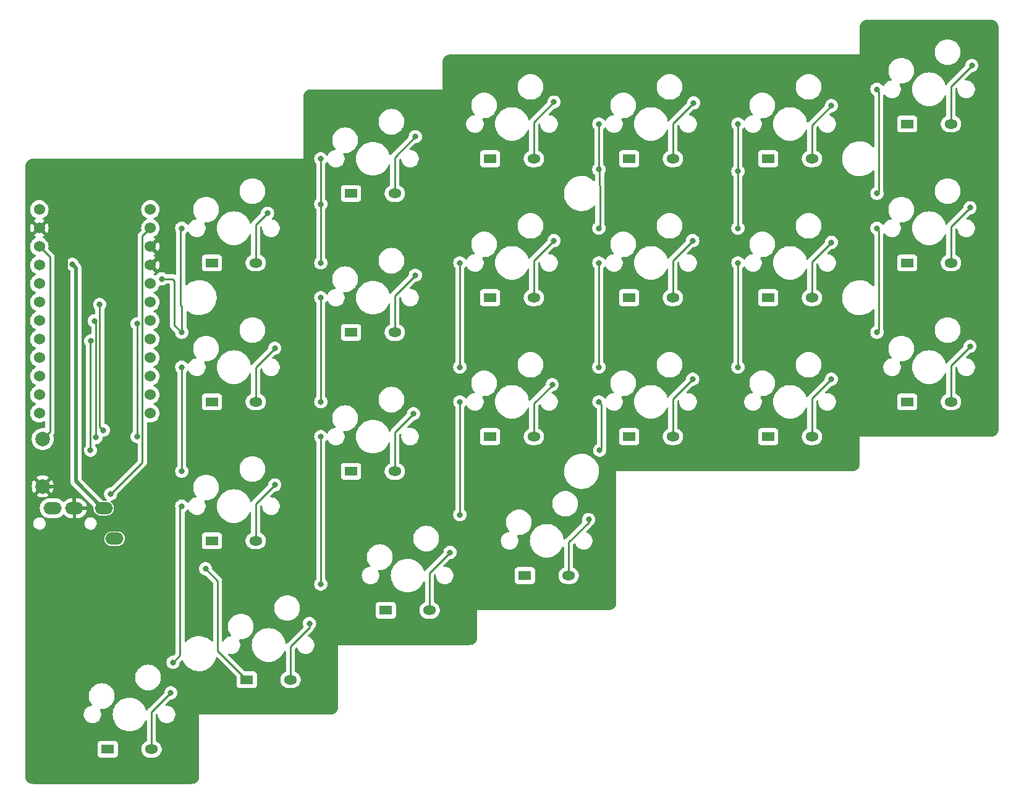
<source format=gtl>
%TF.GenerationSoftware,KiCad,Pcbnew,(7.0.0)*%
%TF.CreationDate,2023-04-23T19:00:17+09:00*%
%TF.ProjectId,pcb_r,7063625f-722e-46b6-9963-61645f706362,rev?*%
%TF.SameCoordinates,Original*%
%TF.FileFunction,Copper,L1,Top*%
%TF.FilePolarity,Positive*%
%FSLAX46Y46*%
G04 Gerber Fmt 4.6, Leading zero omitted, Abs format (unit mm)*
G04 Created by KiCad (PCBNEW (7.0.0)) date 2023-04-23 19:00:17*
%MOMM*%
%LPD*%
G01*
G04 APERTURE LIST*
%TA.AperFunction,ComponentPad*%
%ADD10C,1.524000*%
%TD*%
%TA.AperFunction,ComponentPad*%
%ADD11C,2.000000*%
%TD*%
%TA.AperFunction,ComponentPad*%
%ADD12O,2.500000X1.700000*%
%TD*%
%TA.AperFunction,ComponentPad*%
%ADD13R,1.778000X1.300000*%
%TD*%
%TA.AperFunction,ComponentPad*%
%ADD14O,1.778000X1.300000*%
%TD*%
%TA.AperFunction,ViaPad*%
%ADD15C,0.800000*%
%TD*%
%TA.AperFunction,Conductor*%
%ADD16C,0.250000*%
%TD*%
%TA.AperFunction,Conductor*%
%ADD17C,0.500000*%
%TD*%
G04 APERTURE END LIST*
D10*
%TO.P,U1,1,TX0/D3*%
%TO.N,unconnected-(U1-TX0{slash}D3-Pad1)*%
X164773900Y-47434500D03*
%TO.P,U1,2,RX1/D2*%
%TO.N,DATA*%
X164773900Y-49974500D03*
%TO.P,U1,3,GND*%
%TO.N,GND*%
X164773900Y-52514500D03*
%TO.P,U1,4,GND*%
X164773900Y-55054500D03*
%TO.P,U1,5,2/D1/SDA*%
%TO.N,COL1*%
X164773900Y-57594500D03*
%TO.P,U1,6,3/D0/SCL*%
%TO.N,COL2*%
X164773900Y-60134500D03*
%TO.P,U1,7,4/D4*%
%TO.N,COL3*%
X164773900Y-62674500D03*
%TO.P,U1,8,5/C6*%
%TO.N,COL4*%
X164773900Y-65214500D03*
%TO.P,U1,9,6/D7*%
%TO.N,COL5*%
X164773900Y-67754500D03*
%TO.P,U1,10,7/E6*%
%TO.N,COL6*%
X164773900Y-70294500D03*
%TO.P,U1,11,8/B4*%
%TO.N,unconnected-(U1-8{slash}B4-Pad11)*%
X164773900Y-72834500D03*
%TO.P,U1,12,9/B5*%
%TO.N,unconnected-(U1-9{slash}B5-Pad12)*%
X164773900Y-75374500D03*
%TO.P,U1,13,B6/10*%
%TO.N,unconnected-(U1-B6{slash}10-Pad13)*%
X149553900Y-75374500D03*
%TO.P,U1,14,B2/16*%
%TO.N,unconnected-(U1-B2{slash}16-Pad14)*%
X149553900Y-72834500D03*
%TO.P,U1,15,B3/14*%
%TO.N,unconnected-(U1-B3{slash}14-Pad15)*%
X149553900Y-70294500D03*
%TO.P,U1,16,B1/15*%
%TO.N,unconnected-(U1-B1{slash}15-Pad16)*%
X149553900Y-67754500D03*
%TO.P,U1,17,F7/A0*%
%TO.N,ROW4*%
X149553900Y-65214500D03*
%TO.P,U1,18,F6/A1*%
%TO.N,ROW3*%
X149553900Y-62674500D03*
%TO.P,U1,19,F5/A2*%
%TO.N,ROW2*%
X149553900Y-60134500D03*
%TO.P,U1,20,F4/A3*%
%TO.N,ROW1*%
X149553900Y-57594500D03*
%TO.P,U1,21,VCC*%
%TO.N,VCC*%
X149553900Y-55054500D03*
%TO.P,U1,22,RST*%
%TO.N,RESET*%
X149553900Y-52514500D03*
%TO.P,U1,23,GND*%
%TO.N,GND*%
X149553900Y-49974500D03*
%TO.P,U1,24,RAW*%
%TO.N,unconnected-(U1-RAW-Pad24)*%
X149553900Y-47434500D03*
%TD*%
D11*
%TO.P,RESW1,1,1*%
%TO.N,RESET*%
X150018750Y-78903125D03*
%TO.P,RESW1,2,2*%
%TO.N,GND*%
X150018750Y-85403125D03*
%TD*%
D12*
%TO.P,J1,A*%
%TO.N,unconnected-(J1-PadA)*%
X159874999Y-92587499D03*
%TO.P,J1,B*%
%TO.N,DATA*%
X151374999Y-88387499D03*
%TO.P,J1,C*%
%TO.N,GND*%
X154374999Y-88387499D03*
%TO.P,J1,D*%
%TO.N,VCC*%
X158374999Y-88387499D03*
%TD*%
D13*
%TO.P,D29,1,K*%
%TO.N,ROW2*%
X173212499Y-73818749D03*
D14*
%TO.P,D29,2,A*%
%TO.N,Net-(D29-A)*%
X179212499Y-73818749D03*
%TD*%
D13*
%TO.P,D31,1,K*%
%TO.N,ROW2*%
X211312499Y-59531249D03*
D14*
%TO.P,D31,2,A*%
%TO.N,Net-(D31-A)*%
X217312499Y-59531249D03*
%TD*%
D13*
%TO.P,D26,1,K*%
%TO.N,ROW1*%
X230362499Y-40481249D03*
D14*
%TO.P,D26,2,A*%
%TO.N,Net-(D26-A)*%
X236362499Y-40481249D03*
%TD*%
D13*
%TO.P,D40,1,K*%
%TO.N,ROW3*%
X268462499Y-73818749D03*
D14*
%TO.P,D40,2,A*%
%TO.N,Net-(D40-A)*%
X274462499Y-73818749D03*
%TD*%
D13*
%TO.P,D25,1,K*%
%TO.N,ROW1*%
X211312499Y-40481249D03*
D14*
%TO.P,D25,2,A*%
%TO.N,Net-(D25-A)*%
X217312499Y-40481249D03*
%TD*%
D13*
%TO.P,D37,1,K*%
%TO.N,ROW3*%
X211312499Y-78581249D03*
D14*
%TO.P,D37,2,A*%
%TO.N,Net-(D37-A)*%
X217312499Y-78581249D03*
%TD*%
D13*
%TO.P,D38,1,K*%
%TO.N,ROW3*%
X230362499Y-78581249D03*
D14*
%TO.P,D38,2,A*%
%TO.N,Net-(D38-A)*%
X236362499Y-78581249D03*
%TD*%
D13*
%TO.P,D41,1,K*%
%TO.N,ROW4*%
X158924999Y-121443749D03*
D14*
%TO.P,D41,2,A*%
%TO.N,Net-(D41-A)*%
X164924999Y-121443749D03*
%TD*%
D13*
%TO.P,D36,1,K*%
%TO.N,ROW3*%
X192262499Y-83343749D03*
D14*
%TO.P,D36,2,A*%
%TO.N,Net-(D36-A)*%
X198262499Y-83343749D03*
%TD*%
D13*
%TO.P,D34,1,K*%
%TO.N,ROW2*%
X268462499Y-54768749D03*
D14*
%TO.P,D34,2,A*%
%TO.N,Net-(D34-A)*%
X274462499Y-54768749D03*
%TD*%
D13*
%TO.P,D39,1,K*%
%TO.N,ROW3*%
X249412499Y-78581249D03*
D14*
%TO.P,D39,2,A*%
%TO.N,Net-(D39-A)*%
X255412499Y-78581249D03*
%TD*%
D13*
%TO.P,D35,1,K*%
%TO.N,ROW3*%
X173212499Y-92868749D03*
D14*
%TO.P,D35,2,A*%
%TO.N,Net-(D35-A)*%
X179212499Y-92868749D03*
%TD*%
D13*
%TO.P,D28,1,K*%
%TO.N,ROW1*%
X268462499Y-35718749D03*
D14*
%TO.P,D28,2,A*%
%TO.N,Net-(D28-A)*%
X274462499Y-35718749D03*
%TD*%
D13*
%TO.P,D24,1,K*%
%TO.N,ROW1*%
X192262499Y-45243749D03*
D14*
%TO.P,D24,2,A*%
%TO.N,Net-(D24-A)*%
X198262499Y-45243749D03*
%TD*%
D13*
%TO.P,D42,1,K*%
%TO.N,ROW4*%
X177974999Y-111918749D03*
D14*
%TO.P,D42,2,A*%
%TO.N,Net-(D42-A)*%
X183974999Y-111918749D03*
%TD*%
D13*
%TO.P,D32,1,K*%
%TO.N,ROW2*%
X230362499Y-59531249D03*
D14*
%TO.P,D32,2,A*%
%TO.N,Net-(D32-A)*%
X236362499Y-59531249D03*
%TD*%
D13*
%TO.P,D33,1,K*%
%TO.N,ROW2*%
X249412499Y-59531249D03*
D14*
%TO.P,D33,2,A*%
%TO.N,Net-(D33-A)*%
X255412499Y-59531249D03*
%TD*%
D13*
%TO.P,D27,1,K*%
%TO.N,ROW1*%
X249412499Y-40481249D03*
D14*
%TO.P,D27,2,A*%
%TO.N,Net-(D27-A)*%
X255412499Y-40481249D03*
%TD*%
D13*
%TO.P,D30,1,K*%
%TO.N,ROW2*%
X192262499Y-64293749D03*
D14*
%TO.P,D30,2,A*%
%TO.N,Net-(D30-A)*%
X198262499Y-64293749D03*
%TD*%
D13*
%TO.P,D43,1,K*%
%TO.N,ROW4*%
X197024999Y-102393749D03*
D14*
%TO.P,D43,2,A*%
%TO.N,Net-(D43-A)*%
X203024999Y-102393749D03*
%TD*%
D13*
%TO.P,D23,1,K*%
%TO.N,ROW1*%
X173212499Y-54768749D03*
D14*
%TO.P,D23,2,A*%
%TO.N,Net-(D23-A)*%
X179212499Y-54768749D03*
%TD*%
D13*
%TO.P,D44,1,K*%
%TO.N,ROW4*%
X216074999Y-97631249D03*
D14*
%TO.P,D44,2,A*%
%TO.N,Net-(D44-A)*%
X222074999Y-97631249D03*
%TD*%
D15*
%TO.N,Net-(D23-A)*%
X180825000Y-47956250D03*
%TO.N,Net-(D24-A)*%
X201075000Y-37456250D03*
%TO.N,Net-(D25-A)*%
X220075000Y-32706250D03*
%TO.N,Net-(D26-A)*%
X239200000Y-32831250D03*
%TO.N,Net-(D27-A)*%
X258075000Y-33206250D03*
%TO.N,Net-(D28-A)*%
X277325000Y-27706250D03*
%TO.N,ROW2*%
X157825000Y-60456250D03*
X158325000Y-77706250D03*
%TO.N,Net-(D29-A)*%
X181825000Y-66456250D03*
%TO.N,Net-(D30-A)*%
X201075000Y-56456250D03*
%TO.N,Net-(D31-A)*%
X220075000Y-51706250D03*
%TO.N,Net-(D32-A)*%
X239075000Y-51706250D03*
%TO.N,Net-(D33-A)*%
X258075000Y-51956250D03*
%TO.N,Net-(D34-A)*%
X277075000Y-47206250D03*
%TO.N,ROW3*%
X157325000Y-78706250D03*
X157100500Y-62706250D03*
%TO.N,Net-(D35-A)*%
X181825000Y-85206250D03*
%TO.N,Net-(D36-A)*%
X200825000Y-75456250D03*
%TO.N,Net-(D37-A)*%
X219825000Y-71456250D03*
%TO.N,Net-(D38-A)*%
X239075000Y-70706250D03*
%TO.N,Net-(D39-A)*%
X258075000Y-70706250D03*
%TO.N,Net-(D40-A)*%
X277075000Y-66206250D03*
%TO.N,ROW4*%
X172325000Y-96706250D03*
X156575000Y-80456250D03*
X156600500Y-65456250D03*
%TO.N,Net-(D41-A)*%
X167575000Y-113706250D03*
%TO.N,Net-(D42-A)*%
X186575000Y-104206250D03*
%TO.N,Net-(D43-A)*%
X205825000Y-94456250D03*
%TO.N,Net-(D44-A)*%
X224825000Y-89956250D03*
%TO.N,DATA*%
X159325000Y-86456250D03*
%TO.N,GND*%
X152575000Y-49974500D03*
%TO.N,VCC*%
X154075000Y-54956250D03*
%TO.N,COL1*%
X167878125Y-109537500D03*
X169068750Y-88106250D03*
X169068750Y-69056250D03*
X169068750Y-83343750D03*
X169068750Y-64293750D03*
X169068750Y-50006250D03*
X166325000Y-56956250D03*
%TO.N,COL2*%
X188118750Y-98821875D03*
X188118750Y-54768750D03*
X188118750Y-59531250D03*
X188118750Y-46706250D03*
X188118750Y-40481250D03*
X188118750Y-73818750D03*
X188118750Y-78581250D03*
%TO.N,COL3*%
X207168750Y-54768750D03*
X207168750Y-73818750D03*
X207168750Y-69056250D03*
X207168750Y-89296875D03*
X162962400Y-63103125D03*
X162962400Y-78581250D03*
%TO.N,COL4*%
X226218750Y-35718750D03*
X226325000Y-80456250D03*
X226218750Y-69056250D03*
X226218750Y-41956250D03*
X226218750Y-50006250D03*
X226218750Y-73818750D03*
X226218750Y-54768750D03*
%TO.N,COL5*%
X245268750Y-54768750D03*
X245268750Y-50006250D03*
X245268750Y-42206250D03*
X245268750Y-69056250D03*
X245268750Y-35718750D03*
%TO.N,COL6*%
X264318750Y-45243750D03*
X264318750Y-30956250D03*
X264318750Y-50006250D03*
X264318750Y-64293750D03*
%TD*%
D16*
%TO.N,Net-(D23-A)*%
X179212500Y-49568750D02*
X179212500Y-54768750D01*
X180825000Y-47956250D02*
X179212500Y-49568750D01*
%TO.N,Net-(D24-A)*%
X201075000Y-37456250D02*
X198262500Y-40268750D01*
X198262500Y-40268750D02*
X198262500Y-45243750D01*
%TO.N,Net-(D25-A)*%
X220075000Y-32706250D02*
X217312500Y-35468750D01*
X217312500Y-35468750D02*
X217312500Y-40481250D01*
%TO.N,Net-(D26-A)*%
X236362500Y-35668750D02*
X236362500Y-40481250D01*
X239200000Y-32831250D02*
X236362500Y-35668750D01*
%TO.N,Net-(D27-A)*%
X255412500Y-35868750D02*
X255412500Y-40481250D01*
X258075000Y-33206250D02*
X255412500Y-35868750D01*
%TO.N,Net-(D28-A)*%
X274462500Y-30568750D02*
X274462500Y-35718750D01*
X277325000Y-27706250D02*
X274462500Y-30568750D01*
%TO.N,ROW2*%
X157825000Y-60456250D02*
X157825000Y-77206250D01*
X157825000Y-77206250D02*
X158325000Y-77706250D01*
%TO.N,Net-(D29-A)*%
X179212500Y-69068750D02*
X179212500Y-73818750D01*
X181825000Y-66456250D02*
X179212500Y-69068750D01*
%TO.N,Net-(D30-A)*%
X198262500Y-59268750D02*
X198262500Y-64293750D01*
X201075000Y-56456250D02*
X198262500Y-59268750D01*
%TO.N,Net-(D31-A)*%
X220075000Y-51706250D02*
X217312500Y-54468750D01*
X217312500Y-54468750D02*
X217312500Y-59531250D01*
%TO.N,Net-(D32-A)*%
X236362500Y-54418750D02*
X236362500Y-59531250D01*
X239075000Y-51706250D02*
X236362500Y-54418750D01*
%TO.N,Net-(D33-A)*%
X255412500Y-54618750D02*
X255412500Y-59531250D01*
X258075000Y-51956250D02*
X255412500Y-54618750D01*
%TO.N,Net-(D34-A)*%
X277075000Y-47206250D02*
X274462500Y-49818750D01*
X274462500Y-49818750D02*
X274462500Y-54768750D01*
%TO.N,ROW3*%
X157325000Y-62930750D02*
X157325000Y-78706250D01*
X157100500Y-62706250D02*
X157325000Y-62930750D01*
%TO.N,Net-(D35-A)*%
X181825000Y-85206250D02*
X179212500Y-87818750D01*
X179212500Y-87818750D02*
X179212500Y-92868750D01*
%TO.N,Net-(D36-A)*%
X198262500Y-78018750D02*
X198262500Y-83343750D01*
X200825000Y-75456250D02*
X198262500Y-78018750D01*
%TO.N,Net-(D37-A)*%
X217312500Y-74024917D02*
X217312500Y-78581250D01*
X219825000Y-71456250D02*
X219825000Y-71512417D01*
X219825000Y-71512417D02*
X217312500Y-74024917D01*
%TO.N,Net-(D38-A)*%
X236362500Y-73418750D02*
X236362500Y-78581250D01*
X239075000Y-70706250D02*
X236362500Y-73418750D01*
%TO.N,Net-(D39-A)*%
X258075000Y-70706250D02*
X255412500Y-73368750D01*
X255412500Y-73368750D02*
X255412500Y-78581250D01*
%TO.N,Net-(D40-A)*%
X274462500Y-68818750D02*
X274462500Y-73818750D01*
X277075000Y-66206250D02*
X274462500Y-68818750D01*
%TO.N,ROW4*%
X156575000Y-65481750D02*
X156600500Y-65456250D01*
X172325000Y-96706250D02*
X173975000Y-98356250D01*
X173975000Y-107918750D02*
X177975000Y-111918750D01*
X173975000Y-98356250D02*
X173975000Y-107918750D01*
X156575000Y-80456250D02*
X156575000Y-65481750D01*
%TO.N,Net-(D41-A)*%
X167575000Y-113706250D02*
X164925000Y-116356250D01*
X164925000Y-116356250D02*
X164925000Y-121443750D01*
%TO.N,Net-(D42-A)*%
X183975000Y-107362417D02*
X183975000Y-111918750D01*
X186575000Y-104206250D02*
X186575000Y-104762417D01*
X186575000Y-104762417D02*
X183975000Y-107362417D01*
%TO.N,Net-(D43-A)*%
X205825000Y-94456250D02*
X203025000Y-97256250D01*
X203025000Y-97256250D02*
X203025000Y-102393750D01*
%TO.N,Net-(D44-A)*%
X224825000Y-89956250D02*
X224825000Y-90324917D01*
X224825000Y-90324917D02*
X222075000Y-93074917D01*
X222075000Y-93074917D02*
X222075000Y-97631250D01*
%TO.N,DATA*%
X159325000Y-86456250D02*
X163686900Y-82094350D01*
X163686900Y-51061500D02*
X164773900Y-49974500D01*
X163686900Y-82094350D02*
X163686900Y-51061500D01*
D17*
%TO.N,GND*%
X153194335Y-85206250D02*
X153194335Y-85325585D01*
X152997460Y-85403125D02*
X153194335Y-85206250D01*
X153194335Y-50593835D02*
X152575000Y-49974500D01*
X150018750Y-85403125D02*
X152997460Y-85403125D01*
X153194335Y-85206250D02*
X153194335Y-50593835D01*
X153194335Y-85325585D02*
X154375000Y-86506250D01*
X154375000Y-86506250D02*
X154375000Y-88387500D01*
%TO.N,VCC*%
X158256250Y-88387500D02*
X158375000Y-88387500D01*
X154575000Y-84706250D02*
X158256250Y-88387500D01*
X154575000Y-55456250D02*
X154575000Y-84706250D01*
X154075000Y-54956250D02*
X154575000Y-55456250D01*
D16*
%TO.N,RESET*%
X151018750Y-53979350D02*
X151018750Y-77903125D01*
X149553900Y-52514500D02*
X151018750Y-53979350D01*
X151018750Y-77903125D02*
X150018750Y-78903125D01*
%TO.N,COL1*%
X169068750Y-50006250D02*
X168925000Y-50150000D01*
X167825000Y-56956250D02*
X168075000Y-57206250D01*
X168825000Y-88350000D02*
X168825000Y-108590625D01*
X168075000Y-63300000D02*
X169068750Y-64293750D01*
X168925000Y-50150000D02*
X168925000Y-60577139D01*
X169075000Y-64287500D02*
X169068750Y-64293750D01*
X169068750Y-69056250D02*
X169068750Y-83343750D01*
X169075000Y-60727139D02*
X169075000Y-64287500D01*
X168075000Y-57206250D02*
X168075000Y-63300000D01*
X168925000Y-60577139D02*
X169075000Y-60727139D01*
X168825000Y-108590625D02*
X167878125Y-109537500D01*
X166325000Y-56956250D02*
X167825000Y-56956250D01*
X169068750Y-88106250D02*
X168825000Y-88350000D01*
%TO.N,COL2*%
X188118750Y-47206250D02*
X188118750Y-40481250D01*
X188118750Y-59531250D02*
X188118750Y-73818750D01*
X188118750Y-54768750D02*
X188118750Y-47206250D01*
X188118750Y-78581250D02*
X188118750Y-98821875D01*
%TO.N,COL3*%
X162962400Y-63103125D02*
X162962400Y-78581250D01*
X207168750Y-73818750D02*
X207168750Y-89296875D01*
X207168750Y-54768750D02*
X207168750Y-69056250D01*
%TO.N,COL4*%
X226362500Y-49862500D02*
X226218750Y-50006250D01*
X226325000Y-80456250D02*
X226575000Y-80206250D01*
X226575000Y-74175000D02*
X226218750Y-73818750D01*
X226218750Y-41956250D02*
X226325000Y-42062500D01*
X226325000Y-42062500D02*
X226325000Y-44160361D01*
X226218750Y-35718750D02*
X226218750Y-41956250D01*
X226575000Y-80206250D02*
X226575000Y-74175000D01*
X226325000Y-44160361D02*
X226362500Y-44197861D01*
X226218750Y-54768750D02*
X226218750Y-69056250D01*
X226362500Y-44197861D02*
X226362500Y-49862500D01*
%TO.N,COL5*%
X245268750Y-35718750D02*
X245268750Y-42206250D01*
X245268750Y-42206250D02*
X245268750Y-50006250D01*
X245268750Y-54768750D02*
X245268750Y-69056250D01*
%TO.N,COL6*%
X264318750Y-30956250D02*
X264575000Y-31212500D01*
X264575000Y-50262500D02*
X264575000Y-64037500D01*
X264318750Y-50006250D02*
X264575000Y-50262500D01*
X264575000Y-44987500D02*
X264318750Y-45243750D01*
X264575000Y-31212500D02*
X264575000Y-44987500D01*
X264575000Y-64037500D02*
X264318750Y-64293750D01*
%TD*%
%TA.AperFunction,Conductor*%
%TO.N,GND*%
G36*
X279993453Y-21432219D02*
G01*
X280031820Y-21435571D01*
X280032619Y-21435646D01*
X280160249Y-21448245D01*
X280180121Y-21451862D01*
X280242617Y-21468602D01*
X280246424Y-21469689D01*
X280340102Y-21498097D01*
X280356478Y-21504361D01*
X280420929Y-21534410D01*
X280426886Y-21537387D01*
X280507630Y-21580539D01*
X280520277Y-21588308D01*
X280549179Y-21608543D01*
X280580317Y-21630344D01*
X280587859Y-21636066D01*
X280657072Y-21692863D01*
X280666082Y-21701028D01*
X280686105Y-21721049D01*
X280718324Y-21753266D01*
X280726496Y-21762283D01*
X280783294Y-21831488D01*
X280789017Y-21839030D01*
X280831046Y-21899052D01*
X280838830Y-21911723D01*
X280881958Y-21992408D01*
X280884982Y-21998458D01*
X280915005Y-22062843D01*
X280921284Y-22079254D01*
X280949675Y-22172852D01*
X280950790Y-22176756D01*
X280967508Y-22239157D01*
X280971135Y-22259096D01*
X280984124Y-22391024D01*
X280984249Y-22392370D01*
X280987028Y-22424144D01*
X280987500Y-22434948D01*
X280987500Y-77576805D01*
X280987028Y-77587610D01*
X280983536Y-77627532D01*
X280983415Y-77628835D01*
X280971269Y-77752626D01*
X280967638Y-77772609D01*
X280949704Y-77839546D01*
X280948589Y-77843449D01*
X280921609Y-77932394D01*
X280915330Y-77948804D01*
X280883925Y-78016153D01*
X280880901Y-78022202D01*
X280839396Y-78099852D01*
X280831612Y-78112524D01*
X280787991Y-78174819D01*
X280782269Y-78182360D01*
X280727380Y-78249240D01*
X280719206Y-78258258D01*
X280665110Y-78312350D01*
X280656093Y-78320522D01*
X280589215Y-78375403D01*
X280581674Y-78381124D01*
X280519365Y-78424750D01*
X280506692Y-78432535D01*
X280429064Y-78474022D01*
X280423012Y-78477047D01*
X280355633Y-78508459D01*
X280339224Y-78514735D01*
X280250307Y-78541700D01*
X280246403Y-78542815D01*
X280179397Y-78560762D01*
X280159457Y-78564388D01*
X280040115Y-78576130D01*
X280038770Y-78576255D01*
X279992731Y-78580279D01*
X279981934Y-78580750D01*
X262938315Y-78580750D01*
X262938085Y-78580720D01*
X262938085Y-78580685D01*
X262937820Y-78580685D01*
X262855963Y-78580693D01*
X262855957Y-78580693D01*
X262850552Y-78580694D01*
X262848457Y-78581063D01*
X262844191Y-78581250D01*
X261937500Y-78581250D01*
X261937500Y-78597576D01*
X261937500Y-82339305D01*
X261937028Y-82350110D01*
X261933536Y-82390032D01*
X261933415Y-82391335D01*
X261921269Y-82515126D01*
X261917638Y-82535109D01*
X261899704Y-82602046D01*
X261898589Y-82605949D01*
X261871609Y-82694894D01*
X261865330Y-82711304D01*
X261833925Y-82778653D01*
X261830901Y-82784702D01*
X261789396Y-82862352D01*
X261781612Y-82875024D01*
X261737991Y-82937319D01*
X261732269Y-82944860D01*
X261677380Y-83011740D01*
X261669206Y-83020758D01*
X261615110Y-83074850D01*
X261606093Y-83083022D01*
X261539215Y-83137903D01*
X261531674Y-83143624D01*
X261469365Y-83187250D01*
X261456692Y-83195035D01*
X261379064Y-83236522D01*
X261373012Y-83239547D01*
X261305633Y-83270959D01*
X261289224Y-83277235D01*
X261200307Y-83304200D01*
X261196403Y-83305315D01*
X261129397Y-83323262D01*
X261109457Y-83326888D01*
X260990115Y-83338630D01*
X260988770Y-83338755D01*
X260942731Y-83342779D01*
X260931934Y-83343250D01*
X229600486Y-83343250D01*
X229600433Y-83343270D01*
X229600303Y-83343283D01*
X229518470Y-83343279D01*
X229518462Y-83343279D01*
X229513053Y-83343279D01*
X229511271Y-83343593D01*
X229507674Y-83343750D01*
X228600000Y-83343750D01*
X228600000Y-83360076D01*
X228600000Y-101389309D01*
X228599527Y-101400126D01*
X228596231Y-101437766D01*
X228596104Y-101439130D01*
X228583609Y-101565712D01*
X228579983Y-101585628D01*
X228562975Y-101649096D01*
X228561861Y-101652996D01*
X228533790Y-101745528D01*
X228527511Y-101761938D01*
X228497164Y-101827014D01*
X228494141Y-101833060D01*
X228451395Y-101913032D01*
X228443611Y-101925703D01*
X228401205Y-101986264D01*
X228395486Y-101993803D01*
X228339151Y-102062450D01*
X228330977Y-102071468D01*
X228278286Y-102124159D01*
X228269273Y-102132328D01*
X228200635Y-102188662D01*
X228193094Y-102194385D01*
X228132536Y-102236791D01*
X228119867Y-102244574D01*
X228039871Y-102287337D01*
X228033823Y-102290360D01*
X227968776Y-102320696D01*
X227952369Y-102326975D01*
X227859845Y-102355048D01*
X227855943Y-102356163D01*
X227792488Y-102373170D01*
X227772550Y-102376799D01*
X227643564Y-102389512D01*
X227642222Y-102389637D01*
X227606378Y-102392777D01*
X227595557Y-102393250D01*
X210550486Y-102393250D01*
X210550433Y-102393270D01*
X210550303Y-102393283D01*
X210468470Y-102393279D01*
X210468462Y-102393279D01*
X210463053Y-102393279D01*
X210461271Y-102393593D01*
X210457674Y-102393750D01*
X209550000Y-102393750D01*
X209550000Y-102410076D01*
X209550000Y-106151805D01*
X209549528Y-106162610D01*
X209546036Y-106202532D01*
X209545915Y-106203835D01*
X209533769Y-106327626D01*
X209530138Y-106347609D01*
X209512204Y-106414546D01*
X209511089Y-106418449D01*
X209484109Y-106507394D01*
X209477830Y-106523804D01*
X209446425Y-106591153D01*
X209443401Y-106597202D01*
X209401896Y-106674852D01*
X209394112Y-106687524D01*
X209350491Y-106749819D01*
X209344769Y-106757360D01*
X209289880Y-106824240D01*
X209281706Y-106833258D01*
X209227610Y-106887350D01*
X209218593Y-106895522D01*
X209151715Y-106950403D01*
X209144174Y-106956124D01*
X209081865Y-106999750D01*
X209069192Y-107007535D01*
X208991564Y-107049022D01*
X208985512Y-107052047D01*
X208918133Y-107083459D01*
X208901724Y-107089735D01*
X208812807Y-107116700D01*
X208808903Y-107117815D01*
X208741897Y-107135762D01*
X208721957Y-107139388D01*
X208602615Y-107151130D01*
X208601270Y-107151255D01*
X208555231Y-107155279D01*
X208544434Y-107155750D01*
X191500486Y-107155750D01*
X191500433Y-107155770D01*
X191500303Y-107155783D01*
X191418470Y-107155779D01*
X191418462Y-107155779D01*
X191413053Y-107155779D01*
X191411271Y-107156093D01*
X191407674Y-107156250D01*
X190500000Y-107156250D01*
X190500000Y-107172576D01*
X190500000Y-115676805D01*
X190499528Y-115687610D01*
X190496036Y-115727532D01*
X190495915Y-115728835D01*
X190483769Y-115852626D01*
X190480138Y-115872609D01*
X190462204Y-115939546D01*
X190461089Y-115943449D01*
X190434109Y-116032394D01*
X190427830Y-116048804D01*
X190396425Y-116116153D01*
X190393401Y-116122202D01*
X190351896Y-116199852D01*
X190344112Y-116212524D01*
X190300491Y-116274819D01*
X190294769Y-116282360D01*
X190239880Y-116349240D01*
X190231706Y-116358258D01*
X190177610Y-116412350D01*
X190168593Y-116420522D01*
X190101715Y-116475403D01*
X190094174Y-116481124D01*
X190031865Y-116524750D01*
X190019190Y-116532535D01*
X189967083Y-116560384D01*
X189941564Y-116574022D01*
X189935512Y-116577047D01*
X189868133Y-116608459D01*
X189851724Y-116614735D01*
X189762807Y-116641700D01*
X189758903Y-116642815D01*
X189691897Y-116660762D01*
X189671957Y-116664388D01*
X189552615Y-116676130D01*
X189551270Y-116676255D01*
X189505231Y-116680279D01*
X189494434Y-116680750D01*
X172450486Y-116680750D01*
X172450433Y-116680770D01*
X172450303Y-116680783D01*
X172368470Y-116680779D01*
X172368462Y-116680779D01*
X172363053Y-116680779D01*
X172361271Y-116681093D01*
X172357674Y-116681250D01*
X171450000Y-116681250D01*
X171450000Y-116697576D01*
X171450000Y-125201805D01*
X171449528Y-125212610D01*
X171446036Y-125252532D01*
X171445915Y-125253835D01*
X171433769Y-125377626D01*
X171430138Y-125397609D01*
X171412204Y-125464546D01*
X171411089Y-125468449D01*
X171384109Y-125557394D01*
X171377830Y-125573804D01*
X171346425Y-125641153D01*
X171343401Y-125647202D01*
X171301896Y-125724852D01*
X171294112Y-125737524D01*
X171250491Y-125799819D01*
X171244769Y-125807360D01*
X171189880Y-125874240D01*
X171181706Y-125883258D01*
X171127610Y-125937350D01*
X171118593Y-125945522D01*
X171051715Y-126000403D01*
X171044174Y-126006124D01*
X170981865Y-126049750D01*
X170969192Y-126057535D01*
X170891564Y-126099022D01*
X170885512Y-126102047D01*
X170818133Y-126133459D01*
X170801724Y-126139735D01*
X170712807Y-126166700D01*
X170708903Y-126167815D01*
X170641897Y-126185762D01*
X170621957Y-126189388D01*
X170502615Y-126201130D01*
X170501270Y-126201255D01*
X170455231Y-126205279D01*
X170444434Y-126205750D01*
X148643490Y-126205750D01*
X148632703Y-126205280D01*
X148626962Y-126204778D01*
X148594068Y-126201906D01*
X148592700Y-126201779D01*
X148466104Y-126189308D01*
X148446183Y-126185684D01*
X148382732Y-126168692D01*
X148378827Y-126167578D01*
X148375931Y-126166700D01*
X148353894Y-126160017D01*
X148286264Y-126139511D01*
X148269851Y-126133233D01*
X148204785Y-126102899D01*
X148198736Y-126099875D01*
X148118749Y-126057130D01*
X148106074Y-126049345D01*
X148045522Y-126006950D01*
X148037980Y-126001229D01*
X147969310Y-125944878D01*
X147960291Y-125936704D01*
X147907614Y-125884029D01*
X147899440Y-125875010D01*
X147843092Y-125806349D01*
X147837370Y-125798807D01*
X147794972Y-125738254D01*
X147787191Y-125725586D01*
X147744426Y-125645570D01*
X147741415Y-125639546D01*
X147711075Y-125574473D01*
X147704804Y-125558081D01*
X147676718Y-125465463D01*
X147675624Y-125461629D01*
X147658625Y-125398166D01*
X147655001Y-125378232D01*
X147642290Y-125249007D01*
X147642203Y-125248073D01*
X147639055Y-125212032D01*
X147638585Y-125201244D01*
X147638585Y-122138328D01*
X157535500Y-122138328D01*
X157535501Y-122141622D01*
X157535853Y-122144900D01*
X157535854Y-122144911D01*
X157541079Y-122193518D01*
X157541080Y-122193523D01*
X157541909Y-122201233D01*
X157544619Y-122208499D01*
X157544620Y-122208503D01*
X157576281Y-122293389D01*
X157592204Y-122336081D01*
X157678454Y-122451296D01*
X157793669Y-122537546D01*
X157928517Y-122587841D01*
X157988127Y-122594250D01*
X159861872Y-122594249D01*
X159921483Y-122587841D01*
X160056331Y-122537546D01*
X160171546Y-122451296D01*
X160257796Y-122336081D01*
X160308091Y-122201233D01*
X160314500Y-122141623D01*
X160314499Y-120745878D01*
X160308091Y-120686267D01*
X160257796Y-120551419D01*
X160171546Y-120436204D01*
X160103397Y-120385188D01*
X160063431Y-120355269D01*
X160063430Y-120355268D01*
X160056331Y-120349954D01*
X159921483Y-120299659D01*
X159913770Y-120298829D01*
X159913767Y-120298829D01*
X159865180Y-120293605D01*
X159865169Y-120293604D01*
X159861873Y-120293250D01*
X159858550Y-120293250D01*
X157991439Y-120293250D01*
X157991420Y-120293250D01*
X157988128Y-120293251D01*
X157984850Y-120293603D01*
X157984838Y-120293604D01*
X157936231Y-120298829D01*
X157936225Y-120298830D01*
X157928517Y-120299659D01*
X157921252Y-120302368D01*
X157921246Y-120302370D01*
X157801980Y-120346854D01*
X157801978Y-120346854D01*
X157793669Y-120349954D01*
X157786572Y-120355266D01*
X157786568Y-120355269D01*
X157685550Y-120430891D01*
X157685546Y-120430894D01*
X157678454Y-120436204D01*
X157673144Y-120443296D01*
X157673141Y-120443300D01*
X157597519Y-120544318D01*
X157597516Y-120544322D01*
X157592204Y-120551419D01*
X157589104Y-120559728D01*
X157589104Y-120559730D01*
X157544620Y-120678997D01*
X157544619Y-120679000D01*
X157541909Y-120686267D01*
X157541079Y-120693977D01*
X157541079Y-120693982D01*
X157535855Y-120742569D01*
X157535854Y-120742581D01*
X157535500Y-120745877D01*
X157535500Y-120749198D01*
X157535500Y-120749199D01*
X157535500Y-122138310D01*
X157535500Y-122138328D01*
X147638585Y-122138328D01*
X147638585Y-116792493D01*
X155644500Y-116792493D01*
X155685382Y-117011190D01*
X155765753Y-117218651D01*
X155768771Y-117223525D01*
X155840516Y-117339399D01*
X155882876Y-117407812D01*
X155886736Y-117412046D01*
X156028897Y-117567990D01*
X156028901Y-117567994D01*
X156032764Y-117572231D01*
X156037337Y-117575684D01*
X156037341Y-117575688D01*
X156205738Y-117702855D01*
X156210311Y-117706308D01*
X156409472Y-117805479D01*
X156623464Y-117866365D01*
X156789497Y-117881750D01*
X156897631Y-117881750D01*
X156900503Y-117881750D01*
X157066536Y-117866365D01*
X157280528Y-117805479D01*
X157479689Y-117706308D01*
X157657236Y-117572231D01*
X157807124Y-117407812D01*
X157924247Y-117218651D01*
X158004618Y-117011190D01*
X158045500Y-116792493D01*
X158045500Y-116681250D01*
X159619564Y-116681250D01*
X159639287Y-116982170D01*
X159640077Y-116986141D01*
X159640078Y-116986149D01*
X159697327Y-117273957D01*
X159697329Y-117273964D01*
X159698120Y-117277941D01*
X159795055Y-117563502D01*
X159796850Y-117567143D01*
X159796851Y-117567144D01*
X159915158Y-117807048D01*
X159928434Y-117833968D01*
X159930685Y-117837337D01*
X159930688Y-117837342D01*
X160093715Y-118081329D01*
X160095975Y-118084711D01*
X160294811Y-118311439D01*
X160521539Y-118510275D01*
X160772282Y-118677816D01*
X161042748Y-118811195D01*
X161328309Y-118908130D01*
X161624080Y-118966963D01*
X161849690Y-118981750D01*
X161998280Y-118981750D01*
X162000310Y-118981750D01*
X162225920Y-118966963D01*
X162521691Y-118908130D01*
X162807252Y-118811195D01*
X163077718Y-118677816D01*
X163328461Y-118510275D01*
X163555189Y-118311439D01*
X163754025Y-118084711D01*
X163921566Y-117833968D01*
X164054945Y-117563502D01*
X164058081Y-117554262D01*
X164097465Y-117497756D01*
X164160926Y-117470982D01*
X164228884Y-117482203D01*
X164280370Y-117527955D01*
X164299500Y-117594123D01*
X164299500Y-120274187D01*
X164280927Y-120339465D01*
X164230773Y-120385185D01*
X164077745Y-120461384D01*
X164073177Y-120464833D01*
X164073173Y-120464836D01*
X163912164Y-120586425D01*
X163912156Y-120586431D01*
X163907593Y-120589878D01*
X163903739Y-120594104D01*
X163903734Y-120594110D01*
X163767803Y-120743218D01*
X163767797Y-120743225D01*
X163763948Y-120747448D01*
X163760940Y-120752305D01*
X163760934Y-120752314D01*
X163654718Y-120923859D01*
X163654715Y-120923864D01*
X163651702Y-120928731D01*
X163649636Y-120934063D01*
X163649632Y-120934072D01*
X163576750Y-121122204D01*
X163576747Y-121122211D01*
X163574679Y-121127552D01*
X163535500Y-121337140D01*
X163535500Y-121550360D01*
X163574679Y-121759948D01*
X163576748Y-121765290D01*
X163576750Y-121765295D01*
X163649632Y-121953427D01*
X163649634Y-121953431D01*
X163651702Y-121958769D01*
X163763948Y-122140052D01*
X163767801Y-122144279D01*
X163767803Y-122144281D01*
X163768395Y-122144930D01*
X163907593Y-122297622D01*
X164077745Y-122426116D01*
X164268611Y-122521155D01*
X164274129Y-122522725D01*
X164468168Y-122577935D01*
X164468169Y-122577935D01*
X164473690Y-122579506D01*
X164632806Y-122594250D01*
X165214322Y-122594250D01*
X165217194Y-122594250D01*
X165376310Y-122579506D01*
X165581389Y-122521155D01*
X165772255Y-122426116D01*
X165942407Y-122297622D01*
X166086052Y-122140052D01*
X166198298Y-121958769D01*
X166275321Y-121759948D01*
X166314500Y-121550360D01*
X166314500Y-121337140D01*
X166275321Y-121127552D01*
X166198298Y-120928731D01*
X166086052Y-120747448D01*
X166081621Y-120742588D01*
X165946265Y-120594110D01*
X165942407Y-120589878D01*
X165882076Y-120544318D01*
X165776826Y-120464836D01*
X165772255Y-120461384D01*
X165619226Y-120385185D01*
X165569073Y-120339465D01*
X165550500Y-120274187D01*
X165550500Y-116666702D01*
X165559939Y-116619249D01*
X165586819Y-116579021D01*
X165592819Y-116573021D01*
X165642182Y-116542771D01*
X165699898Y-116538229D01*
X165753385Y-116560384D01*
X165790985Y-116604407D01*
X165804500Y-116660702D01*
X165804500Y-116792493D01*
X165845382Y-117011190D01*
X165925753Y-117218651D01*
X165928771Y-117223525D01*
X166000516Y-117339399D01*
X166042876Y-117407812D01*
X166046736Y-117412046D01*
X166188897Y-117567990D01*
X166188901Y-117567994D01*
X166192764Y-117572231D01*
X166197337Y-117575684D01*
X166197341Y-117575688D01*
X166365738Y-117702855D01*
X166370311Y-117706308D01*
X166569472Y-117805479D01*
X166783464Y-117866365D01*
X166949497Y-117881750D01*
X167057631Y-117881750D01*
X167060503Y-117881750D01*
X167226536Y-117866365D01*
X167440528Y-117805479D01*
X167639689Y-117706308D01*
X167817236Y-117572231D01*
X167967124Y-117407812D01*
X168084247Y-117218651D01*
X168164618Y-117011190D01*
X168205500Y-116792493D01*
X168205500Y-116570007D01*
X168164618Y-116351310D01*
X168084247Y-116143849D01*
X167967124Y-115954688D01*
X167874082Y-115852626D01*
X167821102Y-115794509D01*
X167821097Y-115794505D01*
X167817236Y-115790269D01*
X167812663Y-115786816D01*
X167812658Y-115786811D01*
X167644261Y-115659644D01*
X167644256Y-115659641D01*
X167639689Y-115656192D01*
X167634563Y-115653639D01*
X167634559Y-115653637D01*
X167445658Y-115559575D01*
X167445653Y-115559573D01*
X167440528Y-115557021D01*
X167435021Y-115555454D01*
X167435013Y-115555451D01*
X167232050Y-115497704D01*
X167232051Y-115497704D01*
X167226536Y-115496135D01*
X167220828Y-115495606D01*
X167063363Y-115481015D01*
X167063362Y-115481014D01*
X167060503Y-115480750D01*
X166984452Y-115480750D01*
X166928157Y-115467235D01*
X166884134Y-115429635D01*
X166861979Y-115376148D01*
X166866521Y-115318432D01*
X166896771Y-115269069D01*
X167522772Y-114643069D01*
X167563000Y-114616189D01*
X167610453Y-114606750D01*
X167663143Y-114606750D01*
X167669646Y-114606750D01*
X167854803Y-114567394D01*
X168027730Y-114490401D01*
X168180871Y-114379138D01*
X168307533Y-114238466D01*
X168402179Y-114074534D01*
X168460674Y-113894506D01*
X168480460Y-113706250D01*
X168460674Y-113517994D01*
X168402179Y-113337966D01*
X168307533Y-113174034D01*
X168180871Y-113033362D01*
X168175613Y-113029542D01*
X168175611Y-113029540D01*
X168032988Y-112925919D01*
X168032987Y-112925918D01*
X168027730Y-112922099D01*
X168021217Y-112919199D01*
X167860745Y-112847751D01*
X167860740Y-112847749D01*
X167854803Y-112845106D01*
X167848444Y-112843754D01*
X167848440Y-112843753D01*
X167676008Y-112807102D01*
X167676005Y-112807101D01*
X167669646Y-112805750D01*
X167480354Y-112805750D01*
X167473995Y-112807101D01*
X167473991Y-112807102D01*
X167301559Y-112843753D01*
X167301552Y-112843755D01*
X167295197Y-112845106D01*
X167289262Y-112847748D01*
X167289254Y-112847751D01*
X167128207Y-112919455D01*
X167128202Y-112919457D01*
X167122270Y-112922099D01*
X167117016Y-112925915D01*
X167117011Y-112925919D01*
X166974388Y-113029540D01*
X166974381Y-113029545D01*
X166969129Y-113033362D01*
X166964784Y-113038187D01*
X166964779Y-113038192D01*
X166846813Y-113169206D01*
X166846808Y-113169212D01*
X166842467Y-113174034D01*
X166839222Y-113179654D01*
X166839218Y-113179660D01*
X166751069Y-113332339D01*
X166751066Y-113332344D01*
X166747821Y-113337966D01*
X166745815Y-113344138D01*
X166745813Y-113344144D01*
X166691333Y-113511814D01*
X166691331Y-113511823D01*
X166689326Y-113517994D01*
X166688647Y-113524453D01*
X166688647Y-113524454D01*
X166671678Y-113685900D01*
X166660278Y-113726322D01*
X166636038Y-113760619D01*
X164537696Y-115858961D01*
X164529511Y-115866409D01*
X164523123Y-115870464D01*
X164517788Y-115876144D01*
X164517783Y-115876149D01*
X164477096Y-115919475D01*
X164474392Y-115922266D01*
X164457628Y-115939030D01*
X164457621Y-115939037D01*
X164454880Y-115941779D01*
X164452500Y-115944846D01*
X164452489Y-115944859D01*
X164452400Y-115944975D01*
X164444842Y-115953820D01*
X164420280Y-115979977D01*
X164420273Y-115979986D01*
X164414938Y-115985668D01*
X164411182Y-115992499D01*
X164411179Y-115992504D01*
X164405285Y-116003225D01*
X164394609Y-116019477D01*
X164387109Y-116029146D01*
X164387101Y-116029157D01*
X164382327Y-116035314D01*
X164379234Y-116042459D01*
X164379225Y-116042476D01*
X164371603Y-116060090D01*
X164335887Y-116107167D01*
X164282437Y-116132368D01*
X164223394Y-116129969D01*
X164172165Y-116100516D01*
X164140385Y-116050697D01*
X164139742Y-116048804D01*
X164054945Y-115798998D01*
X163921566Y-115528532D01*
X163754025Y-115277789D01*
X163555189Y-115051061D01*
X163328461Y-114852225D01*
X163230474Y-114786752D01*
X163081092Y-114686938D01*
X163081087Y-114686935D01*
X163077718Y-114684684D01*
X163074082Y-114682891D01*
X163074077Y-114682888D01*
X162810894Y-114553101D01*
X162810893Y-114553100D01*
X162807252Y-114551305D01*
X162521691Y-114454370D01*
X162517714Y-114453579D01*
X162517707Y-114453577D01*
X162229899Y-114396328D01*
X162229891Y-114396327D01*
X162225920Y-114395537D01*
X162221877Y-114395272D01*
X162002328Y-114380882D01*
X162002319Y-114380881D01*
X162000310Y-114380750D01*
X161849690Y-114380750D01*
X161847681Y-114380881D01*
X161847671Y-114380882D01*
X161628122Y-114395272D01*
X161628120Y-114395272D01*
X161624080Y-114395537D01*
X161620110Y-114396326D01*
X161620100Y-114396328D01*
X161332292Y-114453577D01*
X161332281Y-114453579D01*
X161328309Y-114454370D01*
X161324466Y-114455674D01*
X161324464Y-114455675D01*
X161046594Y-114549999D01*
X161046587Y-114550001D01*
X161042748Y-114551305D01*
X161039111Y-114553098D01*
X161039105Y-114553101D01*
X160775922Y-114682888D01*
X160775910Y-114682894D01*
X160772282Y-114684684D01*
X160768919Y-114686931D01*
X160768907Y-114686938D01*
X160524920Y-114849965D01*
X160524911Y-114849971D01*
X160521539Y-114852225D01*
X160518488Y-114854900D01*
X160518481Y-114854906D01*
X160297859Y-115048387D01*
X160297851Y-115048394D01*
X160294811Y-115051061D01*
X160292144Y-115054101D01*
X160292137Y-115054109D01*
X160098656Y-115274731D01*
X160098650Y-115274738D01*
X160095975Y-115277789D01*
X160093721Y-115281161D01*
X160093715Y-115281170D01*
X159930688Y-115525157D01*
X159930681Y-115525169D01*
X159928434Y-115528532D01*
X159926644Y-115532160D01*
X159926638Y-115532172D01*
X159796851Y-115795355D01*
X159796848Y-115795361D01*
X159795055Y-115798998D01*
X159793751Y-115802837D01*
X159793749Y-115802844D01*
X159699425Y-116080714D01*
X159698120Y-116084559D01*
X159697329Y-116088531D01*
X159697327Y-116088542D01*
X159640078Y-116376350D01*
X159640076Y-116376360D01*
X159639287Y-116380330D01*
X159619564Y-116681250D01*
X158045500Y-116681250D01*
X158045500Y-116570007D01*
X158004618Y-116351310D01*
X157924247Y-116143849D01*
X157882716Y-116076774D01*
X157864145Y-116012045D01*
X157882147Y-115947152D01*
X157931412Y-115901238D01*
X157997409Y-115887846D01*
X158049506Y-115891750D01*
X158178177Y-115891750D01*
X158180494Y-115891750D01*
X158376630Y-115877052D01*
X158632416Y-115818670D01*
X158876643Y-115722818D01*
X159103857Y-115591636D01*
X159308981Y-115428055D01*
X159487433Y-115235729D01*
X159635228Y-115018954D01*
X159749063Y-114782573D01*
X159826396Y-114531865D01*
X159865500Y-114272432D01*
X159865500Y-114010068D01*
X159826396Y-113750635D01*
X159749063Y-113499927D01*
X159635228Y-113263546D01*
X159487433Y-113046771D01*
X159308981Y-112854445D01*
X159103857Y-112690864D01*
X158972547Y-112615052D01*
X158880664Y-112562003D01*
X158880658Y-112562000D01*
X158876643Y-112559682D01*
X158872324Y-112557987D01*
X158872318Y-112557984D01*
X158636738Y-112465526D01*
X158636734Y-112465525D01*
X158632416Y-112463830D01*
X158627893Y-112462797D01*
X158627891Y-112462797D01*
X158381149Y-112406479D01*
X158381143Y-112406478D01*
X158376630Y-112405448D01*
X158372008Y-112405101D01*
X158372004Y-112405101D01*
X158182808Y-112390923D01*
X158182797Y-112390922D01*
X158180494Y-112390750D01*
X158049506Y-112390750D01*
X158047203Y-112390922D01*
X158047191Y-112390923D01*
X157857995Y-112405101D01*
X157857989Y-112405101D01*
X157853370Y-112405448D01*
X157848858Y-112406477D01*
X157848850Y-112406479D01*
X157602108Y-112462797D01*
X157602102Y-112462798D01*
X157597584Y-112463830D01*
X157593268Y-112465523D01*
X157593261Y-112465526D01*
X157357681Y-112557984D01*
X157357670Y-112557989D01*
X157353357Y-112559682D01*
X157349346Y-112561997D01*
X157349335Y-112562003D01*
X157130161Y-112688544D01*
X157126143Y-112690864D01*
X157122519Y-112693753D01*
X157122516Y-112693756D01*
X156924646Y-112851552D01*
X156924641Y-112851556D01*
X156921019Y-112854445D01*
X156917865Y-112857843D01*
X156917863Y-112857846D01*
X156745719Y-113043373D01*
X156745713Y-113043379D01*
X156742567Y-113046771D01*
X156739957Y-113050598D01*
X156739957Y-113050599D01*
X156648655Y-113184515D01*
X156594772Y-113263546D01*
X156592759Y-113267724D01*
X156592756Y-113267731D01*
X156482949Y-113495747D01*
X156482944Y-113495758D01*
X156480937Y-113499927D01*
X156479574Y-113504343D01*
X156479569Y-113504358D01*
X156404971Y-113746201D01*
X156404968Y-113746209D01*
X156403604Y-113750635D01*
X156402914Y-113755211D01*
X156402912Y-113755221D01*
X156365190Y-114005484D01*
X156365189Y-114005496D01*
X156364500Y-114010068D01*
X156364500Y-114272432D01*
X156365189Y-114277004D01*
X156365190Y-114277015D01*
X156402912Y-114527278D01*
X156402913Y-114527285D01*
X156403604Y-114531865D01*
X156404969Y-114536293D01*
X156404971Y-114536298D01*
X156479569Y-114778141D01*
X156479573Y-114778151D01*
X156480937Y-114782573D01*
X156482946Y-114786746D01*
X156482949Y-114786752D01*
X156592756Y-115014768D01*
X156594772Y-115018954D01*
X156742567Y-115235729D01*
X156745719Y-115239126D01*
X156745720Y-115239127D01*
X156784364Y-115280776D01*
X156815201Y-115341529D01*
X156809287Y-115409402D01*
X156768409Y-115463906D01*
X156704907Y-115488588D01*
X156629170Y-115495606D01*
X156629167Y-115495606D01*
X156623464Y-115496135D01*
X156617950Y-115497703D01*
X156617949Y-115497704D01*
X156414986Y-115555451D01*
X156414975Y-115555455D01*
X156409472Y-115557021D01*
X156404349Y-115559571D01*
X156404341Y-115559575D01*
X156215440Y-115653637D01*
X156215431Y-115653642D01*
X156210311Y-115656192D01*
X156205748Y-115659637D01*
X156205738Y-115659644D01*
X156037341Y-115786811D01*
X156037330Y-115786820D01*
X156032764Y-115790269D01*
X156028907Y-115794499D01*
X156028897Y-115794509D01*
X155886736Y-115950453D01*
X155886732Y-115950457D01*
X155882876Y-115954688D01*
X155879864Y-115959551D01*
X155879859Y-115959559D01*
X155768771Y-116138974D01*
X155765753Y-116143849D01*
X155763685Y-116149186D01*
X155763683Y-116149191D01*
X155696074Y-116323710D01*
X155685382Y-116351310D01*
X155684328Y-116356944D01*
X155684328Y-116356947D01*
X155646299Y-116560384D01*
X155644500Y-116570007D01*
X155644500Y-116792493D01*
X147638585Y-116792493D01*
X147638585Y-111732432D01*
X162714500Y-111732432D01*
X162715189Y-111737004D01*
X162715190Y-111737015D01*
X162752912Y-111987278D01*
X162752913Y-111987285D01*
X162753604Y-111991865D01*
X162754969Y-111996293D01*
X162754971Y-111996298D01*
X162829569Y-112238141D01*
X162829573Y-112238151D01*
X162830937Y-112242573D01*
X162832946Y-112246746D01*
X162832949Y-112246752D01*
X162909206Y-112405101D01*
X162944772Y-112478954D01*
X163092567Y-112695729D01*
X163271019Y-112888055D01*
X163476143Y-113051636D01*
X163703357Y-113182818D01*
X163947584Y-113278670D01*
X164203370Y-113337052D01*
X164399506Y-113351750D01*
X164528177Y-113351750D01*
X164530494Y-113351750D01*
X164726630Y-113337052D01*
X164982416Y-113278670D01*
X165226643Y-113182818D01*
X165453857Y-113051636D01*
X165658981Y-112888055D01*
X165837433Y-112695729D01*
X165985228Y-112478954D01*
X166099063Y-112242573D01*
X166176396Y-111991865D01*
X166215500Y-111732432D01*
X166215500Y-111470068D01*
X166176396Y-111210635D01*
X166099063Y-110959927D01*
X165985228Y-110723546D01*
X165837433Y-110506771D01*
X165658981Y-110314445D01*
X165453857Y-110150864D01*
X165317041Y-110071873D01*
X165230664Y-110022003D01*
X165230658Y-110022000D01*
X165226643Y-110019682D01*
X165222324Y-110017987D01*
X165222318Y-110017984D01*
X164986738Y-109925526D01*
X164986734Y-109925525D01*
X164982416Y-109923830D01*
X164977893Y-109922797D01*
X164977891Y-109922797D01*
X164731149Y-109866479D01*
X164731143Y-109866478D01*
X164726630Y-109865448D01*
X164722008Y-109865101D01*
X164722004Y-109865101D01*
X164532808Y-109850923D01*
X164532797Y-109850922D01*
X164530494Y-109850750D01*
X164399506Y-109850750D01*
X164397203Y-109850922D01*
X164397191Y-109850923D01*
X164207995Y-109865101D01*
X164207989Y-109865101D01*
X164203370Y-109865448D01*
X164198858Y-109866477D01*
X164198850Y-109866479D01*
X163952108Y-109922797D01*
X163952102Y-109922798D01*
X163947584Y-109923830D01*
X163943268Y-109925523D01*
X163943261Y-109925526D01*
X163707681Y-110017984D01*
X163707670Y-110017989D01*
X163703357Y-110019682D01*
X163699346Y-110021997D01*
X163699335Y-110022003D01*
X163480161Y-110148544D01*
X163476143Y-110150864D01*
X163472519Y-110153753D01*
X163472516Y-110153756D01*
X163274646Y-110311552D01*
X163274641Y-110311556D01*
X163271019Y-110314445D01*
X163267865Y-110317843D01*
X163267863Y-110317846D01*
X163095719Y-110503373D01*
X163095713Y-110503379D01*
X163092567Y-110506771D01*
X163089957Y-110510598D01*
X163089957Y-110510599D01*
X162955053Y-110708467D01*
X162944772Y-110723546D01*
X162942759Y-110727724D01*
X162942756Y-110727731D01*
X162832949Y-110955747D01*
X162832944Y-110955758D01*
X162830937Y-110959927D01*
X162829574Y-110964343D01*
X162829569Y-110964358D01*
X162754971Y-111206201D01*
X162754968Y-111206209D01*
X162753604Y-111210635D01*
X162752914Y-111215211D01*
X162752912Y-111215221D01*
X162715190Y-111465484D01*
X162715189Y-111465496D01*
X162714500Y-111470068D01*
X162714500Y-111732432D01*
X147638585Y-111732432D01*
X147638585Y-109537500D01*
X166972665Y-109537500D01*
X166973344Y-109543960D01*
X166991771Y-109719295D01*
X166991772Y-109719303D01*
X166992451Y-109725756D01*
X166994456Y-109731928D01*
X166994458Y-109731935D01*
X167031730Y-109846644D01*
X167050946Y-109905784D01*
X167054193Y-109911408D01*
X167054194Y-109911410D01*
X167115724Y-110017984D01*
X167145592Y-110069716D01*
X167272254Y-110210388D01*
X167425395Y-110321651D01*
X167598322Y-110398644D01*
X167783479Y-110438000D01*
X167966268Y-110438000D01*
X167972771Y-110438000D01*
X168157928Y-110398644D01*
X168330855Y-110321651D01*
X168483996Y-110210388D01*
X168610658Y-110069716D01*
X168705304Y-109905784D01*
X168763799Y-109725756D01*
X168781446Y-109557845D01*
X168792846Y-109517426D01*
X168817083Y-109483131D01*
X169043227Y-109256987D01*
X169094198Y-109226228D01*
X169153633Y-109222771D01*
X169207830Y-109247414D01*
X169244293Y-109294477D01*
X169315725Y-109455844D01*
X169315729Y-109455852D01*
X169317337Y-109459484D01*
X169319393Y-109462877D01*
X169319397Y-109462883D01*
X169475061Y-109719667D01*
X169477123Y-109723068D01*
X169669304Y-109964056D01*
X169890724Y-110178489D01*
X169893905Y-110180863D01*
X170077449Y-110317846D01*
X170137747Y-110362847D01*
X170141213Y-110364799D01*
X170387265Y-110503373D01*
X170406318Y-110514103D01*
X170410002Y-110515594D01*
X170410001Y-110515594D01*
X170688339Y-110628282D01*
X170688343Y-110628283D01*
X170692025Y-110629774D01*
X170990179Y-110707959D01*
X171295883Y-110747375D01*
X171524990Y-110747375D01*
X171526974Y-110747375D01*
X171757601Y-110732568D01*
X172060151Y-110673647D01*
X172352683Y-110576519D01*
X172630393Y-110442782D01*
X172888720Y-110274629D01*
X173123424Y-110074823D01*
X173330650Y-109846644D01*
X173506996Y-109593838D01*
X173649567Y-109320558D01*
X173756020Y-109031290D01*
X173789148Y-108886145D01*
X173819932Y-108828553D01*
X173875710Y-108794586D01*
X173941010Y-108793670D01*
X173997719Y-108826059D01*
X176549181Y-111377521D01*
X176576061Y-111417749D01*
X176585500Y-111465202D01*
X176585500Y-112613310D01*
X176585500Y-112613328D01*
X176585501Y-112616622D01*
X176585853Y-112619900D01*
X176585854Y-112619911D01*
X176591079Y-112668518D01*
X176591080Y-112668523D01*
X176591909Y-112676233D01*
X176594619Y-112683499D01*
X176594620Y-112683503D01*
X176626281Y-112768389D01*
X176642204Y-112811081D01*
X176728454Y-112926296D01*
X176843669Y-113012546D01*
X176978517Y-113062841D01*
X177038127Y-113069250D01*
X178911872Y-113069249D01*
X178971483Y-113062841D01*
X179106331Y-113012546D01*
X179221546Y-112926296D01*
X179307796Y-112811081D01*
X179358091Y-112676233D01*
X179364500Y-112616623D01*
X179364499Y-111220878D01*
X179358091Y-111161267D01*
X179307796Y-111026419D01*
X179221546Y-110911204D01*
X179153397Y-110860188D01*
X179113431Y-110830269D01*
X179113430Y-110830268D01*
X179106331Y-110824954D01*
X178971483Y-110774659D01*
X178963770Y-110773829D01*
X178963767Y-110773829D01*
X178915180Y-110768605D01*
X178915169Y-110768604D01*
X178911873Y-110768250D01*
X178908551Y-110768250D01*
X177760453Y-110768250D01*
X177713000Y-110758811D01*
X177672772Y-110731931D01*
X175464220Y-108523379D01*
X175432028Y-108467422D01*
X175432326Y-108402867D01*
X175465034Y-108347210D01*
X175521286Y-108315537D01*
X175585833Y-108316431D01*
X175673464Y-108341365D01*
X175839497Y-108356750D01*
X175947631Y-108356750D01*
X175950503Y-108356750D01*
X176116536Y-108341365D01*
X176330528Y-108280479D01*
X176529689Y-108181308D01*
X176707236Y-108047231D01*
X176857124Y-107882812D01*
X176974247Y-107693651D01*
X177054618Y-107486190D01*
X177095500Y-107267493D01*
X177095500Y-107156250D01*
X178669564Y-107156250D01*
X178689287Y-107457170D01*
X178690077Y-107461141D01*
X178690078Y-107461149D01*
X178747327Y-107748957D01*
X178747329Y-107748964D01*
X178748120Y-107752941D01*
X178845055Y-108038502D01*
X178846850Y-108042143D01*
X178846851Y-108042144D01*
X178965158Y-108282048D01*
X178978434Y-108308968D01*
X178980685Y-108312337D01*
X178980688Y-108312342D01*
X179121699Y-108523379D01*
X179145975Y-108559711D01*
X179344811Y-108786439D01*
X179571539Y-108985275D01*
X179822282Y-109152816D01*
X180092748Y-109286195D01*
X180378309Y-109383130D01*
X180674080Y-109441963D01*
X180899690Y-109456750D01*
X181048280Y-109456750D01*
X181050310Y-109456750D01*
X181275920Y-109441963D01*
X181571691Y-109383130D01*
X181857252Y-109286195D01*
X182127718Y-109152816D01*
X182378461Y-108985275D01*
X182605189Y-108786439D01*
X182804025Y-108559711D01*
X182971566Y-108308968D01*
X183104945Y-108038502D01*
X183108081Y-108029262D01*
X183147465Y-107972756D01*
X183210926Y-107945982D01*
X183278884Y-107957203D01*
X183330370Y-108002955D01*
X183349500Y-108069123D01*
X183349500Y-110749187D01*
X183330927Y-110814465D01*
X183280773Y-110860185D01*
X183127745Y-110936384D01*
X183123177Y-110939833D01*
X183123173Y-110939836D01*
X182962164Y-111061425D01*
X182962156Y-111061431D01*
X182957593Y-111064878D01*
X182953739Y-111069104D01*
X182953734Y-111069110D01*
X182817803Y-111218218D01*
X182817797Y-111218225D01*
X182813948Y-111222448D01*
X182810940Y-111227305D01*
X182810934Y-111227314D01*
X182704718Y-111398859D01*
X182704715Y-111398864D01*
X182701702Y-111403731D01*
X182699636Y-111409063D01*
X182699632Y-111409072D01*
X182626750Y-111597204D01*
X182626747Y-111597211D01*
X182624679Y-111602552D01*
X182623625Y-111608186D01*
X182623625Y-111608189D01*
X182601267Y-111727797D01*
X182585500Y-111812140D01*
X182585500Y-112025360D01*
X182624679Y-112234948D01*
X182626748Y-112240290D01*
X182626750Y-112240295D01*
X182699632Y-112428427D01*
X182699634Y-112428431D01*
X182701702Y-112433769D01*
X182704717Y-112438639D01*
X182704718Y-112438640D01*
X182727087Y-112474768D01*
X182813948Y-112615052D01*
X182817801Y-112619279D01*
X182817803Y-112619281D01*
X182887495Y-112695729D01*
X182957593Y-112772622D01*
X183127745Y-112901116D01*
X183318611Y-112996155D01*
X183324129Y-112997725D01*
X183518168Y-113052935D01*
X183518169Y-113052935D01*
X183523690Y-113054506D01*
X183682806Y-113069250D01*
X184264322Y-113069250D01*
X184267194Y-113069250D01*
X184426310Y-113054506D01*
X184631389Y-112996155D01*
X184822255Y-112901116D01*
X184992407Y-112772622D01*
X185136052Y-112615052D01*
X185248298Y-112433769D01*
X185325321Y-112234948D01*
X185364500Y-112025360D01*
X185364500Y-111812140D01*
X185325321Y-111602552D01*
X185248298Y-111403731D01*
X185136052Y-111222448D01*
X185131621Y-111217588D01*
X184996265Y-111069110D01*
X184992407Y-111064878D01*
X184932076Y-111019318D01*
X184853431Y-110959927D01*
X184822255Y-110936384D01*
X184669226Y-110860185D01*
X184619073Y-110814465D01*
X184600500Y-110749187D01*
X184600500Y-107672869D01*
X184609939Y-107625417D01*
X184636816Y-107585190D01*
X184716265Y-107505740D01*
X184768634Y-107474558D01*
X184829538Y-107472094D01*
X184884257Y-107498948D01*
X184919570Y-107548630D01*
X184973678Y-107688298D01*
X184973683Y-107688308D01*
X184975753Y-107693651D01*
X184978771Y-107698525D01*
X185050516Y-107814399D01*
X185092876Y-107882812D01*
X185096736Y-107887046D01*
X185238897Y-108042990D01*
X185238901Y-108042994D01*
X185242764Y-108047231D01*
X185247337Y-108050684D01*
X185247341Y-108050688D01*
X185415738Y-108177855D01*
X185420311Y-108181308D01*
X185619472Y-108280479D01*
X185833464Y-108341365D01*
X185999497Y-108356750D01*
X186107631Y-108356750D01*
X186110503Y-108356750D01*
X186276536Y-108341365D01*
X186490528Y-108280479D01*
X186689689Y-108181308D01*
X186867236Y-108047231D01*
X187017124Y-107882812D01*
X187134247Y-107693651D01*
X187214618Y-107486190D01*
X187255500Y-107267493D01*
X187255500Y-107045007D01*
X187214618Y-106826310D01*
X187134247Y-106618849D01*
X187017124Y-106429688D01*
X186929240Y-106333284D01*
X186871102Y-106269509D01*
X186871097Y-106269505D01*
X186867236Y-106265269D01*
X186862663Y-106261816D01*
X186862658Y-106261811D01*
X186694261Y-106134644D01*
X186694256Y-106134641D01*
X186689689Y-106131192D01*
X186684563Y-106128639D01*
X186684559Y-106128637D01*
X186495658Y-106034575D01*
X186495653Y-106034573D01*
X186490528Y-106032021D01*
X186485020Y-106030454D01*
X186485018Y-106030453D01*
X186459504Y-106023194D01*
X186404751Y-105990590D01*
X186373421Y-105935097D01*
X186373790Y-105871373D01*
X186405757Y-105816249D01*
X186962311Y-105259695D01*
X186970481Y-105252261D01*
X186976877Y-105248203D01*
X187022918Y-105199173D01*
X187025535Y-105196471D01*
X187045120Y-105176888D01*
X187047585Y-105173709D01*
X187055167Y-105164833D01*
X187085062Y-105132999D01*
X187094713Y-105115440D01*
X187105390Y-105099187D01*
X187117673Y-105083353D01*
X187135018Y-105043269D01*
X187140151Y-105032788D01*
X187161197Y-104994509D01*
X187166179Y-104975101D01*
X187172482Y-104956693D01*
X187180437Y-104938313D01*
X187185971Y-104903365D01*
X187196522Y-104869387D01*
X187216294Y-104839796D01*
X187303182Y-104743299D01*
X187303184Y-104743295D01*
X187307533Y-104738466D01*
X187402179Y-104574534D01*
X187460674Y-104394506D01*
X187480460Y-104206250D01*
X187460674Y-104017994D01*
X187402179Y-103837966D01*
X187307533Y-103674034D01*
X187180871Y-103533362D01*
X187175613Y-103529542D01*
X187175611Y-103529540D01*
X187032988Y-103425919D01*
X187032987Y-103425918D01*
X187027730Y-103422099D01*
X187021792Y-103419455D01*
X186860745Y-103347751D01*
X186860740Y-103347749D01*
X186854803Y-103345106D01*
X186848444Y-103343754D01*
X186848440Y-103343753D01*
X186676008Y-103307102D01*
X186676005Y-103307101D01*
X186669646Y-103305750D01*
X186480354Y-103305750D01*
X186473995Y-103307101D01*
X186473991Y-103307102D01*
X186301559Y-103343753D01*
X186301552Y-103343755D01*
X186295197Y-103345106D01*
X186289262Y-103347748D01*
X186289254Y-103347751D01*
X186128207Y-103419455D01*
X186128202Y-103419457D01*
X186122270Y-103422099D01*
X186117016Y-103425915D01*
X186117011Y-103425919D01*
X185974388Y-103529540D01*
X185974381Y-103529545D01*
X185969129Y-103533362D01*
X185964784Y-103538187D01*
X185964779Y-103538192D01*
X185846813Y-103669206D01*
X185846808Y-103669212D01*
X185842467Y-103674034D01*
X185839222Y-103679654D01*
X185839218Y-103679660D01*
X185751069Y-103832339D01*
X185751066Y-103832344D01*
X185747821Y-103837966D01*
X185745815Y-103844138D01*
X185745813Y-103844144D01*
X185691333Y-104011814D01*
X185691331Y-104011823D01*
X185689326Y-104017994D01*
X185688648Y-104024444D01*
X185688646Y-104024454D01*
X185670962Y-104192714D01*
X185669540Y-104206250D01*
X185670219Y-104212710D01*
X185688646Y-104388045D01*
X185688647Y-104388053D01*
X185689326Y-104394506D01*
X185691331Y-104400678D01*
X185691333Y-104400685D01*
X185745811Y-104568350D01*
X185745813Y-104568355D01*
X185747821Y-104574534D01*
X185751072Y-104580165D01*
X185753713Y-104586096D01*
X185751825Y-104586936D01*
X185764148Y-104626096D01*
X185757127Y-104679284D01*
X185728296Y-104724528D01*
X183587696Y-106865128D01*
X183579511Y-106872576D01*
X183573123Y-106876631D01*
X183567788Y-106882311D01*
X183567783Y-106882316D01*
X183527096Y-106925642D01*
X183524392Y-106928433D01*
X183507628Y-106945197D01*
X183507621Y-106945204D01*
X183504880Y-106947946D01*
X183502500Y-106951013D01*
X183502489Y-106951026D01*
X183502400Y-106951142D01*
X183494841Y-106959989D01*
X183477855Y-106978078D01*
X183430259Y-107009576D01*
X183373597Y-107016419D01*
X183319872Y-106997156D01*
X183280465Y-106955869D01*
X183263726Y-106901305D01*
X183262811Y-106887350D01*
X183260713Y-106855330D01*
X183201880Y-106559559D01*
X183104945Y-106273998D01*
X182971566Y-106003532D01*
X182962918Y-105990590D01*
X182806284Y-105756170D01*
X182804025Y-105752789D01*
X182605189Y-105526061D01*
X182378461Y-105327225D01*
X182277412Y-105259706D01*
X182131092Y-105161938D01*
X182131087Y-105161935D01*
X182127718Y-105159684D01*
X182124082Y-105157891D01*
X182124077Y-105157888D01*
X181860894Y-105028101D01*
X181860893Y-105028100D01*
X181857252Y-105026305D01*
X181783713Y-105001342D01*
X181575535Y-104930675D01*
X181575536Y-104930675D01*
X181571691Y-104929370D01*
X181567714Y-104928579D01*
X181567707Y-104928577D01*
X181279899Y-104871328D01*
X181279891Y-104871327D01*
X181275920Y-104870537D01*
X181271877Y-104870272D01*
X181052328Y-104855882D01*
X181052319Y-104855881D01*
X181050310Y-104855750D01*
X180899690Y-104855750D01*
X180897681Y-104855881D01*
X180897671Y-104855882D01*
X180678122Y-104870272D01*
X180678120Y-104870272D01*
X180674080Y-104870537D01*
X180670110Y-104871326D01*
X180670100Y-104871328D01*
X180382292Y-104928577D01*
X180382281Y-104928579D01*
X180378309Y-104929370D01*
X180374466Y-104930674D01*
X180374464Y-104930675D01*
X180096594Y-105024999D01*
X180096587Y-105025001D01*
X180092748Y-105026305D01*
X180089111Y-105028098D01*
X180089105Y-105028101D01*
X179825922Y-105157888D01*
X179825910Y-105157894D01*
X179822282Y-105159684D01*
X179818919Y-105161931D01*
X179818907Y-105161938D01*
X179574920Y-105324965D01*
X179574911Y-105324971D01*
X179571539Y-105327225D01*
X179568488Y-105329900D01*
X179568481Y-105329906D01*
X179347859Y-105523387D01*
X179347851Y-105523394D01*
X179344811Y-105526061D01*
X179342144Y-105529101D01*
X179342137Y-105529109D01*
X179148656Y-105749731D01*
X179148650Y-105749738D01*
X179145975Y-105752789D01*
X179143721Y-105756161D01*
X179143715Y-105756170D01*
X178980688Y-106000157D01*
X178980681Y-106000169D01*
X178978434Y-106003532D01*
X178976644Y-106007160D01*
X178976638Y-106007172D01*
X178846851Y-106270355D01*
X178846848Y-106270361D01*
X178845055Y-106273998D01*
X178843751Y-106277837D01*
X178843749Y-106277844D01*
X178750671Y-106552044D01*
X178748120Y-106559559D01*
X178747329Y-106563531D01*
X178747327Y-106563542D01*
X178690078Y-106851350D01*
X178690076Y-106851360D01*
X178689287Y-106855330D01*
X178669564Y-107156250D01*
X177095500Y-107156250D01*
X177095500Y-107045007D01*
X177054618Y-106826310D01*
X176974247Y-106618849D01*
X176932716Y-106551774D01*
X176914145Y-106487045D01*
X176932147Y-106422152D01*
X176981412Y-106376238D01*
X177047409Y-106362846D01*
X177099506Y-106366750D01*
X177228177Y-106366750D01*
X177230494Y-106366750D01*
X177426630Y-106352052D01*
X177682416Y-106293670D01*
X177926643Y-106197818D01*
X178153857Y-106066636D01*
X178358981Y-105903055D01*
X178537433Y-105710729D01*
X178685228Y-105493954D01*
X178799063Y-105257573D01*
X178876396Y-105006865D01*
X178915500Y-104747432D01*
X178915500Y-104485068D01*
X178876396Y-104225635D01*
X178814340Y-104024454D01*
X178800430Y-103979358D01*
X178800428Y-103979355D01*
X178799063Y-103974927D01*
X178685228Y-103738546D01*
X178537433Y-103521771D01*
X178358981Y-103329445D01*
X178153857Y-103165864D01*
X178022547Y-103090052D01*
X177930664Y-103037003D01*
X177930658Y-103037000D01*
X177926643Y-103034682D01*
X177922324Y-103032987D01*
X177922318Y-103032984D01*
X177686738Y-102940526D01*
X177686734Y-102940525D01*
X177682416Y-102938830D01*
X177677893Y-102937797D01*
X177677891Y-102937797D01*
X177431149Y-102881479D01*
X177431143Y-102881478D01*
X177426630Y-102880448D01*
X177422008Y-102880101D01*
X177422004Y-102880101D01*
X177232808Y-102865923D01*
X177232797Y-102865922D01*
X177230494Y-102865750D01*
X177099506Y-102865750D01*
X177097203Y-102865922D01*
X177097191Y-102865923D01*
X176907995Y-102880101D01*
X176907989Y-102880101D01*
X176903370Y-102880448D01*
X176898858Y-102881477D01*
X176898850Y-102881479D01*
X176652108Y-102937797D01*
X176652102Y-102937798D01*
X176647584Y-102938830D01*
X176643268Y-102940523D01*
X176643261Y-102940526D01*
X176407681Y-103032984D01*
X176407670Y-103032989D01*
X176403357Y-103034682D01*
X176399346Y-103036997D01*
X176399335Y-103037003D01*
X176180161Y-103163544D01*
X176176143Y-103165864D01*
X176172519Y-103168753D01*
X176172516Y-103168756D01*
X175974646Y-103326552D01*
X175974641Y-103326556D01*
X175971019Y-103329445D01*
X175967865Y-103332843D01*
X175967863Y-103332846D01*
X175795719Y-103518373D01*
X175795713Y-103518379D01*
X175792567Y-103521771D01*
X175789957Y-103525598D01*
X175789957Y-103525599D01*
X175688756Y-103674034D01*
X175644772Y-103738546D01*
X175642759Y-103742724D01*
X175642756Y-103742731D01*
X175532949Y-103970747D01*
X175532944Y-103970758D01*
X175530937Y-103974927D01*
X175529574Y-103979343D01*
X175529569Y-103979358D01*
X175454971Y-104221201D01*
X175454968Y-104221209D01*
X175453604Y-104225635D01*
X175452914Y-104230211D01*
X175452912Y-104230221D01*
X175415190Y-104480484D01*
X175415189Y-104480496D01*
X175414500Y-104485068D01*
X175414500Y-104747432D01*
X175415189Y-104752004D01*
X175415190Y-104752015D01*
X175452912Y-105002278D01*
X175452913Y-105002285D01*
X175453604Y-105006865D01*
X175454969Y-105011293D01*
X175454971Y-105011298D01*
X175529569Y-105253141D01*
X175529573Y-105253151D01*
X175530937Y-105257573D01*
X175532946Y-105261746D01*
X175532949Y-105261752D01*
X175642756Y-105489768D01*
X175644772Y-105493954D01*
X175792567Y-105710729D01*
X175795719Y-105714126D01*
X175795720Y-105714127D01*
X175834364Y-105755776D01*
X175865201Y-105816529D01*
X175859287Y-105884402D01*
X175818409Y-105938906D01*
X175754907Y-105963588D01*
X175679170Y-105970606D01*
X175679167Y-105970606D01*
X175673464Y-105971135D01*
X175667950Y-105972703D01*
X175667949Y-105972704D01*
X175464986Y-106030451D01*
X175464975Y-106030455D01*
X175459472Y-106032021D01*
X175454349Y-106034571D01*
X175454341Y-106034575D01*
X175265440Y-106128637D01*
X175265431Y-106128642D01*
X175260311Y-106131192D01*
X175255748Y-106134637D01*
X175255738Y-106134644D01*
X175087341Y-106261811D01*
X175087330Y-106261820D01*
X175082764Y-106265269D01*
X175078907Y-106269499D01*
X175078897Y-106269509D01*
X174936736Y-106425453D01*
X174936732Y-106425457D01*
X174932876Y-106429688D01*
X174929864Y-106434551D01*
X174929859Y-106434559D01*
X174829927Y-106595957D01*
X174783836Y-106639562D01*
X174722209Y-106654659D01*
X174661182Y-106637295D01*
X174616733Y-106592017D01*
X174600500Y-106530680D01*
X174600500Y-102207432D01*
X181764500Y-102207432D01*
X181765189Y-102212004D01*
X181765190Y-102212015D01*
X181802912Y-102462278D01*
X181802913Y-102462285D01*
X181803604Y-102466865D01*
X181804969Y-102471293D01*
X181804971Y-102471298D01*
X181879569Y-102713141D01*
X181879573Y-102713151D01*
X181880937Y-102717573D01*
X181882946Y-102721746D01*
X181882949Y-102721752D01*
X181959206Y-102880101D01*
X181994772Y-102953954D01*
X182142567Y-103170729D01*
X182321019Y-103363055D01*
X182526143Y-103526636D01*
X182753357Y-103657818D01*
X182997584Y-103753670D01*
X183253370Y-103812052D01*
X183449506Y-103826750D01*
X183578177Y-103826750D01*
X183580494Y-103826750D01*
X183776630Y-103812052D01*
X184032416Y-103753670D01*
X184276643Y-103657818D01*
X184503857Y-103526636D01*
X184708981Y-103363055D01*
X184887433Y-103170729D01*
X184943613Y-103088328D01*
X195635500Y-103088328D01*
X195635501Y-103091622D01*
X195635853Y-103094900D01*
X195635854Y-103094911D01*
X195641079Y-103143518D01*
X195641080Y-103143523D01*
X195641909Y-103151233D01*
X195644619Y-103158499D01*
X195644620Y-103158503D01*
X195676281Y-103243389D01*
X195692204Y-103286081D01*
X195697518Y-103293180D01*
X195697519Y-103293181D01*
X195707278Y-103306218D01*
X195778454Y-103401296D01*
X195893669Y-103487546D01*
X196028517Y-103537841D01*
X196088127Y-103544250D01*
X197961872Y-103544249D01*
X198021483Y-103537841D01*
X198156331Y-103487546D01*
X198271546Y-103401296D01*
X198357796Y-103286081D01*
X198408091Y-103151233D01*
X198414500Y-103091623D01*
X198414499Y-101695878D01*
X198408091Y-101636267D01*
X198357796Y-101501419D01*
X198271546Y-101386204D01*
X198203397Y-101335188D01*
X198163431Y-101305269D01*
X198163430Y-101305268D01*
X198156331Y-101299954D01*
X198021483Y-101249659D01*
X198013770Y-101248829D01*
X198013767Y-101248829D01*
X197965180Y-101243605D01*
X197965169Y-101243604D01*
X197961873Y-101243250D01*
X197958550Y-101243250D01*
X196091439Y-101243250D01*
X196091420Y-101243250D01*
X196088128Y-101243251D01*
X196084850Y-101243603D01*
X196084838Y-101243604D01*
X196036231Y-101248829D01*
X196036225Y-101248830D01*
X196028517Y-101249659D01*
X196021252Y-101252368D01*
X196021246Y-101252370D01*
X195901980Y-101296854D01*
X195901978Y-101296854D01*
X195893669Y-101299954D01*
X195886572Y-101305266D01*
X195886568Y-101305269D01*
X195785550Y-101380891D01*
X195785546Y-101380894D01*
X195778454Y-101386204D01*
X195773144Y-101393296D01*
X195773141Y-101393300D01*
X195697519Y-101494318D01*
X195697516Y-101494322D01*
X195692204Y-101501419D01*
X195689104Y-101509728D01*
X195689104Y-101509730D01*
X195644620Y-101628997D01*
X195644619Y-101629000D01*
X195641909Y-101636267D01*
X195641079Y-101643977D01*
X195641079Y-101643982D01*
X195635855Y-101692569D01*
X195635854Y-101692581D01*
X195635500Y-101695877D01*
X195635500Y-101699198D01*
X195635500Y-101699199D01*
X195635500Y-103088310D01*
X195635500Y-103088328D01*
X184943613Y-103088328D01*
X185035228Y-102953954D01*
X185149063Y-102717573D01*
X185226396Y-102466865D01*
X185265500Y-102207432D01*
X185265500Y-101945068D01*
X185226396Y-101685635D01*
X185149063Y-101434927D01*
X185035228Y-101198546D01*
X184887433Y-100981771D01*
X184708981Y-100789445D01*
X184503857Y-100625864D01*
X184409216Y-100571223D01*
X184280664Y-100497003D01*
X184280658Y-100497000D01*
X184276643Y-100494682D01*
X184272324Y-100492987D01*
X184272318Y-100492984D01*
X184036738Y-100400526D01*
X184036734Y-100400525D01*
X184032416Y-100398830D01*
X184027893Y-100397797D01*
X184027891Y-100397797D01*
X183781149Y-100341479D01*
X183781143Y-100341478D01*
X183776630Y-100340448D01*
X183772008Y-100340101D01*
X183772004Y-100340101D01*
X183582808Y-100325923D01*
X183582797Y-100325922D01*
X183580494Y-100325750D01*
X183449506Y-100325750D01*
X183447203Y-100325922D01*
X183447191Y-100325923D01*
X183257995Y-100340101D01*
X183257989Y-100340101D01*
X183253370Y-100340448D01*
X183248858Y-100341477D01*
X183248850Y-100341479D01*
X183002108Y-100397797D01*
X183002102Y-100397798D01*
X182997584Y-100398830D01*
X182993268Y-100400523D01*
X182993261Y-100400526D01*
X182757681Y-100492984D01*
X182757670Y-100492989D01*
X182753357Y-100494682D01*
X182749346Y-100496997D01*
X182749335Y-100497003D01*
X182530161Y-100623544D01*
X182526143Y-100625864D01*
X182522519Y-100628753D01*
X182522516Y-100628756D01*
X182324646Y-100786552D01*
X182324641Y-100786556D01*
X182321019Y-100789445D01*
X182317865Y-100792843D01*
X182317863Y-100792846D01*
X182145719Y-100978373D01*
X182145713Y-100978379D01*
X182142567Y-100981771D01*
X181994772Y-101198546D01*
X181992759Y-101202724D01*
X181992756Y-101202731D01*
X181882949Y-101430747D01*
X181882944Y-101430758D01*
X181880937Y-101434927D01*
X181879574Y-101439343D01*
X181879569Y-101439358D01*
X181804971Y-101681201D01*
X181804968Y-101681209D01*
X181803604Y-101685635D01*
X181802914Y-101690211D01*
X181802912Y-101690221D01*
X181765190Y-101940484D01*
X181765189Y-101940496D01*
X181764500Y-101945068D01*
X181764500Y-102207432D01*
X174600500Y-102207432D01*
X174600500Y-98821875D01*
X187213290Y-98821875D01*
X187213969Y-98828335D01*
X187232396Y-99003670D01*
X187232397Y-99003678D01*
X187233076Y-99010131D01*
X187235081Y-99016303D01*
X187235083Y-99016310D01*
X187289563Y-99183980D01*
X187291571Y-99190159D01*
X187294818Y-99195783D01*
X187294819Y-99195785D01*
X187334267Y-99264112D01*
X187386217Y-99354091D01*
X187512879Y-99494763D01*
X187666020Y-99606026D01*
X187838947Y-99683019D01*
X188024104Y-99722375D01*
X188206893Y-99722375D01*
X188213396Y-99722375D01*
X188398553Y-99683019D01*
X188571480Y-99606026D01*
X188724621Y-99494763D01*
X188851283Y-99354091D01*
X188945929Y-99190159D01*
X189004424Y-99010131D01*
X189024210Y-98821875D01*
X189004424Y-98633619D01*
X188945929Y-98453591D01*
X188851283Y-98289659D01*
X188776099Y-98206159D01*
X188752486Y-98167626D01*
X188744250Y-98123188D01*
X188744250Y-97742493D01*
X193744500Y-97742493D01*
X193745551Y-97748119D01*
X193745552Y-97748122D01*
X193779957Y-97932170D01*
X193785382Y-97961190D01*
X193787452Y-97966535D01*
X193787453Y-97966536D01*
X193848140Y-98123188D01*
X193865753Y-98168651D01*
X193889619Y-98207196D01*
X193977044Y-98348394D01*
X193982876Y-98357812D01*
X193986736Y-98362046D01*
X194128897Y-98517990D01*
X194128901Y-98517994D01*
X194132764Y-98522231D01*
X194137337Y-98525684D01*
X194137341Y-98525688D01*
X194305738Y-98652855D01*
X194310311Y-98656308D01*
X194509472Y-98755479D01*
X194723464Y-98816365D01*
X194889497Y-98831750D01*
X194997631Y-98831750D01*
X195000503Y-98831750D01*
X195166536Y-98816365D01*
X195380528Y-98755479D01*
X195579689Y-98656308D01*
X195757236Y-98522231D01*
X195907124Y-98357812D01*
X196024247Y-98168651D01*
X196104618Y-97961190D01*
X196145500Y-97742493D01*
X196145500Y-97631250D01*
X197719564Y-97631250D01*
X197739287Y-97932170D01*
X197740077Y-97936141D01*
X197740078Y-97936149D01*
X197797327Y-98223957D01*
X197797329Y-98223964D01*
X197798120Y-98227941D01*
X197895055Y-98513502D01*
X197896850Y-98517143D01*
X197896851Y-98517144D01*
X198024179Y-98775341D01*
X198028434Y-98783968D01*
X198030685Y-98787337D01*
X198030688Y-98787342D01*
X198175234Y-99003670D01*
X198195975Y-99034711D01*
X198394811Y-99261439D01*
X198621539Y-99460275D01*
X198872282Y-99627816D01*
X199142748Y-99761195D01*
X199428309Y-99858130D01*
X199724080Y-99916963D01*
X199949690Y-99931750D01*
X200098280Y-99931750D01*
X200100310Y-99931750D01*
X200325920Y-99916963D01*
X200621691Y-99858130D01*
X200907252Y-99761195D01*
X201177718Y-99627816D01*
X201428461Y-99460275D01*
X201655189Y-99261439D01*
X201854025Y-99034711D01*
X202021566Y-98783968D01*
X202154945Y-98513502D01*
X202158081Y-98504262D01*
X202197465Y-98447756D01*
X202260926Y-98420982D01*
X202328884Y-98432203D01*
X202380370Y-98477955D01*
X202399500Y-98544123D01*
X202399500Y-101224187D01*
X202380927Y-101289465D01*
X202330773Y-101335185D01*
X202177745Y-101411384D01*
X202173177Y-101414833D01*
X202173173Y-101414836D01*
X202012164Y-101536425D01*
X202012156Y-101536431D01*
X202007593Y-101539878D01*
X202003739Y-101544104D01*
X202003734Y-101544110D01*
X201867803Y-101693218D01*
X201867797Y-101693225D01*
X201863948Y-101697448D01*
X201860940Y-101702305D01*
X201860934Y-101702314D01*
X201754718Y-101873859D01*
X201754715Y-101873864D01*
X201751702Y-101878731D01*
X201749636Y-101884063D01*
X201749632Y-101884072D01*
X201676750Y-102072204D01*
X201676747Y-102072211D01*
X201674679Y-102077552D01*
X201673625Y-102083186D01*
X201673625Y-102083189D01*
X201640696Y-102259346D01*
X201635500Y-102287140D01*
X201635500Y-102500360D01*
X201636551Y-102505986D01*
X201636552Y-102505989D01*
X201669751Y-102683585D01*
X201674679Y-102709948D01*
X201676748Y-102715290D01*
X201676750Y-102715295D01*
X201749632Y-102903427D01*
X201749634Y-102903431D01*
X201751702Y-102908769D01*
X201754717Y-102913639D01*
X201754718Y-102913640D01*
X201840324Y-103051899D01*
X201863948Y-103090052D01*
X201867801Y-103094279D01*
X201867803Y-103094281D01*
X201937495Y-103170729D01*
X202007593Y-103247622D01*
X202177745Y-103376116D01*
X202368611Y-103471155D01*
X202374129Y-103472725D01*
X202568168Y-103527935D01*
X202568169Y-103527935D01*
X202573690Y-103529506D01*
X202732806Y-103544250D01*
X203314322Y-103544250D01*
X203317194Y-103544250D01*
X203476310Y-103529506D01*
X203681389Y-103471155D01*
X203872255Y-103376116D01*
X204042407Y-103247622D01*
X204186052Y-103090052D01*
X204298298Y-102908769D01*
X204375321Y-102709948D01*
X204414500Y-102500360D01*
X204414500Y-102287140D01*
X204375321Y-102077552D01*
X204298298Y-101878731D01*
X204186052Y-101697448D01*
X204181621Y-101692588D01*
X204046265Y-101544110D01*
X204042407Y-101539878D01*
X203982076Y-101494318D01*
X203903431Y-101434927D01*
X203872255Y-101411384D01*
X203719226Y-101335185D01*
X203669073Y-101289465D01*
X203650500Y-101224187D01*
X203650500Y-97566702D01*
X203659939Y-97519249D01*
X203686819Y-97479021D01*
X203692819Y-97473021D01*
X203742182Y-97442771D01*
X203799898Y-97438229D01*
X203853385Y-97460384D01*
X203890985Y-97504407D01*
X203904500Y-97560702D01*
X203904500Y-97742493D01*
X203905551Y-97748119D01*
X203905552Y-97748122D01*
X203939957Y-97932170D01*
X203945382Y-97961190D01*
X203947452Y-97966535D01*
X203947453Y-97966536D01*
X204008140Y-98123188D01*
X204025753Y-98168651D01*
X204049619Y-98207196D01*
X204137044Y-98348394D01*
X204142876Y-98357812D01*
X204146736Y-98362046D01*
X204288897Y-98517990D01*
X204288901Y-98517994D01*
X204292764Y-98522231D01*
X204297337Y-98525684D01*
X204297341Y-98525688D01*
X204465738Y-98652855D01*
X204470311Y-98656308D01*
X204669472Y-98755479D01*
X204883464Y-98816365D01*
X205049497Y-98831750D01*
X205157631Y-98831750D01*
X205160503Y-98831750D01*
X205326536Y-98816365D01*
X205540528Y-98755479D01*
X205739689Y-98656308D01*
X205917236Y-98522231D01*
X206067124Y-98357812D01*
X206086928Y-98325828D01*
X214685500Y-98325828D01*
X214685501Y-98329122D01*
X214685853Y-98332400D01*
X214685854Y-98332411D01*
X214691079Y-98381018D01*
X214691080Y-98381023D01*
X214691909Y-98388733D01*
X214694619Y-98395999D01*
X214694620Y-98396003D01*
X214716099Y-98453591D01*
X214742204Y-98523581D01*
X214747518Y-98530680D01*
X214747519Y-98530681D01*
X214810895Y-98615341D01*
X214828454Y-98638796D01*
X214943669Y-98725046D01*
X215078517Y-98775341D01*
X215138127Y-98781750D01*
X217011872Y-98781749D01*
X217071483Y-98775341D01*
X217206331Y-98725046D01*
X217321546Y-98638796D01*
X217407796Y-98523581D01*
X217458091Y-98388733D01*
X217464500Y-98329123D01*
X217464499Y-96933378D01*
X217458091Y-96873767D01*
X217407796Y-96738919D01*
X217321546Y-96623704D01*
X217302764Y-96609644D01*
X217213431Y-96542769D01*
X217213430Y-96542768D01*
X217206331Y-96537454D01*
X217124736Y-96507021D01*
X217078752Y-96489870D01*
X217078750Y-96489869D01*
X217071483Y-96487159D01*
X217063770Y-96486329D01*
X217063767Y-96486329D01*
X217015180Y-96481105D01*
X217015169Y-96481104D01*
X217011873Y-96480750D01*
X217008550Y-96480750D01*
X215141439Y-96480750D01*
X215141420Y-96480750D01*
X215138128Y-96480751D01*
X215134850Y-96481103D01*
X215134838Y-96481104D01*
X215086231Y-96486329D01*
X215086225Y-96486330D01*
X215078517Y-96487159D01*
X215071252Y-96489868D01*
X215071246Y-96489870D01*
X214951980Y-96534354D01*
X214951978Y-96534354D01*
X214943669Y-96537454D01*
X214936572Y-96542766D01*
X214936568Y-96542769D01*
X214835550Y-96618391D01*
X214835546Y-96618394D01*
X214828454Y-96623704D01*
X214823144Y-96630796D01*
X214823141Y-96630800D01*
X214747519Y-96731818D01*
X214747516Y-96731822D01*
X214742204Y-96738919D01*
X214739104Y-96747228D01*
X214739104Y-96747230D01*
X214694620Y-96866497D01*
X214694619Y-96866500D01*
X214691909Y-96873767D01*
X214691079Y-96881477D01*
X214691079Y-96881482D01*
X214685855Y-96930069D01*
X214685854Y-96930081D01*
X214685500Y-96933377D01*
X214685500Y-96936698D01*
X214685500Y-96936699D01*
X214685500Y-98325810D01*
X214685500Y-98325828D01*
X206086928Y-98325828D01*
X206184247Y-98168651D01*
X206264618Y-97961190D01*
X206305500Y-97742493D01*
X206305500Y-97520007D01*
X206264618Y-97301310D01*
X206184247Y-97093849D01*
X206067124Y-96904688D01*
X205995409Y-96826020D01*
X205921102Y-96744509D01*
X205921097Y-96744505D01*
X205917236Y-96740269D01*
X205912663Y-96736816D01*
X205912658Y-96736811D01*
X205744261Y-96609644D01*
X205744256Y-96609641D01*
X205739689Y-96606192D01*
X205734563Y-96603639D01*
X205734559Y-96603637D01*
X205545658Y-96509575D01*
X205545653Y-96509573D01*
X205540528Y-96507021D01*
X205535021Y-96505454D01*
X205535013Y-96505451D01*
X205332050Y-96447704D01*
X205332051Y-96447704D01*
X205326536Y-96446135D01*
X205320828Y-96445606D01*
X205163363Y-96431015D01*
X205163362Y-96431014D01*
X205160503Y-96430750D01*
X205049497Y-96430750D01*
X205046643Y-96431014D01*
X205046631Y-96431015D01*
X205044940Y-96431172D01*
X205044547Y-96431111D01*
X205043783Y-96431147D01*
X205043775Y-96430993D01*
X204985518Y-96422041D01*
X204937375Y-96386032D01*
X204911828Y-96331610D01*
X204914882Y-96271568D01*
X204945820Y-96220020D01*
X205239922Y-95925919D01*
X205772771Y-95393069D01*
X205813000Y-95366189D01*
X205860453Y-95356750D01*
X205913143Y-95356750D01*
X205919646Y-95356750D01*
X206104803Y-95317394D01*
X206277730Y-95240401D01*
X206430871Y-95129138D01*
X206557533Y-94988466D01*
X206652179Y-94824534D01*
X206710674Y-94644506D01*
X206730460Y-94456250D01*
X206710674Y-94267994D01*
X206652179Y-94087966D01*
X206557533Y-93924034D01*
X206514549Y-93876296D01*
X206435220Y-93788192D01*
X206435219Y-93788191D01*
X206430871Y-93783362D01*
X206425613Y-93779542D01*
X206425611Y-93779540D01*
X206282988Y-93675919D01*
X206282987Y-93675918D01*
X206277730Y-93672099D01*
X206271792Y-93669455D01*
X206110745Y-93597751D01*
X206110740Y-93597749D01*
X206104803Y-93595106D01*
X206098444Y-93593754D01*
X206098440Y-93593753D01*
X205926008Y-93557102D01*
X205926005Y-93557101D01*
X205919646Y-93555750D01*
X205730354Y-93555750D01*
X205723995Y-93557101D01*
X205723991Y-93557102D01*
X205551559Y-93593753D01*
X205551552Y-93593755D01*
X205545197Y-93595106D01*
X205539262Y-93597748D01*
X205539254Y-93597751D01*
X205378207Y-93669455D01*
X205378202Y-93669457D01*
X205372270Y-93672099D01*
X205367016Y-93675915D01*
X205367011Y-93675919D01*
X205224388Y-93779540D01*
X205224381Y-93779545D01*
X205219129Y-93783362D01*
X205214784Y-93788187D01*
X205214779Y-93788192D01*
X205096813Y-93919206D01*
X205096808Y-93919212D01*
X205092467Y-93924034D01*
X205089222Y-93929654D01*
X205089218Y-93929660D01*
X205001069Y-94082339D01*
X205001066Y-94082344D01*
X204997821Y-94087966D01*
X204995815Y-94094138D01*
X204995813Y-94094144D01*
X204941333Y-94261814D01*
X204941331Y-94261823D01*
X204939326Y-94267994D01*
X204938647Y-94274453D01*
X204938647Y-94274454D01*
X204921678Y-94435900D01*
X204910278Y-94476322D01*
X204886038Y-94510619D01*
X202637696Y-96758961D01*
X202629511Y-96766409D01*
X202623123Y-96770464D01*
X202617788Y-96776144D01*
X202617783Y-96776149D01*
X202577096Y-96819475D01*
X202574392Y-96822266D01*
X202557628Y-96839030D01*
X202557621Y-96839037D01*
X202554880Y-96841779D01*
X202552500Y-96844846D01*
X202552489Y-96844859D01*
X202552400Y-96844975D01*
X202544842Y-96853820D01*
X202520280Y-96879977D01*
X202520273Y-96879986D01*
X202514938Y-96885668D01*
X202511182Y-96892499D01*
X202511179Y-96892504D01*
X202505285Y-96903225D01*
X202494609Y-96919477D01*
X202487109Y-96929146D01*
X202487101Y-96929157D01*
X202482327Y-96935314D01*
X202479234Y-96942458D01*
X202479229Y-96942469D01*
X202464974Y-96975410D01*
X202459838Y-96985893D01*
X202456659Y-96991676D01*
X202418606Y-97033874D01*
X202365726Y-97054668D01*
X202309123Y-97049692D01*
X202260682Y-97019990D01*
X202230576Y-96971800D01*
X202220619Y-96942469D01*
X202154945Y-96748998D01*
X202021566Y-96478532D01*
X201989801Y-96430993D01*
X201856284Y-96231170D01*
X201854025Y-96227789D01*
X201655189Y-96001061D01*
X201565150Y-95922099D01*
X201431518Y-95804906D01*
X201428461Y-95802225D01*
X201330474Y-95736752D01*
X201181092Y-95636938D01*
X201181087Y-95636935D01*
X201177718Y-95634684D01*
X201174082Y-95632891D01*
X201174077Y-95632888D01*
X200910894Y-95503101D01*
X200910893Y-95503100D01*
X200907252Y-95501305D01*
X200621691Y-95404370D01*
X200617714Y-95403579D01*
X200617707Y-95403577D01*
X200329899Y-95346328D01*
X200329891Y-95346327D01*
X200325920Y-95345537D01*
X200321877Y-95345272D01*
X200102328Y-95330882D01*
X200102319Y-95330881D01*
X200100310Y-95330750D01*
X199949690Y-95330750D01*
X199947681Y-95330881D01*
X199947671Y-95330882D01*
X199728122Y-95345272D01*
X199728120Y-95345272D01*
X199724080Y-95345537D01*
X199720110Y-95346326D01*
X199720100Y-95346328D01*
X199432292Y-95403577D01*
X199432281Y-95403579D01*
X199428309Y-95404370D01*
X199424466Y-95405674D01*
X199424464Y-95405675D01*
X199146594Y-95499999D01*
X199146587Y-95500001D01*
X199142748Y-95501305D01*
X199139111Y-95503098D01*
X199139105Y-95503101D01*
X198875922Y-95632888D01*
X198875910Y-95632894D01*
X198872282Y-95634684D01*
X198868919Y-95636931D01*
X198868907Y-95636938D01*
X198624920Y-95799965D01*
X198624911Y-95799971D01*
X198621539Y-95802225D01*
X198618488Y-95804900D01*
X198618481Y-95804906D01*
X198397859Y-95998387D01*
X198397851Y-95998394D01*
X198394811Y-96001061D01*
X198392144Y-96004101D01*
X198392137Y-96004109D01*
X198198656Y-96224731D01*
X198198650Y-96224738D01*
X198195975Y-96227789D01*
X198193721Y-96231161D01*
X198193715Y-96231170D01*
X198030688Y-96475157D01*
X198030681Y-96475169D01*
X198028434Y-96478532D01*
X198026644Y-96482160D01*
X198026638Y-96482172D01*
X197896851Y-96745355D01*
X197896848Y-96745361D01*
X197895055Y-96748998D01*
X197893751Y-96752837D01*
X197893749Y-96752844D01*
X197799425Y-97030714D01*
X197798120Y-97034559D01*
X197797329Y-97038531D01*
X197797327Y-97038542D01*
X197740078Y-97326350D01*
X197740076Y-97326360D01*
X197739287Y-97330330D01*
X197719564Y-97631250D01*
X196145500Y-97631250D01*
X196145500Y-97520007D01*
X196104618Y-97301310D01*
X196024247Y-97093849D01*
X195982716Y-97026774D01*
X195964145Y-96962045D01*
X195982147Y-96897152D01*
X196031412Y-96851238D01*
X196097409Y-96837846D01*
X196149506Y-96841750D01*
X196278177Y-96841750D01*
X196280494Y-96841750D01*
X196476630Y-96827052D01*
X196732416Y-96768670D01*
X196976643Y-96672818D01*
X197203857Y-96541636D01*
X197408981Y-96378055D01*
X197587433Y-96185729D01*
X197735228Y-95968954D01*
X197849063Y-95732573D01*
X197926396Y-95481865D01*
X197965500Y-95222432D01*
X197965500Y-94960068D01*
X197926396Y-94700635D01*
X197853006Y-94462710D01*
X197850430Y-94454358D01*
X197850428Y-94454355D01*
X197849063Y-94449927D01*
X197735228Y-94213546D01*
X197587433Y-93996771D01*
X197408981Y-93804445D01*
X197203857Y-93640864D01*
X197072547Y-93565052D01*
X196980664Y-93512003D01*
X196980658Y-93512000D01*
X196976643Y-93509682D01*
X196972324Y-93507987D01*
X196972318Y-93507984D01*
X196736738Y-93415526D01*
X196736734Y-93415525D01*
X196732416Y-93413830D01*
X196727893Y-93412797D01*
X196727891Y-93412797D01*
X196481149Y-93356479D01*
X196481143Y-93356478D01*
X196476630Y-93355448D01*
X196472008Y-93355101D01*
X196472004Y-93355101D01*
X196282808Y-93340923D01*
X196282797Y-93340922D01*
X196280494Y-93340750D01*
X196149506Y-93340750D01*
X196147203Y-93340922D01*
X196147191Y-93340923D01*
X195957995Y-93355101D01*
X195957989Y-93355101D01*
X195953370Y-93355448D01*
X195948858Y-93356477D01*
X195948850Y-93356479D01*
X195702108Y-93412797D01*
X195702102Y-93412798D01*
X195697584Y-93413830D01*
X195693268Y-93415523D01*
X195693261Y-93415526D01*
X195457681Y-93507984D01*
X195457670Y-93507989D01*
X195453357Y-93509682D01*
X195449346Y-93511997D01*
X195449335Y-93512003D01*
X195230161Y-93638544D01*
X195226143Y-93640864D01*
X195222519Y-93643753D01*
X195222516Y-93643756D01*
X195024646Y-93801552D01*
X195024641Y-93801556D01*
X195021019Y-93804445D01*
X195017865Y-93807843D01*
X195017863Y-93807846D01*
X194845719Y-93993373D01*
X194845713Y-93993379D01*
X194842567Y-93996771D01*
X194839957Y-94000598D01*
X194839957Y-94000599D01*
X194748655Y-94134515D01*
X194694772Y-94213546D01*
X194692759Y-94217724D01*
X194692756Y-94217731D01*
X194582949Y-94445747D01*
X194582944Y-94445758D01*
X194580937Y-94449927D01*
X194579574Y-94454343D01*
X194579569Y-94454358D01*
X194504971Y-94696201D01*
X194504968Y-94696209D01*
X194503604Y-94700635D01*
X194502914Y-94705211D01*
X194502912Y-94705221D01*
X194465190Y-94955484D01*
X194465189Y-94955496D01*
X194464500Y-94960068D01*
X194464500Y-95222432D01*
X194465189Y-95227004D01*
X194465190Y-95227015D01*
X194502912Y-95477278D01*
X194502913Y-95477285D01*
X194503604Y-95481865D01*
X194504969Y-95486293D01*
X194504971Y-95486298D01*
X194579569Y-95728141D01*
X194579573Y-95728151D01*
X194580937Y-95732573D01*
X194582946Y-95736746D01*
X194582949Y-95736752D01*
X194672208Y-95922099D01*
X194694772Y-95968954D01*
X194842567Y-96185729D01*
X194845719Y-96189126D01*
X194845720Y-96189127D01*
X194884364Y-96230776D01*
X194915201Y-96291529D01*
X194909287Y-96359402D01*
X194868409Y-96413906D01*
X194804907Y-96438588D01*
X194729170Y-96445606D01*
X194729167Y-96445606D01*
X194723464Y-96446135D01*
X194717950Y-96447703D01*
X194717949Y-96447704D01*
X194514986Y-96505451D01*
X194514975Y-96505455D01*
X194509472Y-96507021D01*
X194504349Y-96509571D01*
X194504341Y-96509575D01*
X194315440Y-96603637D01*
X194315431Y-96603642D01*
X194310311Y-96606192D01*
X194305748Y-96609637D01*
X194305738Y-96609644D01*
X194137341Y-96736811D01*
X194137330Y-96736820D01*
X194132764Y-96740269D01*
X194128907Y-96744499D01*
X194128897Y-96744509D01*
X193986736Y-96900453D01*
X193986732Y-96900457D01*
X193982876Y-96904688D01*
X193979864Y-96909551D01*
X193979859Y-96909559D01*
X193868771Y-97088974D01*
X193865753Y-97093849D01*
X193863685Y-97099186D01*
X193863683Y-97099191D01*
X193787453Y-97295963D01*
X193785382Y-97301310D01*
X193784328Y-97306944D01*
X193784328Y-97306947D01*
X193750749Y-97486580D01*
X193744500Y-97520007D01*
X193744500Y-97742493D01*
X188744250Y-97742493D01*
X188744250Y-92682432D01*
X200814500Y-92682432D01*
X200815189Y-92687004D01*
X200815190Y-92687015D01*
X200852912Y-92937278D01*
X200852913Y-92937285D01*
X200853604Y-92941865D01*
X200854969Y-92946293D01*
X200854971Y-92946298D01*
X200929569Y-93188141D01*
X200929573Y-93188151D01*
X200930937Y-93192573D01*
X200932946Y-93196746D01*
X200932949Y-93196752D01*
X201033791Y-93406151D01*
X201044772Y-93428954D01*
X201192567Y-93645729D01*
X201371019Y-93838055D01*
X201576143Y-94001636D01*
X201803357Y-94132818D01*
X202047584Y-94228670D01*
X202303370Y-94287052D01*
X202499506Y-94301750D01*
X202628177Y-94301750D01*
X202630494Y-94301750D01*
X202826630Y-94287052D01*
X203082416Y-94228670D01*
X203326643Y-94132818D01*
X203553857Y-94001636D01*
X203758981Y-93838055D01*
X203937433Y-93645729D01*
X204085228Y-93428954D01*
X204199063Y-93192573D01*
X204264635Y-92979993D01*
X212794500Y-92979993D01*
X212795551Y-92985619D01*
X212795552Y-92985622D01*
X212834328Y-93193052D01*
X212835382Y-93198690D01*
X212837452Y-93204035D01*
X212837453Y-93204036D01*
X212896110Y-93355448D01*
X212915753Y-93406151D01*
X212949997Y-93461457D01*
X213028348Y-93588000D01*
X213032876Y-93595312D01*
X213036736Y-93599546D01*
X213178897Y-93755490D01*
X213178901Y-93755494D01*
X213182764Y-93759731D01*
X213187337Y-93763184D01*
X213187341Y-93763188D01*
X213355738Y-93890355D01*
X213360311Y-93893808D01*
X213559472Y-93992979D01*
X213564984Y-93994547D01*
X213564986Y-93994548D01*
X213589898Y-94001636D01*
X213773464Y-94053865D01*
X213939497Y-94069250D01*
X214047631Y-94069250D01*
X214050503Y-94069250D01*
X214216536Y-94053865D01*
X214430528Y-93992979D01*
X214629689Y-93893808D01*
X214807236Y-93759731D01*
X214957124Y-93595312D01*
X215074247Y-93406151D01*
X215154618Y-93198690D01*
X215195500Y-92979993D01*
X215195500Y-92868750D01*
X216769564Y-92868750D01*
X216789287Y-93169670D01*
X216790077Y-93173641D01*
X216790078Y-93173649D01*
X216847327Y-93461457D01*
X216847329Y-93461464D01*
X216848120Y-93465441D01*
X216945055Y-93751002D01*
X216946850Y-93754643D01*
X216946851Y-93754644D01*
X217074179Y-94012841D01*
X217078434Y-94021468D01*
X217080685Y-94024837D01*
X217080688Y-94024842D01*
X217215748Y-94226973D01*
X217245975Y-94272211D01*
X217444811Y-94498939D01*
X217671539Y-94697775D01*
X217922282Y-94865316D01*
X218192748Y-94998695D01*
X218478309Y-95095630D01*
X218774080Y-95154463D01*
X218999690Y-95169250D01*
X219148280Y-95169250D01*
X219150310Y-95169250D01*
X219375920Y-95154463D01*
X219671691Y-95095630D01*
X219957252Y-94998695D01*
X220227718Y-94865316D01*
X220478461Y-94697775D01*
X220705189Y-94498939D01*
X220904025Y-94272211D01*
X221071566Y-94021468D01*
X221204945Y-93751002D01*
X221208081Y-93741762D01*
X221247465Y-93685256D01*
X221310926Y-93658482D01*
X221378884Y-93669703D01*
X221430370Y-93715455D01*
X221449500Y-93781623D01*
X221449500Y-96461687D01*
X221430927Y-96526965D01*
X221380773Y-96572685D01*
X221227745Y-96648884D01*
X221223177Y-96652333D01*
X221223173Y-96652336D01*
X221062164Y-96773925D01*
X221062156Y-96773931D01*
X221057593Y-96777378D01*
X221053739Y-96781604D01*
X221053734Y-96781610D01*
X220917803Y-96930718D01*
X220917797Y-96930725D01*
X220913948Y-96934948D01*
X220910940Y-96939805D01*
X220910934Y-96939814D01*
X220804718Y-97111359D01*
X220804715Y-97111364D01*
X220801702Y-97116231D01*
X220799636Y-97121563D01*
X220799632Y-97121572D01*
X220726750Y-97309704D01*
X220726747Y-97309711D01*
X220724679Y-97315052D01*
X220723625Y-97320686D01*
X220723625Y-97320689D01*
X220692615Y-97486580D01*
X220685500Y-97524640D01*
X220685500Y-97737860D01*
X220724679Y-97947448D01*
X220726748Y-97952790D01*
X220726750Y-97952795D01*
X220799632Y-98140927D01*
X220799634Y-98140931D01*
X220801702Y-98146269D01*
X220804717Y-98151139D01*
X220804718Y-98151140D01*
X220907352Y-98316900D01*
X220913948Y-98327552D01*
X220917801Y-98331779D01*
X220917803Y-98331781D01*
X221051059Y-98477955D01*
X221057593Y-98485122D01*
X221062163Y-98488573D01*
X221062164Y-98488574D01*
X221090080Y-98509655D01*
X221227745Y-98613616D01*
X221418611Y-98708655D01*
X221424129Y-98710225D01*
X221618168Y-98765435D01*
X221618169Y-98765435D01*
X221623690Y-98767006D01*
X221782806Y-98781750D01*
X222364322Y-98781750D01*
X222367194Y-98781750D01*
X222526310Y-98767006D01*
X222731389Y-98708655D01*
X222922255Y-98613616D01*
X223092407Y-98485122D01*
X223236052Y-98327552D01*
X223348298Y-98146269D01*
X223425321Y-97947448D01*
X223464500Y-97737860D01*
X223464500Y-97524640D01*
X223425321Y-97315052D01*
X223348298Y-97116231D01*
X223236052Y-96934948D01*
X223231621Y-96930088D01*
X223096265Y-96781610D01*
X223092407Y-96777378D01*
X223083251Y-96770464D01*
X222926826Y-96652336D01*
X222922255Y-96648884D01*
X222769226Y-96572685D01*
X222719073Y-96526965D01*
X222700500Y-96461687D01*
X222700500Y-93385369D01*
X222709939Y-93337917D01*
X222736816Y-93297690D01*
X222816265Y-93218240D01*
X222868634Y-93187058D01*
X222929538Y-93184594D01*
X222984257Y-93211448D01*
X223019570Y-93261130D01*
X223073678Y-93400798D01*
X223073683Y-93400808D01*
X223075753Y-93406151D01*
X223109997Y-93461457D01*
X223188348Y-93588000D01*
X223192876Y-93595312D01*
X223196736Y-93599546D01*
X223338897Y-93755490D01*
X223338901Y-93755494D01*
X223342764Y-93759731D01*
X223347337Y-93763184D01*
X223347341Y-93763188D01*
X223515738Y-93890355D01*
X223520311Y-93893808D01*
X223719472Y-93992979D01*
X223724984Y-93994547D01*
X223724986Y-93994548D01*
X223749898Y-94001636D01*
X223933464Y-94053865D01*
X224099497Y-94069250D01*
X224207631Y-94069250D01*
X224210503Y-94069250D01*
X224376536Y-94053865D01*
X224590528Y-93992979D01*
X224789689Y-93893808D01*
X224967236Y-93759731D01*
X225117124Y-93595312D01*
X225234247Y-93406151D01*
X225314618Y-93198690D01*
X225355500Y-92979993D01*
X225355500Y-92757507D01*
X225314618Y-92538810D01*
X225234247Y-92331349D01*
X225117124Y-92142188D01*
X225045409Y-92063520D01*
X224971102Y-91982009D01*
X224971097Y-91982005D01*
X224967236Y-91977769D01*
X224962663Y-91974316D01*
X224962658Y-91974311D01*
X224794261Y-91847144D01*
X224794256Y-91847141D01*
X224789689Y-91843692D01*
X224784563Y-91841139D01*
X224784559Y-91841137D01*
X224595658Y-91747075D01*
X224595653Y-91747073D01*
X224590528Y-91744521D01*
X224585020Y-91742954D01*
X224585018Y-91742953D01*
X224559504Y-91735694D01*
X224504751Y-91703090D01*
X224473421Y-91647597D01*
X224473790Y-91583873D01*
X224505757Y-91528749D01*
X225212311Y-90822195D01*
X225220481Y-90814761D01*
X225226877Y-90810703D01*
X225272918Y-90761673D01*
X225275535Y-90758971D01*
X225295120Y-90739388D01*
X225297575Y-90736221D01*
X225305156Y-90727344D01*
X225317441Y-90714262D01*
X225334944Y-90698832D01*
X225425614Y-90632958D01*
X225425617Y-90632954D01*
X225430871Y-90629138D01*
X225557533Y-90488466D01*
X225652179Y-90324534D01*
X225710674Y-90144506D01*
X225730460Y-89956250D01*
X225710674Y-89767994D01*
X225652179Y-89587966D01*
X225557533Y-89424034D01*
X225524801Y-89387682D01*
X225435220Y-89288192D01*
X225435219Y-89288191D01*
X225430871Y-89283362D01*
X225425613Y-89279542D01*
X225425611Y-89279540D01*
X225282988Y-89175919D01*
X225282987Y-89175918D01*
X225277730Y-89172099D01*
X225237401Y-89154143D01*
X225110745Y-89097751D01*
X225110740Y-89097749D01*
X225104803Y-89095106D01*
X225098444Y-89093754D01*
X225098440Y-89093753D01*
X224926008Y-89057102D01*
X224926005Y-89057101D01*
X224919646Y-89055750D01*
X224730354Y-89055750D01*
X224723995Y-89057101D01*
X224723991Y-89057102D01*
X224551559Y-89093753D01*
X224551552Y-89093755D01*
X224545197Y-89095106D01*
X224539262Y-89097748D01*
X224539254Y-89097751D01*
X224378207Y-89169455D01*
X224378202Y-89169457D01*
X224372270Y-89172099D01*
X224367016Y-89175915D01*
X224367011Y-89175919D01*
X224224388Y-89279540D01*
X224224381Y-89279545D01*
X224219129Y-89283362D01*
X224214784Y-89288187D01*
X224214779Y-89288192D01*
X224096813Y-89419206D01*
X224096808Y-89419212D01*
X224092467Y-89424034D01*
X224089222Y-89429654D01*
X224089218Y-89429660D01*
X224001069Y-89582339D01*
X224001066Y-89582344D01*
X223997821Y-89587966D01*
X223995815Y-89594138D01*
X223995813Y-89594144D01*
X223941333Y-89761814D01*
X223941331Y-89761823D01*
X223939326Y-89767994D01*
X223938648Y-89774444D01*
X223938646Y-89774454D01*
X223921507Y-89937534D01*
X223919540Y-89956250D01*
X223920960Y-89969763D01*
X223938646Y-90138045D01*
X223938647Y-90138053D01*
X223939326Y-90144506D01*
X223941332Y-90150682D01*
X223941334Y-90150688D01*
X223960353Y-90209223D01*
X223962996Y-90276488D01*
X223930103Y-90335221D01*
X221687696Y-92577628D01*
X221679511Y-92585076D01*
X221673123Y-92589131D01*
X221667788Y-92594811D01*
X221667783Y-92594816D01*
X221627096Y-92638142D01*
X221624392Y-92640933D01*
X221607628Y-92657697D01*
X221607621Y-92657704D01*
X221604880Y-92660446D01*
X221602500Y-92663513D01*
X221602489Y-92663526D01*
X221602400Y-92663642D01*
X221594841Y-92672489D01*
X221577855Y-92690578D01*
X221530259Y-92722076D01*
X221473597Y-92728919D01*
X221419872Y-92709656D01*
X221380465Y-92668369D01*
X221363726Y-92613805D01*
X221360978Y-92571872D01*
X221360977Y-92571870D01*
X221360713Y-92567830D01*
X221301880Y-92272059D01*
X221204945Y-91986498D01*
X221071566Y-91716032D01*
X221064680Y-91705727D01*
X220906284Y-91468670D01*
X220904025Y-91465289D01*
X220705189Y-91238561D01*
X220478461Y-91039725D01*
X220380474Y-90974252D01*
X220231092Y-90874438D01*
X220231087Y-90874435D01*
X220227718Y-90872184D01*
X220224082Y-90870391D01*
X220224077Y-90870388D01*
X219960894Y-90740601D01*
X219960893Y-90740600D01*
X219957252Y-90738805D01*
X219909587Y-90722625D01*
X219675535Y-90643175D01*
X219675536Y-90643175D01*
X219671691Y-90641870D01*
X219667714Y-90641079D01*
X219667707Y-90641077D01*
X219379899Y-90583828D01*
X219379891Y-90583827D01*
X219375920Y-90583037D01*
X219371877Y-90582772D01*
X219152328Y-90568382D01*
X219152319Y-90568381D01*
X219150310Y-90568250D01*
X218999690Y-90568250D01*
X218997681Y-90568381D01*
X218997671Y-90568382D01*
X218778122Y-90582772D01*
X218778120Y-90582772D01*
X218774080Y-90583037D01*
X218770110Y-90583826D01*
X218770100Y-90583828D01*
X218482292Y-90641077D01*
X218482281Y-90641079D01*
X218478309Y-90641870D01*
X218474466Y-90643174D01*
X218474464Y-90643175D01*
X218196594Y-90737499D01*
X218196587Y-90737501D01*
X218192748Y-90738805D01*
X218189111Y-90740598D01*
X218189105Y-90740601D01*
X217925922Y-90870388D01*
X217925910Y-90870394D01*
X217922282Y-90872184D01*
X217918919Y-90874431D01*
X217918907Y-90874438D01*
X217674920Y-91037465D01*
X217674911Y-91037471D01*
X217671539Y-91039725D01*
X217668488Y-91042400D01*
X217668481Y-91042406D01*
X217447859Y-91235887D01*
X217447851Y-91235894D01*
X217444811Y-91238561D01*
X217442144Y-91241601D01*
X217442137Y-91241609D01*
X217248656Y-91462231D01*
X217248650Y-91462238D01*
X217245975Y-91465289D01*
X217243721Y-91468661D01*
X217243715Y-91468670D01*
X217080688Y-91712657D01*
X217080681Y-91712669D01*
X217078434Y-91716032D01*
X217076644Y-91719660D01*
X217076638Y-91719672D01*
X216946851Y-91982855D01*
X216946848Y-91982861D01*
X216945055Y-91986498D01*
X216943751Y-91990337D01*
X216943749Y-91990344D01*
X216849425Y-92268214D01*
X216848120Y-92272059D01*
X216847329Y-92276031D01*
X216847327Y-92276042D01*
X216790078Y-92563850D01*
X216790076Y-92563860D01*
X216789287Y-92567830D01*
X216789022Y-92571870D01*
X216789022Y-92571872D01*
X216781776Y-92682432D01*
X216769564Y-92868750D01*
X215195500Y-92868750D01*
X215195500Y-92757507D01*
X215154618Y-92538810D01*
X215074247Y-92331349D01*
X215032716Y-92264274D01*
X215014145Y-92199545D01*
X215032147Y-92134652D01*
X215081412Y-92088738D01*
X215147409Y-92075346D01*
X215199506Y-92079250D01*
X215328177Y-92079250D01*
X215330494Y-92079250D01*
X215526630Y-92064552D01*
X215782416Y-92006170D01*
X216026643Y-91910318D01*
X216253857Y-91779136D01*
X216458981Y-91615555D01*
X216637433Y-91423229D01*
X216785228Y-91206454D01*
X216899063Y-90970073D01*
X216976396Y-90719365D01*
X217015500Y-90459932D01*
X217015500Y-90197568D01*
X216976396Y-89938135D01*
X216914590Y-89737763D01*
X216900430Y-89691858D01*
X216900428Y-89691855D01*
X216899063Y-89687427D01*
X216785228Y-89451046D01*
X216637433Y-89234271D01*
X216458981Y-89041945D01*
X216253857Y-88878364D01*
X216088611Y-88782959D01*
X216030664Y-88749503D01*
X216030658Y-88749500D01*
X216026643Y-88747182D01*
X216022324Y-88745487D01*
X216022318Y-88745484D01*
X215786738Y-88653026D01*
X215786734Y-88653025D01*
X215782416Y-88651330D01*
X215777893Y-88650297D01*
X215777891Y-88650297D01*
X215531149Y-88593979D01*
X215531143Y-88593978D01*
X215526630Y-88592948D01*
X215522008Y-88592601D01*
X215522004Y-88592601D01*
X215332808Y-88578423D01*
X215332797Y-88578422D01*
X215330494Y-88578250D01*
X215199506Y-88578250D01*
X215197203Y-88578422D01*
X215197191Y-88578423D01*
X215007995Y-88592601D01*
X215007989Y-88592601D01*
X215003370Y-88592948D01*
X214998858Y-88593977D01*
X214998850Y-88593979D01*
X214752108Y-88650297D01*
X214752102Y-88650298D01*
X214747584Y-88651330D01*
X214743268Y-88653023D01*
X214743261Y-88653026D01*
X214507681Y-88745484D01*
X214507670Y-88745489D01*
X214503357Y-88747182D01*
X214499346Y-88749497D01*
X214499335Y-88749503D01*
X214280161Y-88876044D01*
X214276143Y-88878364D01*
X214272519Y-88881253D01*
X214272516Y-88881256D01*
X214074646Y-89039052D01*
X214074641Y-89039056D01*
X214071019Y-89041945D01*
X214067865Y-89045343D01*
X214067863Y-89045346D01*
X213895719Y-89230873D01*
X213895713Y-89230879D01*
X213892567Y-89234271D01*
X213889957Y-89238098D01*
X213889957Y-89238099D01*
X213759353Y-89429660D01*
X213744772Y-89451046D01*
X213742759Y-89455224D01*
X213742756Y-89455231D01*
X213632949Y-89683247D01*
X213632944Y-89683258D01*
X213630937Y-89687427D01*
X213629574Y-89691843D01*
X213629569Y-89691858D01*
X213554971Y-89933701D01*
X213554968Y-89933709D01*
X213553604Y-89938135D01*
X213552914Y-89942711D01*
X213552912Y-89942721D01*
X213515190Y-90192984D01*
X213515189Y-90192996D01*
X213514500Y-90197568D01*
X213514500Y-90459932D01*
X213515189Y-90464504D01*
X213515190Y-90464515D01*
X213552912Y-90714778D01*
X213552913Y-90714785D01*
X213553604Y-90719365D01*
X213554969Y-90723793D01*
X213554971Y-90723798D01*
X213629569Y-90965641D01*
X213629573Y-90965651D01*
X213630937Y-90970073D01*
X213632946Y-90974246D01*
X213632949Y-90974252D01*
X213742756Y-91202268D01*
X213744772Y-91206454D01*
X213892567Y-91423229D01*
X213895719Y-91426626D01*
X213895720Y-91426627D01*
X213934364Y-91468276D01*
X213965201Y-91529029D01*
X213959287Y-91596902D01*
X213918409Y-91651406D01*
X213854907Y-91676088D01*
X213779170Y-91683106D01*
X213779167Y-91683106D01*
X213773464Y-91683635D01*
X213767950Y-91685203D01*
X213767949Y-91685204D01*
X213564986Y-91742951D01*
X213564975Y-91742955D01*
X213559472Y-91744521D01*
X213554349Y-91747071D01*
X213554341Y-91747075D01*
X213365440Y-91841137D01*
X213365431Y-91841142D01*
X213360311Y-91843692D01*
X213355748Y-91847137D01*
X213355738Y-91847144D01*
X213187341Y-91974311D01*
X213187330Y-91974320D01*
X213182764Y-91977769D01*
X213178907Y-91981999D01*
X213178897Y-91982009D01*
X213036736Y-92137953D01*
X213036732Y-92137957D01*
X213032876Y-92142188D01*
X213029864Y-92147051D01*
X213029859Y-92147059D01*
X212949997Y-92276042D01*
X212915753Y-92331349D01*
X212913685Y-92336686D01*
X212913683Y-92336691D01*
X212875515Y-92435215D01*
X212835382Y-92538810D01*
X212834328Y-92544444D01*
X212834328Y-92544447D01*
X212797813Y-92739785D01*
X212794500Y-92757507D01*
X212794500Y-92979993D01*
X204264635Y-92979993D01*
X204276396Y-92941865D01*
X204315500Y-92682432D01*
X204315500Y-92420068D01*
X204276396Y-92160635D01*
X204221297Y-91982009D01*
X204200430Y-91914358D01*
X204200428Y-91914355D01*
X204199063Y-91909927D01*
X204085228Y-91673546D01*
X203937433Y-91456771D01*
X203758981Y-91264445D01*
X203553857Y-91100864D01*
X203441139Y-91035786D01*
X203330664Y-90972003D01*
X203330658Y-90972000D01*
X203326643Y-90969682D01*
X203322324Y-90967987D01*
X203322318Y-90967984D01*
X203086738Y-90875526D01*
X203086734Y-90875525D01*
X203082416Y-90873830D01*
X203077893Y-90872797D01*
X203077891Y-90872797D01*
X202831149Y-90816479D01*
X202831143Y-90816478D01*
X202826630Y-90815448D01*
X202822008Y-90815101D01*
X202822004Y-90815101D01*
X202632808Y-90800923D01*
X202632797Y-90800922D01*
X202630494Y-90800750D01*
X202499506Y-90800750D01*
X202497203Y-90800922D01*
X202497191Y-90800923D01*
X202307995Y-90815101D01*
X202307989Y-90815101D01*
X202303370Y-90815448D01*
X202298858Y-90816477D01*
X202298850Y-90816479D01*
X202052108Y-90872797D01*
X202052102Y-90872798D01*
X202047584Y-90873830D01*
X202043268Y-90875523D01*
X202043261Y-90875526D01*
X201807681Y-90967984D01*
X201807670Y-90967989D01*
X201803357Y-90969682D01*
X201799346Y-90971997D01*
X201799335Y-90972003D01*
X201580161Y-91098544D01*
X201576143Y-91100864D01*
X201572519Y-91103753D01*
X201572516Y-91103756D01*
X201374646Y-91261552D01*
X201374641Y-91261556D01*
X201371019Y-91264445D01*
X201367865Y-91267843D01*
X201367863Y-91267846D01*
X201195719Y-91453373D01*
X201195713Y-91453379D01*
X201192567Y-91456771D01*
X201189957Y-91460598D01*
X201189957Y-91460599D01*
X201048383Y-91668250D01*
X201044772Y-91673546D01*
X201042759Y-91677724D01*
X201042756Y-91677731D01*
X200932949Y-91905747D01*
X200932944Y-91905758D01*
X200930937Y-91909927D01*
X200929574Y-91914343D01*
X200929569Y-91914358D01*
X200854971Y-92156201D01*
X200854968Y-92156209D01*
X200853604Y-92160635D01*
X200852914Y-92165211D01*
X200852912Y-92165221D01*
X200815190Y-92415484D01*
X200815189Y-92415496D01*
X200814500Y-92420068D01*
X200814500Y-92682432D01*
X188744250Y-92682432D01*
X188744250Y-89296875D01*
X206263290Y-89296875D01*
X206263969Y-89303335D01*
X206282396Y-89478670D01*
X206282397Y-89478678D01*
X206283076Y-89485131D01*
X206285081Y-89491303D01*
X206285083Y-89491310D01*
X206339454Y-89658643D01*
X206341571Y-89665159D01*
X206344818Y-89670783D01*
X206344819Y-89670785D01*
X206425804Y-89811056D01*
X206436217Y-89829091D01*
X206440561Y-89833916D01*
X206440563Y-89833918D01*
X206538530Y-89942721D01*
X206562879Y-89969763D01*
X206716020Y-90081026D01*
X206888947Y-90158019D01*
X207074104Y-90197375D01*
X207256893Y-90197375D01*
X207263396Y-90197375D01*
X207448553Y-90158019D01*
X207621480Y-90081026D01*
X207774621Y-89969763D01*
X207901283Y-89829091D01*
X207995929Y-89665159D01*
X208054424Y-89485131D01*
X208074210Y-89296875D01*
X208054424Y-89108619D01*
X207995929Y-88928591D01*
X207901283Y-88764659D01*
X207887636Y-88749503D01*
X207826100Y-88681160D01*
X207802486Y-88642626D01*
X207794250Y-88598188D01*
X207794250Y-87919932D01*
X219864500Y-87919932D01*
X219865189Y-87924504D01*
X219865190Y-87924515D01*
X219902912Y-88174778D01*
X219902913Y-88174785D01*
X219903604Y-88179365D01*
X219904969Y-88183793D01*
X219904971Y-88183798D01*
X219979569Y-88425641D01*
X219979573Y-88425651D01*
X219980937Y-88430073D01*
X219982946Y-88434246D01*
X219982949Y-88434252D01*
X220087489Y-88651330D01*
X220094772Y-88666454D01*
X220242567Y-88883229D01*
X220421019Y-89075555D01*
X220626143Y-89239136D01*
X220853357Y-89370318D01*
X221097584Y-89466170D01*
X221353370Y-89524552D01*
X221549506Y-89539250D01*
X221678177Y-89539250D01*
X221680494Y-89539250D01*
X221876630Y-89524552D01*
X222132416Y-89466170D01*
X222376643Y-89370318D01*
X222603857Y-89239136D01*
X222808981Y-89075555D01*
X222987433Y-88883229D01*
X223135228Y-88666454D01*
X223249063Y-88430073D01*
X223326396Y-88179365D01*
X223365500Y-87919932D01*
X223365500Y-87657568D01*
X223326396Y-87398135D01*
X223270392Y-87216573D01*
X223250430Y-87151858D01*
X223250428Y-87151855D01*
X223249063Y-87147427D01*
X223135228Y-86911046D01*
X222987433Y-86694271D01*
X222808981Y-86501945D01*
X222603857Y-86338364D01*
X222481973Y-86267994D01*
X222380664Y-86209503D01*
X222380658Y-86209500D01*
X222376643Y-86207182D01*
X222372324Y-86205487D01*
X222372318Y-86205484D01*
X222136738Y-86113026D01*
X222136734Y-86113025D01*
X222132416Y-86111330D01*
X222127893Y-86110297D01*
X222127891Y-86110297D01*
X221881149Y-86053979D01*
X221881143Y-86053978D01*
X221876630Y-86052948D01*
X221872008Y-86052601D01*
X221872004Y-86052601D01*
X221682808Y-86038423D01*
X221682797Y-86038422D01*
X221680494Y-86038250D01*
X221549506Y-86038250D01*
X221547203Y-86038422D01*
X221547191Y-86038423D01*
X221357995Y-86052601D01*
X221357989Y-86052601D01*
X221353370Y-86052948D01*
X221348858Y-86053977D01*
X221348850Y-86053979D01*
X221102108Y-86110297D01*
X221102102Y-86110298D01*
X221097584Y-86111330D01*
X221093268Y-86113023D01*
X221093261Y-86113026D01*
X220857681Y-86205484D01*
X220857670Y-86205489D01*
X220853357Y-86207182D01*
X220849346Y-86209497D01*
X220849335Y-86209503D01*
X220630161Y-86336044D01*
X220626143Y-86338364D01*
X220622519Y-86341253D01*
X220622516Y-86341256D01*
X220424646Y-86499052D01*
X220424641Y-86499056D01*
X220421019Y-86501945D01*
X220417865Y-86505343D01*
X220417863Y-86505346D01*
X220245719Y-86690873D01*
X220245713Y-86690879D01*
X220242567Y-86694271D01*
X220239957Y-86698098D01*
X220239957Y-86698099D01*
X220098383Y-86905750D01*
X220094772Y-86911046D01*
X220092759Y-86915224D01*
X220092756Y-86915231D01*
X219982949Y-87143247D01*
X219982944Y-87143258D01*
X219980937Y-87147427D01*
X219979574Y-87151843D01*
X219979569Y-87151858D01*
X219904971Y-87393701D01*
X219904968Y-87393709D01*
X219903604Y-87398135D01*
X219902914Y-87402711D01*
X219902912Y-87402721D01*
X219865190Y-87652984D01*
X219865189Y-87652996D01*
X219864500Y-87657568D01*
X219864500Y-87919932D01*
X207794250Y-87919932D01*
X207794250Y-83266652D01*
X221433294Y-83266652D01*
X221433421Y-83270618D01*
X221433421Y-83270624D01*
X221438253Y-83421298D01*
X221443173Y-83574728D01*
X221443807Y-83578655D01*
X221443808Y-83578656D01*
X221465371Y-83712034D01*
X221492367Y-83879011D01*
X221500908Y-83907789D01*
X221565102Y-84124080D01*
X221580069Y-84174506D01*
X221581678Y-84178141D01*
X221581680Y-84178146D01*
X221703225Y-84452719D01*
X221703229Y-84452727D01*
X221704837Y-84456359D01*
X221706893Y-84459752D01*
X221706897Y-84459758D01*
X221845590Y-84688546D01*
X221864623Y-84719943D01*
X222056804Y-84960931D01*
X222278224Y-85175364D01*
X222281405Y-85177738D01*
X222403588Y-85268926D01*
X222525247Y-85359722D01*
X222528713Y-85361674D01*
X222663321Y-85437484D01*
X222793818Y-85510978D01*
X222797502Y-85512469D01*
X222797501Y-85512469D01*
X223075839Y-85625157D01*
X223075843Y-85625158D01*
X223079525Y-85626649D01*
X223377679Y-85704834D01*
X223683383Y-85744250D01*
X223912490Y-85744250D01*
X223914474Y-85744250D01*
X224145101Y-85729443D01*
X224447651Y-85670522D01*
X224740183Y-85573394D01*
X225017893Y-85439657D01*
X225276220Y-85271504D01*
X225510924Y-85071698D01*
X225718150Y-84843519D01*
X225894496Y-84590713D01*
X226037067Y-84317433D01*
X226143520Y-84028165D01*
X226212109Y-83727658D01*
X226241706Y-83420848D01*
X226241578Y-83416865D01*
X226237101Y-83277235D01*
X226231827Y-83112772D01*
X226182633Y-82808489D01*
X226094931Y-82512994D01*
X225970163Y-82231141D01*
X225967725Y-82227120D01*
X225812438Y-81970957D01*
X225810377Y-81967557D01*
X225618196Y-81726569D01*
X225462580Y-81575864D01*
X225399627Y-81514897D01*
X225399626Y-81514896D01*
X225396776Y-81512136D01*
X225304119Y-81442984D01*
X225152944Y-81330159D01*
X225152938Y-81330155D01*
X225149753Y-81327778D01*
X225146290Y-81325828D01*
X225146286Y-81325825D01*
X224884642Y-81178470D01*
X224884634Y-81178466D01*
X224881182Y-81176522D01*
X224877504Y-81175033D01*
X224877498Y-81175030D01*
X224599160Y-81062342D01*
X224599147Y-81062337D01*
X224595475Y-81060851D01*
X224591635Y-81059844D01*
X224591629Y-81059842D01*
X224301164Y-80983673D01*
X224301152Y-80983670D01*
X224297321Y-80982666D01*
X224293384Y-80982158D01*
X224293377Y-80982157D01*
X223995555Y-80943757D01*
X223995543Y-80943756D01*
X223991617Y-80943250D01*
X223760526Y-80943250D01*
X223758553Y-80943376D01*
X223758542Y-80943377D01*
X223533876Y-80957801D01*
X223533865Y-80957802D01*
X223529899Y-80958057D01*
X223525988Y-80958818D01*
X223525985Y-80958819D01*
X223231258Y-81016216D01*
X223231247Y-81016218D01*
X223227349Y-81016978D01*
X223223579Y-81018229D01*
X223223574Y-81018231D01*
X222938593Y-81112852D01*
X222938589Y-81112853D01*
X222934817Y-81114106D01*
X222931237Y-81115829D01*
X222931227Y-81115834D01*
X222660700Y-81246112D01*
X222660691Y-81246116D01*
X222657107Y-81247843D01*
X222653778Y-81250009D01*
X222653769Y-81250015D01*
X222402106Y-81413830D01*
X222402095Y-81413837D01*
X222398780Y-81415996D01*
X222395759Y-81418567D01*
X222395752Y-81418573D01*
X222167109Y-81613219D01*
X222167100Y-81613227D01*
X222164076Y-81615802D01*
X222161410Y-81618736D01*
X222161396Y-81618751D01*
X221959530Y-81841029D01*
X221959523Y-81841037D01*
X221956850Y-81843981D01*
X221954574Y-81847243D01*
X221954569Y-81847250D01*
X221782780Y-82093523D01*
X221782774Y-82093531D01*
X221780504Y-82096787D01*
X221778671Y-82100300D01*
X221778664Y-82100312D01*
X221639772Y-82366541D01*
X221639769Y-82366547D01*
X221637933Y-82370067D01*
X221636564Y-82373785D01*
X221636559Y-82373798D01*
X221532852Y-82655606D01*
X221531480Y-82659335D01*
X221530598Y-82663199D01*
X221530596Y-82663206D01*
X221463777Y-82955959D01*
X221462891Y-82959842D01*
X221462509Y-82963794D01*
X221462508Y-82963805D01*
X221435588Y-83242869D01*
X221433294Y-83266652D01*
X207794250Y-83266652D01*
X207794250Y-79275828D01*
X209923000Y-79275828D01*
X209923001Y-79279122D01*
X209923353Y-79282400D01*
X209923354Y-79282411D01*
X209928579Y-79331018D01*
X209928580Y-79331023D01*
X209929409Y-79338733D01*
X209932119Y-79345999D01*
X209932120Y-79346003D01*
X209962687Y-79427955D01*
X209979704Y-79473581D01*
X209985018Y-79480680D01*
X209985019Y-79480681D01*
X210050944Y-79568746D01*
X210065954Y-79588796D01*
X210181169Y-79675046D01*
X210316017Y-79725341D01*
X210375627Y-79731750D01*
X212249372Y-79731749D01*
X212308983Y-79725341D01*
X212443831Y-79675046D01*
X212559046Y-79588796D01*
X212645296Y-79473581D01*
X212695591Y-79338733D01*
X212702000Y-79279123D01*
X212701999Y-77883378D01*
X212695591Y-77823767D01*
X212645296Y-77688919D01*
X212559046Y-77573704D01*
X212540264Y-77559644D01*
X212450931Y-77492769D01*
X212450930Y-77492768D01*
X212443831Y-77487454D01*
X212362236Y-77457021D01*
X212316252Y-77439870D01*
X212316250Y-77439869D01*
X212308983Y-77437159D01*
X212301270Y-77436329D01*
X212301267Y-77436329D01*
X212252680Y-77431105D01*
X212252669Y-77431104D01*
X212249373Y-77430750D01*
X212246050Y-77430750D01*
X210378939Y-77430750D01*
X210378920Y-77430750D01*
X210375628Y-77430751D01*
X210372350Y-77431103D01*
X210372338Y-77431104D01*
X210323731Y-77436329D01*
X210323725Y-77436330D01*
X210316017Y-77437159D01*
X210308752Y-77439868D01*
X210308746Y-77439870D01*
X210189480Y-77484354D01*
X210189478Y-77484354D01*
X210181169Y-77487454D01*
X210174072Y-77492766D01*
X210174068Y-77492769D01*
X210073050Y-77568391D01*
X210073046Y-77568394D01*
X210065954Y-77573704D01*
X210060644Y-77580796D01*
X210060641Y-77580800D01*
X209985019Y-77681818D01*
X209985016Y-77681822D01*
X209979704Y-77688919D01*
X209976604Y-77697228D01*
X209976604Y-77697230D01*
X209932120Y-77816497D01*
X209932119Y-77816500D01*
X209929409Y-77823767D01*
X209928579Y-77831477D01*
X209928579Y-77831482D01*
X209923355Y-77880069D01*
X209923354Y-77880081D01*
X209923000Y-77883377D01*
X209923000Y-77886698D01*
X209923000Y-77886699D01*
X209923000Y-79275810D01*
X209923000Y-79275828D01*
X207794250Y-79275828D01*
X207794250Y-74517437D01*
X207802486Y-74472999D01*
X207826100Y-74434465D01*
X207843229Y-74415441D01*
X207901283Y-74350966D01*
X207921400Y-74316122D01*
X207970962Y-74268431D01*
X208038322Y-74254491D01*
X208102747Y-74278597D01*
X208144411Y-74333330D01*
X208151178Y-74350798D01*
X208151183Y-74350808D01*
X208153253Y-74356151D01*
X208180755Y-74400568D01*
X208253116Y-74517437D01*
X208270376Y-74545312D01*
X208274236Y-74549546D01*
X208416397Y-74705490D01*
X208416401Y-74705494D01*
X208420264Y-74709731D01*
X208424837Y-74713184D01*
X208424841Y-74713188D01*
X208593238Y-74840355D01*
X208597811Y-74843808D01*
X208796972Y-74942979D01*
X208802484Y-74944547D01*
X208802486Y-74944548D01*
X208827398Y-74951636D01*
X209010964Y-75003865D01*
X209176997Y-75019250D01*
X209285131Y-75019250D01*
X209288003Y-75019250D01*
X209454036Y-75003865D01*
X209668028Y-74942979D01*
X209867189Y-74843808D01*
X210044736Y-74709731D01*
X210194624Y-74545312D01*
X210311747Y-74356151D01*
X210392118Y-74148690D01*
X210433000Y-73929993D01*
X210433000Y-73818750D01*
X212007064Y-73818750D01*
X212026787Y-74119670D01*
X212027577Y-74123641D01*
X212027578Y-74123649D01*
X212084827Y-74411457D01*
X212084829Y-74411464D01*
X212085620Y-74415441D01*
X212129705Y-74545312D01*
X212175079Y-74678980D01*
X212182555Y-74701002D01*
X212184350Y-74704643D01*
X212184351Y-74704644D01*
X212311679Y-74962841D01*
X212315934Y-74971468D01*
X212318185Y-74974837D01*
X212318188Y-74974842D01*
X212453248Y-75176973D01*
X212483475Y-75222211D01*
X212682311Y-75448939D01*
X212909039Y-75647775D01*
X213159782Y-75815316D01*
X213430248Y-75948695D01*
X213715809Y-76045630D01*
X214011580Y-76104463D01*
X214237190Y-76119250D01*
X214385780Y-76119250D01*
X214387810Y-76119250D01*
X214613420Y-76104463D01*
X214909191Y-76045630D01*
X215194752Y-75948695D01*
X215465218Y-75815316D01*
X215715961Y-75647775D01*
X215942689Y-75448939D01*
X216141525Y-75222211D01*
X216309066Y-74971468D01*
X216442445Y-74701002D01*
X216445581Y-74691762D01*
X216484965Y-74635256D01*
X216548426Y-74608482D01*
X216616384Y-74619703D01*
X216667870Y-74665455D01*
X216687000Y-74731623D01*
X216687000Y-77411687D01*
X216668427Y-77476965D01*
X216618273Y-77522685D01*
X216465245Y-77598884D01*
X216460677Y-77602333D01*
X216460673Y-77602336D01*
X216299664Y-77723925D01*
X216299656Y-77723931D01*
X216295093Y-77727378D01*
X216291239Y-77731604D01*
X216291234Y-77731610D01*
X216155303Y-77880718D01*
X216155297Y-77880725D01*
X216151448Y-77884948D01*
X216148440Y-77889805D01*
X216148434Y-77889814D01*
X216042218Y-78061359D01*
X216042215Y-78061364D01*
X216039202Y-78066231D01*
X216037136Y-78071563D01*
X216037132Y-78071572D01*
X215964250Y-78259704D01*
X215964247Y-78259711D01*
X215962179Y-78265052D01*
X215961125Y-78270686D01*
X215961125Y-78270689D01*
X215930871Y-78432535D01*
X215923000Y-78474640D01*
X215923000Y-78687860D01*
X215924051Y-78693486D01*
X215924052Y-78693489D01*
X215957250Y-78871079D01*
X215962179Y-78897448D01*
X215964248Y-78902790D01*
X215964250Y-78902795D01*
X216037132Y-79090927D01*
X216037134Y-79090931D01*
X216039202Y-79096269D01*
X216042217Y-79101139D01*
X216042218Y-79101140D01*
X216136950Y-79254138D01*
X216151448Y-79277552D01*
X216155301Y-79281779D01*
X216155303Y-79281781D01*
X216255787Y-79392006D01*
X216295093Y-79435122D01*
X216299663Y-79438573D01*
X216299664Y-79438574D01*
X216327580Y-79459655D01*
X216465245Y-79563616D01*
X216656111Y-79658655D01*
X216661629Y-79660225D01*
X216855668Y-79715435D01*
X216855669Y-79715435D01*
X216861190Y-79717006D01*
X217020306Y-79731750D01*
X217601822Y-79731750D01*
X217604694Y-79731750D01*
X217763810Y-79717006D01*
X217968889Y-79658655D01*
X218159755Y-79563616D01*
X218329907Y-79435122D01*
X218473552Y-79277552D01*
X218585798Y-79096269D01*
X218662821Y-78897448D01*
X218702000Y-78687860D01*
X218702000Y-78474640D01*
X218662821Y-78265052D01*
X218585798Y-78066231D01*
X218473552Y-77884948D01*
X218469121Y-77880088D01*
X218333765Y-77731610D01*
X218329907Y-77727378D01*
X218320277Y-77720106D01*
X218171131Y-77607475D01*
X218159755Y-77598884D01*
X218006726Y-77522685D01*
X217956573Y-77476965D01*
X217938000Y-77411687D01*
X217938000Y-74335369D01*
X217947439Y-74287917D01*
X217974316Y-74247690D01*
X218053765Y-74168240D01*
X218106134Y-74137058D01*
X218167038Y-74134594D01*
X218221757Y-74161448D01*
X218257070Y-74211130D01*
X218311178Y-74350798D01*
X218311183Y-74350808D01*
X218313253Y-74356151D01*
X218340755Y-74400568D01*
X218413116Y-74517437D01*
X218430376Y-74545312D01*
X218434236Y-74549546D01*
X218576397Y-74705490D01*
X218576401Y-74705494D01*
X218580264Y-74709731D01*
X218584837Y-74713184D01*
X218584841Y-74713188D01*
X218753238Y-74840355D01*
X218757811Y-74843808D01*
X218956972Y-74942979D01*
X218962484Y-74944547D01*
X218962486Y-74944548D01*
X218987398Y-74951636D01*
X219170964Y-75003865D01*
X219336997Y-75019250D01*
X219445131Y-75019250D01*
X219448003Y-75019250D01*
X219614036Y-75003865D01*
X219828028Y-74942979D01*
X220027189Y-74843808D01*
X220204736Y-74709731D01*
X220354624Y-74545312D01*
X220471747Y-74356151D01*
X220552118Y-74148690D01*
X220593000Y-73929993D01*
X220593000Y-73818750D01*
X225313290Y-73818750D01*
X225313969Y-73825210D01*
X225332396Y-74000545D01*
X225332397Y-74000553D01*
X225333076Y-74007006D01*
X225335081Y-74013178D01*
X225335083Y-74013185D01*
X225389563Y-74180855D01*
X225391571Y-74187034D01*
X225394818Y-74192658D01*
X225394819Y-74192660D01*
X225479100Y-74338640D01*
X225486217Y-74350966D01*
X225490561Y-74355791D01*
X225490563Y-74355793D01*
X225586195Y-74462003D01*
X225612879Y-74491638D01*
X225766020Y-74602901D01*
X225875941Y-74651841D01*
X225914698Y-74678980D01*
X225940471Y-74718667D01*
X225949500Y-74765118D01*
X225949500Y-79557187D01*
X225940472Y-79603636D01*
X225914701Y-79643321D01*
X225883314Y-79665300D01*
X225883837Y-79666205D01*
X225878204Y-79669456D01*
X225872270Y-79672099D01*
X225867016Y-79675915D01*
X225867011Y-79675919D01*
X225724388Y-79779540D01*
X225724381Y-79779545D01*
X225719129Y-79783362D01*
X225714784Y-79788187D01*
X225714779Y-79788192D01*
X225596813Y-79919206D01*
X225596808Y-79919212D01*
X225592467Y-79924034D01*
X225589222Y-79929654D01*
X225589218Y-79929660D01*
X225501069Y-80082339D01*
X225501066Y-80082344D01*
X225497821Y-80087966D01*
X225495815Y-80094138D01*
X225495813Y-80094144D01*
X225441333Y-80261814D01*
X225441331Y-80261823D01*
X225439326Y-80267994D01*
X225438648Y-80274444D01*
X225438646Y-80274454D01*
X225420962Y-80442714D01*
X225419540Y-80456250D01*
X225420219Y-80462710D01*
X225438646Y-80638045D01*
X225438647Y-80638053D01*
X225439326Y-80644506D01*
X225441331Y-80650678D01*
X225441333Y-80650685D01*
X225492491Y-80808130D01*
X225497821Y-80824534D01*
X225501068Y-80830158D01*
X225501069Y-80830160D01*
X225588824Y-80982157D01*
X225592467Y-80988466D01*
X225596811Y-80993291D01*
X225596813Y-80993293D01*
X225656734Y-81059842D01*
X225719129Y-81129138D01*
X225872270Y-81240401D01*
X226045197Y-81317394D01*
X226230354Y-81356750D01*
X226413143Y-81356750D01*
X226419646Y-81356750D01*
X226604803Y-81317394D01*
X226777730Y-81240401D01*
X226930871Y-81129138D01*
X227057533Y-80988466D01*
X227152179Y-80824534D01*
X227210674Y-80644506D01*
X227230460Y-80456250D01*
X227210674Y-80267994D01*
X227208666Y-80261814D01*
X227207315Y-80255458D01*
X227208606Y-80255183D01*
X227204792Y-80228377D01*
X227205160Y-80226054D01*
X227201050Y-80182574D01*
X227200500Y-80170905D01*
X227200500Y-79275828D01*
X228973000Y-79275828D01*
X228973001Y-79279122D01*
X228973353Y-79282400D01*
X228973354Y-79282411D01*
X228978579Y-79331018D01*
X228978580Y-79331023D01*
X228979409Y-79338733D01*
X228982119Y-79345999D01*
X228982120Y-79346003D01*
X229012687Y-79427955D01*
X229029704Y-79473581D01*
X229035018Y-79480680D01*
X229035019Y-79480681D01*
X229100944Y-79568746D01*
X229115954Y-79588796D01*
X229231169Y-79675046D01*
X229366017Y-79725341D01*
X229425627Y-79731750D01*
X231299372Y-79731749D01*
X231358983Y-79725341D01*
X231493831Y-79675046D01*
X231609046Y-79588796D01*
X231695296Y-79473581D01*
X231745591Y-79338733D01*
X231752000Y-79279123D01*
X231751999Y-77883378D01*
X231745591Y-77823767D01*
X231695296Y-77688919D01*
X231609046Y-77573704D01*
X231590264Y-77559644D01*
X231500931Y-77492769D01*
X231500930Y-77492768D01*
X231493831Y-77487454D01*
X231412236Y-77457021D01*
X231366252Y-77439870D01*
X231366250Y-77439869D01*
X231358983Y-77437159D01*
X231351270Y-77436329D01*
X231351267Y-77436329D01*
X231302680Y-77431105D01*
X231302669Y-77431104D01*
X231299373Y-77430750D01*
X231296050Y-77430750D01*
X229428939Y-77430750D01*
X229428920Y-77430750D01*
X229425628Y-77430751D01*
X229422350Y-77431103D01*
X229422338Y-77431104D01*
X229373731Y-77436329D01*
X229373725Y-77436330D01*
X229366017Y-77437159D01*
X229358752Y-77439868D01*
X229358746Y-77439870D01*
X229239480Y-77484354D01*
X229239478Y-77484354D01*
X229231169Y-77487454D01*
X229224072Y-77492766D01*
X229224068Y-77492769D01*
X229123050Y-77568391D01*
X229123046Y-77568394D01*
X229115954Y-77573704D01*
X229110644Y-77580796D01*
X229110641Y-77580800D01*
X229035019Y-77681818D01*
X229035016Y-77681822D01*
X229029704Y-77688919D01*
X229026604Y-77697228D01*
X229026604Y-77697230D01*
X228982120Y-77816497D01*
X228982119Y-77816500D01*
X228979409Y-77823767D01*
X228978579Y-77831477D01*
X228978579Y-77831482D01*
X228973355Y-77880069D01*
X228973354Y-77880081D01*
X228973000Y-77883377D01*
X228973000Y-77886698D01*
X228973000Y-77886699D01*
X228973000Y-79275810D01*
X228973000Y-79275828D01*
X227200500Y-79275828D01*
X227200500Y-74733895D01*
X227214540Y-74676582D01*
X227253481Y-74632247D01*
X227308504Y-74610931D01*
X227367149Y-74617460D01*
X227416135Y-74650355D01*
X227470264Y-74709731D01*
X227474837Y-74713184D01*
X227474841Y-74713188D01*
X227643238Y-74840355D01*
X227647811Y-74843808D01*
X227846972Y-74942979D01*
X227852484Y-74944547D01*
X227852486Y-74944548D01*
X227877398Y-74951636D01*
X228060964Y-75003865D01*
X228226997Y-75019250D01*
X228335131Y-75019250D01*
X228338003Y-75019250D01*
X228504036Y-75003865D01*
X228718028Y-74942979D01*
X228917189Y-74843808D01*
X229094736Y-74709731D01*
X229244624Y-74545312D01*
X229361747Y-74356151D01*
X229442118Y-74148690D01*
X229483000Y-73929993D01*
X229483000Y-73818750D01*
X231057064Y-73818750D01*
X231076787Y-74119670D01*
X231077577Y-74123641D01*
X231077578Y-74123649D01*
X231134827Y-74411457D01*
X231134829Y-74411464D01*
X231135620Y-74415441D01*
X231179705Y-74545312D01*
X231225079Y-74678980D01*
X231232555Y-74701002D01*
X231234350Y-74704643D01*
X231234351Y-74704644D01*
X231361679Y-74962841D01*
X231365934Y-74971468D01*
X231368185Y-74974837D01*
X231368188Y-74974842D01*
X231503248Y-75176973D01*
X231533475Y-75222211D01*
X231732311Y-75448939D01*
X231959039Y-75647775D01*
X232209782Y-75815316D01*
X232480248Y-75948695D01*
X232765809Y-76045630D01*
X233061580Y-76104463D01*
X233287190Y-76119250D01*
X233435780Y-76119250D01*
X233437810Y-76119250D01*
X233663420Y-76104463D01*
X233959191Y-76045630D01*
X234244752Y-75948695D01*
X234515218Y-75815316D01*
X234765961Y-75647775D01*
X234992689Y-75448939D01*
X235191525Y-75222211D01*
X235359066Y-74971468D01*
X235492445Y-74701002D01*
X235495581Y-74691762D01*
X235534965Y-74635256D01*
X235598426Y-74608482D01*
X235666384Y-74619703D01*
X235717870Y-74665455D01*
X235737000Y-74731623D01*
X235737000Y-77411687D01*
X235718427Y-77476965D01*
X235668273Y-77522685D01*
X235515245Y-77598884D01*
X235510677Y-77602333D01*
X235510673Y-77602336D01*
X235349664Y-77723925D01*
X235349656Y-77723931D01*
X235345093Y-77727378D01*
X235341239Y-77731604D01*
X235341234Y-77731610D01*
X235205303Y-77880718D01*
X235205297Y-77880725D01*
X235201448Y-77884948D01*
X235198440Y-77889805D01*
X235198434Y-77889814D01*
X235092218Y-78061359D01*
X235092215Y-78061364D01*
X235089202Y-78066231D01*
X235087136Y-78071563D01*
X235087132Y-78071572D01*
X235014250Y-78259704D01*
X235014247Y-78259711D01*
X235012179Y-78265052D01*
X235011125Y-78270686D01*
X235011125Y-78270689D01*
X234980871Y-78432535D01*
X234973000Y-78474640D01*
X234973000Y-78687860D01*
X234974051Y-78693486D01*
X234974052Y-78693489D01*
X235007250Y-78871079D01*
X235012179Y-78897448D01*
X235014248Y-78902790D01*
X235014250Y-78902795D01*
X235087132Y-79090927D01*
X235087134Y-79090931D01*
X235089202Y-79096269D01*
X235092217Y-79101139D01*
X235092218Y-79101140D01*
X235186950Y-79254138D01*
X235201448Y-79277552D01*
X235205301Y-79281779D01*
X235205303Y-79281781D01*
X235305787Y-79392006D01*
X235345093Y-79435122D01*
X235349663Y-79438573D01*
X235349664Y-79438574D01*
X235377580Y-79459655D01*
X235515245Y-79563616D01*
X235706111Y-79658655D01*
X235711629Y-79660225D01*
X235905668Y-79715435D01*
X235905669Y-79715435D01*
X235911190Y-79717006D01*
X236070306Y-79731750D01*
X236651822Y-79731750D01*
X236654694Y-79731750D01*
X236813810Y-79717006D01*
X237018889Y-79658655D01*
X237209755Y-79563616D01*
X237379907Y-79435122D01*
X237523552Y-79277552D01*
X237524619Y-79275828D01*
X248023000Y-79275828D01*
X248023001Y-79279122D01*
X248023353Y-79282400D01*
X248023354Y-79282411D01*
X248028579Y-79331018D01*
X248028580Y-79331023D01*
X248029409Y-79338733D01*
X248032119Y-79345999D01*
X248032120Y-79346003D01*
X248062687Y-79427955D01*
X248079704Y-79473581D01*
X248085018Y-79480680D01*
X248085019Y-79480681D01*
X248150944Y-79568746D01*
X248165954Y-79588796D01*
X248281169Y-79675046D01*
X248416017Y-79725341D01*
X248475627Y-79731750D01*
X250349372Y-79731749D01*
X250408983Y-79725341D01*
X250543831Y-79675046D01*
X250659046Y-79588796D01*
X250745296Y-79473581D01*
X250795591Y-79338733D01*
X250802000Y-79279123D01*
X250801999Y-77883378D01*
X250795591Y-77823767D01*
X250745296Y-77688919D01*
X250659046Y-77573704D01*
X250640264Y-77559644D01*
X250550931Y-77492769D01*
X250550930Y-77492768D01*
X250543831Y-77487454D01*
X250462236Y-77457021D01*
X250416252Y-77439870D01*
X250416250Y-77439869D01*
X250408983Y-77437159D01*
X250401270Y-77436329D01*
X250401267Y-77436329D01*
X250352680Y-77431105D01*
X250352669Y-77431104D01*
X250349373Y-77430750D01*
X250346050Y-77430750D01*
X248478939Y-77430750D01*
X248478920Y-77430750D01*
X248475628Y-77430751D01*
X248472350Y-77431103D01*
X248472338Y-77431104D01*
X248423731Y-77436329D01*
X248423725Y-77436330D01*
X248416017Y-77437159D01*
X248408752Y-77439868D01*
X248408746Y-77439870D01*
X248289480Y-77484354D01*
X248289478Y-77484354D01*
X248281169Y-77487454D01*
X248274072Y-77492766D01*
X248274068Y-77492769D01*
X248173050Y-77568391D01*
X248173046Y-77568394D01*
X248165954Y-77573704D01*
X248160644Y-77580796D01*
X248160641Y-77580800D01*
X248085019Y-77681818D01*
X248085016Y-77681822D01*
X248079704Y-77688919D01*
X248076604Y-77697228D01*
X248076604Y-77697230D01*
X248032120Y-77816497D01*
X248032119Y-77816500D01*
X248029409Y-77823767D01*
X248028579Y-77831477D01*
X248028579Y-77831482D01*
X248023355Y-77880069D01*
X248023354Y-77880081D01*
X248023000Y-77883377D01*
X248023000Y-77886698D01*
X248023000Y-77886699D01*
X248023000Y-79275810D01*
X248023000Y-79275828D01*
X237524619Y-79275828D01*
X237635798Y-79096269D01*
X237712821Y-78897448D01*
X237752000Y-78687860D01*
X237752000Y-78474640D01*
X237712821Y-78265052D01*
X237635798Y-78066231D01*
X237523552Y-77884948D01*
X237519121Y-77880088D01*
X237383765Y-77731610D01*
X237379907Y-77727378D01*
X237370277Y-77720106D01*
X237221131Y-77607475D01*
X237209755Y-77598884D01*
X237056726Y-77522685D01*
X237006573Y-77476965D01*
X236988000Y-77411687D01*
X236988000Y-73729202D01*
X236997439Y-73681749D01*
X237024319Y-73641521D01*
X237030319Y-73635521D01*
X237079682Y-73605271D01*
X237137398Y-73600729D01*
X237190885Y-73622884D01*
X237228485Y-73666907D01*
X237242000Y-73723202D01*
X237242000Y-73929993D01*
X237243051Y-73935619D01*
X237243052Y-73935622D01*
X237281828Y-74143052D01*
X237282882Y-74148690D01*
X237284952Y-74154035D01*
X237284953Y-74154036D01*
X237343610Y-74305448D01*
X237363253Y-74356151D01*
X237390755Y-74400568D01*
X237463116Y-74517437D01*
X237480376Y-74545312D01*
X237484236Y-74549546D01*
X237626397Y-74705490D01*
X237626401Y-74705494D01*
X237630264Y-74709731D01*
X237634837Y-74713184D01*
X237634841Y-74713188D01*
X237803238Y-74840355D01*
X237807811Y-74843808D01*
X238006972Y-74942979D01*
X238012484Y-74944547D01*
X238012486Y-74944548D01*
X238037398Y-74951636D01*
X238220964Y-75003865D01*
X238386997Y-75019250D01*
X238495131Y-75019250D01*
X238498003Y-75019250D01*
X238664036Y-75003865D01*
X238878028Y-74942979D01*
X239077189Y-74843808D01*
X239254736Y-74709731D01*
X239404624Y-74545312D01*
X239521747Y-74356151D01*
X239602118Y-74148690D01*
X239643000Y-73929993D01*
X246132000Y-73929993D01*
X246133051Y-73935619D01*
X246133052Y-73935622D01*
X246171828Y-74143052D01*
X246172882Y-74148690D01*
X246174952Y-74154035D01*
X246174953Y-74154036D01*
X246233610Y-74305448D01*
X246253253Y-74356151D01*
X246280755Y-74400568D01*
X246353116Y-74517437D01*
X246370376Y-74545312D01*
X246374236Y-74549546D01*
X246516397Y-74705490D01*
X246516401Y-74705494D01*
X246520264Y-74709731D01*
X246524837Y-74713184D01*
X246524841Y-74713188D01*
X246693238Y-74840355D01*
X246697811Y-74843808D01*
X246896972Y-74942979D01*
X246902484Y-74944547D01*
X246902486Y-74944548D01*
X246927398Y-74951636D01*
X247110964Y-75003865D01*
X247276997Y-75019250D01*
X247385131Y-75019250D01*
X247388003Y-75019250D01*
X247554036Y-75003865D01*
X247768028Y-74942979D01*
X247967189Y-74843808D01*
X248144736Y-74709731D01*
X248294624Y-74545312D01*
X248411747Y-74356151D01*
X248492118Y-74148690D01*
X248533000Y-73929993D01*
X248533000Y-73818750D01*
X250107064Y-73818750D01*
X250126787Y-74119670D01*
X250127577Y-74123641D01*
X250127578Y-74123649D01*
X250184827Y-74411457D01*
X250184829Y-74411464D01*
X250185620Y-74415441D01*
X250229705Y-74545312D01*
X250275079Y-74678980D01*
X250282555Y-74701002D01*
X250284350Y-74704643D01*
X250284351Y-74704644D01*
X250411679Y-74962841D01*
X250415934Y-74971468D01*
X250418185Y-74974837D01*
X250418188Y-74974842D01*
X250553248Y-75176973D01*
X250583475Y-75222211D01*
X250782311Y-75448939D01*
X251009039Y-75647775D01*
X251259782Y-75815316D01*
X251530248Y-75948695D01*
X251815809Y-76045630D01*
X252111580Y-76104463D01*
X252337190Y-76119250D01*
X252485780Y-76119250D01*
X252487810Y-76119250D01*
X252713420Y-76104463D01*
X253009191Y-76045630D01*
X253294752Y-75948695D01*
X253565218Y-75815316D01*
X253815961Y-75647775D01*
X254042689Y-75448939D01*
X254241525Y-75222211D01*
X254409066Y-74971468D01*
X254542445Y-74701002D01*
X254545581Y-74691762D01*
X254584965Y-74635256D01*
X254648426Y-74608482D01*
X254716384Y-74619703D01*
X254767870Y-74665455D01*
X254787000Y-74731623D01*
X254787000Y-77411687D01*
X254768427Y-77476965D01*
X254718273Y-77522685D01*
X254565245Y-77598884D01*
X254560677Y-77602333D01*
X254560673Y-77602336D01*
X254399664Y-77723925D01*
X254399656Y-77723931D01*
X254395093Y-77727378D01*
X254391239Y-77731604D01*
X254391234Y-77731610D01*
X254255303Y-77880718D01*
X254255297Y-77880725D01*
X254251448Y-77884948D01*
X254248440Y-77889805D01*
X254248434Y-77889814D01*
X254142218Y-78061359D01*
X254142215Y-78061364D01*
X254139202Y-78066231D01*
X254137136Y-78071563D01*
X254137132Y-78071572D01*
X254064250Y-78259704D01*
X254064247Y-78259711D01*
X254062179Y-78265052D01*
X254061125Y-78270686D01*
X254061125Y-78270689D01*
X254030871Y-78432535D01*
X254023000Y-78474640D01*
X254023000Y-78687860D01*
X254024051Y-78693486D01*
X254024052Y-78693489D01*
X254057250Y-78871079D01*
X254062179Y-78897448D01*
X254064248Y-78902790D01*
X254064250Y-78902795D01*
X254137132Y-79090927D01*
X254137134Y-79090931D01*
X254139202Y-79096269D01*
X254142217Y-79101139D01*
X254142218Y-79101140D01*
X254236950Y-79254138D01*
X254251448Y-79277552D01*
X254255301Y-79281779D01*
X254255303Y-79281781D01*
X254355787Y-79392006D01*
X254395093Y-79435122D01*
X254399663Y-79438573D01*
X254399664Y-79438574D01*
X254427580Y-79459655D01*
X254565245Y-79563616D01*
X254756111Y-79658655D01*
X254761629Y-79660225D01*
X254955668Y-79715435D01*
X254955669Y-79715435D01*
X254961190Y-79717006D01*
X255120306Y-79731750D01*
X255701822Y-79731750D01*
X255704694Y-79731750D01*
X255863810Y-79717006D01*
X256068889Y-79658655D01*
X256259755Y-79563616D01*
X256429907Y-79435122D01*
X256573552Y-79277552D01*
X256685798Y-79096269D01*
X256762821Y-78897448D01*
X256802000Y-78687860D01*
X256802000Y-78474640D01*
X256762821Y-78265052D01*
X256685798Y-78066231D01*
X256573552Y-77884948D01*
X256569121Y-77880088D01*
X256433765Y-77731610D01*
X256429907Y-77727378D01*
X256420277Y-77720106D01*
X256271131Y-77607475D01*
X256259755Y-77598884D01*
X256106726Y-77522685D01*
X256056573Y-77476965D01*
X256038000Y-77411687D01*
X256038000Y-73679202D01*
X256047437Y-73631754D01*
X256074311Y-73591529D01*
X256076288Y-73589552D01*
X256085559Y-73580280D01*
X256139300Y-73548692D01*
X256201624Y-73547247D01*
X256256775Y-73576313D01*
X256290813Y-73628542D01*
X256295134Y-73690733D01*
X256293053Y-73701867D01*
X256293052Y-73701877D01*
X256292000Y-73707507D01*
X256292000Y-73929993D01*
X256293051Y-73935619D01*
X256293052Y-73935622D01*
X256331828Y-74143052D01*
X256332882Y-74148690D01*
X256334952Y-74154035D01*
X256334953Y-74154036D01*
X256393610Y-74305448D01*
X256413253Y-74356151D01*
X256440755Y-74400568D01*
X256513116Y-74517437D01*
X256530376Y-74545312D01*
X256534236Y-74549546D01*
X256676397Y-74705490D01*
X256676401Y-74705494D01*
X256680264Y-74709731D01*
X256684837Y-74713184D01*
X256684841Y-74713188D01*
X256853238Y-74840355D01*
X256857811Y-74843808D01*
X257056972Y-74942979D01*
X257062484Y-74944547D01*
X257062486Y-74944548D01*
X257087398Y-74951636D01*
X257270964Y-75003865D01*
X257436997Y-75019250D01*
X257545131Y-75019250D01*
X257548003Y-75019250D01*
X257714036Y-75003865D01*
X257928028Y-74942979D01*
X258127189Y-74843808D01*
X258304736Y-74709731D01*
X258454624Y-74545312D01*
X258474428Y-74513328D01*
X267073000Y-74513328D01*
X267073001Y-74516622D01*
X267073353Y-74519900D01*
X267073354Y-74519911D01*
X267078579Y-74568518D01*
X267078580Y-74568523D01*
X267079409Y-74576233D01*
X267082119Y-74583499D01*
X267082120Y-74583503D01*
X267115165Y-74672099D01*
X267129704Y-74711081D01*
X267135018Y-74718180D01*
X267135019Y-74718181D01*
X267183813Y-74783362D01*
X267215954Y-74826296D01*
X267331169Y-74912546D01*
X267466017Y-74962841D01*
X267525627Y-74969250D01*
X269399372Y-74969249D01*
X269458983Y-74962841D01*
X269593831Y-74912546D01*
X269709046Y-74826296D01*
X269795296Y-74711081D01*
X269845591Y-74576233D01*
X269852000Y-74516623D01*
X269851999Y-73120878D01*
X269845591Y-73061267D01*
X269795296Y-72926419D01*
X269709046Y-72811204D01*
X269690264Y-72797144D01*
X269600931Y-72730269D01*
X269600930Y-72730268D01*
X269593831Y-72724954D01*
X269508032Y-72692953D01*
X269466252Y-72677370D01*
X269466250Y-72677369D01*
X269458983Y-72674659D01*
X269451270Y-72673829D01*
X269451267Y-72673829D01*
X269402680Y-72668605D01*
X269402669Y-72668604D01*
X269399373Y-72668250D01*
X269396050Y-72668250D01*
X267528939Y-72668250D01*
X267528920Y-72668250D01*
X267525628Y-72668251D01*
X267522350Y-72668603D01*
X267522338Y-72668604D01*
X267473731Y-72673829D01*
X267473725Y-72673830D01*
X267466017Y-72674659D01*
X267458752Y-72677368D01*
X267458746Y-72677370D01*
X267339480Y-72721854D01*
X267339478Y-72721854D01*
X267331169Y-72724954D01*
X267324072Y-72730266D01*
X267324068Y-72730269D01*
X267223050Y-72805891D01*
X267223046Y-72805894D01*
X267215954Y-72811204D01*
X267210644Y-72818296D01*
X267210641Y-72818300D01*
X267135019Y-72919318D01*
X267135016Y-72919322D01*
X267129704Y-72926419D01*
X267126604Y-72934728D01*
X267126604Y-72934730D01*
X267082120Y-73053997D01*
X267082119Y-73054000D01*
X267079409Y-73061267D01*
X267078579Y-73068977D01*
X267078579Y-73068982D01*
X267073355Y-73117569D01*
X267073354Y-73117581D01*
X267073000Y-73120877D01*
X267073000Y-73124198D01*
X267073000Y-73124199D01*
X267073000Y-74513310D01*
X267073000Y-74513328D01*
X258474428Y-74513328D01*
X258571747Y-74356151D01*
X258652118Y-74148690D01*
X258693000Y-73929993D01*
X258693000Y-73707507D01*
X258652118Y-73488810D01*
X258571747Y-73281349D01*
X258454624Y-73092188D01*
X258371978Y-73001530D01*
X258308602Y-72932009D01*
X258308597Y-72932005D01*
X258304736Y-72927769D01*
X258300163Y-72924316D01*
X258300158Y-72924311D01*
X258131761Y-72797144D01*
X258131756Y-72797141D01*
X258127189Y-72793692D01*
X258122063Y-72791139D01*
X258122059Y-72791137D01*
X257933158Y-72697075D01*
X257933153Y-72697073D01*
X257928028Y-72694521D01*
X257922521Y-72692954D01*
X257922513Y-72692951D01*
X257719550Y-72635204D01*
X257719551Y-72635204D01*
X257714036Y-72633635D01*
X257708328Y-72633106D01*
X257550863Y-72618515D01*
X257550862Y-72618514D01*
X257548003Y-72618250D01*
X257436997Y-72618250D01*
X257434140Y-72618514D01*
X257434134Y-72618515D01*
X257349780Y-72626331D01*
X257290358Y-72617200D01*
X257242214Y-72581192D01*
X257216667Y-72526770D01*
X257219721Y-72466727D01*
X257250657Y-72415182D01*
X258022770Y-71643069D01*
X258062999Y-71616189D01*
X258110452Y-71606750D01*
X258163143Y-71606750D01*
X258169646Y-71606750D01*
X258354803Y-71567394D01*
X258527730Y-71490401D01*
X258680871Y-71379138D01*
X258807533Y-71238466D01*
X258902179Y-71074534D01*
X258960674Y-70894506D01*
X258980460Y-70706250D01*
X258960674Y-70517994D01*
X258902179Y-70337966D01*
X258807533Y-70174034D01*
X258680871Y-70033362D01*
X258675613Y-70029542D01*
X258675611Y-70029540D01*
X258532988Y-69925919D01*
X258532987Y-69925918D01*
X258527730Y-69922099D01*
X258521792Y-69919455D01*
X258360745Y-69847751D01*
X258360740Y-69847749D01*
X258354803Y-69845106D01*
X258348444Y-69843754D01*
X258348440Y-69843753D01*
X258176008Y-69807102D01*
X258176005Y-69807101D01*
X258169646Y-69805750D01*
X257980354Y-69805750D01*
X257973995Y-69807101D01*
X257973991Y-69807102D01*
X257801559Y-69843753D01*
X257801552Y-69843755D01*
X257795197Y-69845106D01*
X257789262Y-69847748D01*
X257789254Y-69847751D01*
X257628207Y-69919455D01*
X257628202Y-69919457D01*
X257622270Y-69922099D01*
X257617016Y-69925915D01*
X257617011Y-69925919D01*
X257474388Y-70029540D01*
X257474381Y-70029545D01*
X257469129Y-70033362D01*
X257464784Y-70038187D01*
X257464779Y-70038192D01*
X257346813Y-70169206D01*
X257346808Y-70169212D01*
X257342467Y-70174034D01*
X257339222Y-70179654D01*
X257339218Y-70179660D01*
X257251069Y-70332339D01*
X257251066Y-70332344D01*
X257247821Y-70337966D01*
X257245815Y-70344138D01*
X257245813Y-70344144D01*
X257191333Y-70511814D01*
X257191331Y-70511823D01*
X257189326Y-70517994D01*
X257188647Y-70524453D01*
X257188647Y-70524454D01*
X257171678Y-70685900D01*
X257160278Y-70726322D01*
X257136038Y-70760619D01*
X255025196Y-72871461D01*
X255017011Y-72878909D01*
X255010623Y-72882964D01*
X255005288Y-72888644D01*
X255005283Y-72888649D01*
X254964596Y-72931975D01*
X254961892Y-72934766D01*
X254945128Y-72951530D01*
X254945121Y-72951537D01*
X254942380Y-72954279D01*
X254940000Y-72957346D01*
X254939989Y-72957359D01*
X254939900Y-72957475D01*
X254932342Y-72966320D01*
X254907780Y-72992477D01*
X254907773Y-72992486D01*
X254902438Y-72998168D01*
X254898682Y-73004999D01*
X254898679Y-73005004D01*
X254892785Y-73015725D01*
X254882109Y-73031977D01*
X254874609Y-73041646D01*
X254874601Y-73041657D01*
X254869827Y-73047814D01*
X254866734Y-73054958D01*
X254866729Y-73054969D01*
X254852474Y-73087910D01*
X254847337Y-73098395D01*
X254828418Y-73132810D01*
X254790365Y-73175007D01*
X254737485Y-73195800D01*
X254680882Y-73190823D01*
X254632442Y-73161122D01*
X254602336Y-73112932D01*
X254601556Y-73110635D01*
X254542445Y-72936498D01*
X254409066Y-72666032D01*
X254400418Y-72653090D01*
X254243784Y-72418670D01*
X254241525Y-72415289D01*
X254042689Y-72188561D01*
X253815961Y-71989725D01*
X253812579Y-71987465D01*
X253568592Y-71824438D01*
X253568587Y-71824435D01*
X253565218Y-71822184D01*
X253561582Y-71820391D01*
X253561577Y-71820388D01*
X253298394Y-71690601D01*
X253298393Y-71690600D01*
X253294752Y-71688805D01*
X253009191Y-71591870D01*
X253005214Y-71591079D01*
X253005207Y-71591077D01*
X252717399Y-71533828D01*
X252717391Y-71533827D01*
X252713420Y-71533037D01*
X252709377Y-71532772D01*
X252489828Y-71518382D01*
X252489819Y-71518381D01*
X252487810Y-71518250D01*
X252337190Y-71518250D01*
X252335181Y-71518381D01*
X252335171Y-71518382D01*
X252115622Y-71532772D01*
X252115620Y-71532772D01*
X252111580Y-71533037D01*
X252107610Y-71533826D01*
X252107600Y-71533828D01*
X251819792Y-71591077D01*
X251819781Y-71591079D01*
X251815809Y-71591870D01*
X251811966Y-71593174D01*
X251811964Y-71593175D01*
X251534094Y-71687499D01*
X251534087Y-71687501D01*
X251530248Y-71688805D01*
X251526611Y-71690598D01*
X251526605Y-71690601D01*
X251263422Y-71820388D01*
X251263410Y-71820394D01*
X251259782Y-71822184D01*
X251256419Y-71824431D01*
X251256407Y-71824438D01*
X251012420Y-71987465D01*
X251012411Y-71987471D01*
X251009039Y-71989725D01*
X251005988Y-71992400D01*
X251005981Y-71992406D01*
X250785359Y-72185887D01*
X250785351Y-72185894D01*
X250782311Y-72188561D01*
X250779644Y-72191601D01*
X250779637Y-72191609D01*
X250586156Y-72412231D01*
X250586150Y-72412238D01*
X250583475Y-72415289D01*
X250581221Y-72418661D01*
X250581215Y-72418670D01*
X250418188Y-72662657D01*
X250418181Y-72662669D01*
X250415934Y-72666032D01*
X250414144Y-72669660D01*
X250414138Y-72669672D01*
X250284351Y-72932855D01*
X250284348Y-72932861D01*
X250282555Y-72936498D01*
X250281251Y-72940337D01*
X250281249Y-72940344D01*
X250187843Y-73215509D01*
X250185620Y-73222059D01*
X250184829Y-73226031D01*
X250184827Y-73226042D01*
X250127578Y-73513850D01*
X250127576Y-73513860D01*
X250126787Y-73517830D01*
X250126522Y-73521870D01*
X250126522Y-73521872D01*
X250119577Y-73627840D01*
X250107064Y-73818750D01*
X248533000Y-73818750D01*
X248533000Y-73707507D01*
X248492118Y-73488810D01*
X248411747Y-73281349D01*
X248370216Y-73214274D01*
X248351645Y-73149545D01*
X248369647Y-73084652D01*
X248418912Y-73038738D01*
X248484909Y-73025346D01*
X248537006Y-73029250D01*
X248665677Y-73029250D01*
X248667994Y-73029250D01*
X248864130Y-73014552D01*
X249119916Y-72956170D01*
X249364143Y-72860318D01*
X249591357Y-72729136D01*
X249796481Y-72565555D01*
X249974933Y-72373229D01*
X250122728Y-72156454D01*
X250236563Y-71920073D01*
X250313896Y-71669365D01*
X250353000Y-71409932D01*
X250353000Y-71147568D01*
X250313896Y-70888135D01*
X250236563Y-70637427D01*
X250122728Y-70401046D01*
X249974933Y-70184271D01*
X249796481Y-69991945D01*
X249591357Y-69828364D01*
X249426111Y-69732959D01*
X249368164Y-69699503D01*
X249368158Y-69699500D01*
X249364143Y-69697182D01*
X249359824Y-69695487D01*
X249359818Y-69695484D01*
X249124238Y-69603026D01*
X249124234Y-69603025D01*
X249119916Y-69601330D01*
X249115393Y-69600297D01*
X249115391Y-69600297D01*
X248868649Y-69543979D01*
X248868643Y-69543978D01*
X248864130Y-69542948D01*
X248859508Y-69542601D01*
X248859504Y-69542601D01*
X248670308Y-69528423D01*
X248670297Y-69528422D01*
X248667994Y-69528250D01*
X248537006Y-69528250D01*
X248534703Y-69528422D01*
X248534691Y-69528423D01*
X248345495Y-69542601D01*
X248345489Y-69542601D01*
X248340870Y-69542948D01*
X248336358Y-69543977D01*
X248336350Y-69543979D01*
X248089608Y-69600297D01*
X248089602Y-69600298D01*
X248085084Y-69601330D01*
X248080768Y-69603023D01*
X248080761Y-69603026D01*
X247845181Y-69695484D01*
X247845170Y-69695489D01*
X247840857Y-69697182D01*
X247836846Y-69699497D01*
X247836835Y-69699503D01*
X247617661Y-69826044D01*
X247613643Y-69828364D01*
X247610019Y-69831253D01*
X247610016Y-69831256D01*
X247412146Y-69989052D01*
X247412141Y-69989056D01*
X247408519Y-69991945D01*
X247405365Y-69995343D01*
X247405363Y-69995346D01*
X247233219Y-70180873D01*
X247233213Y-70180879D01*
X247230067Y-70184271D01*
X247227457Y-70188098D01*
X247227457Y-70188099D01*
X247129116Y-70332339D01*
X247082272Y-70401046D01*
X247080259Y-70405224D01*
X247080256Y-70405231D01*
X246970449Y-70633247D01*
X246970444Y-70633258D01*
X246968437Y-70637427D01*
X246967074Y-70641843D01*
X246967069Y-70641858D01*
X246892471Y-70883701D01*
X246892468Y-70883709D01*
X246891104Y-70888135D01*
X246890414Y-70892711D01*
X246890412Y-70892721D01*
X246852690Y-71142984D01*
X246852689Y-71142996D01*
X246852000Y-71147568D01*
X246852000Y-71409932D01*
X246852689Y-71414504D01*
X246852690Y-71414515D01*
X246890412Y-71664778D01*
X246890413Y-71664785D01*
X246891104Y-71669365D01*
X246892469Y-71673793D01*
X246892471Y-71673798D01*
X246967069Y-71915641D01*
X246967073Y-71915651D01*
X246968437Y-71920073D01*
X246970446Y-71924246D01*
X246970449Y-71924252D01*
X247032815Y-72053756D01*
X247082272Y-72156454D01*
X247230067Y-72373229D01*
X247233219Y-72376626D01*
X247233220Y-72376627D01*
X247271864Y-72418276D01*
X247302701Y-72479029D01*
X247296787Y-72546902D01*
X247255909Y-72601406D01*
X247192407Y-72626088D01*
X247116670Y-72633106D01*
X247116667Y-72633106D01*
X247110964Y-72633635D01*
X247105450Y-72635203D01*
X247105449Y-72635204D01*
X246902486Y-72692951D01*
X246902475Y-72692955D01*
X246896972Y-72694521D01*
X246891849Y-72697071D01*
X246891841Y-72697075D01*
X246702940Y-72791137D01*
X246702931Y-72791142D01*
X246697811Y-72793692D01*
X246693248Y-72797137D01*
X246693238Y-72797144D01*
X246524841Y-72924311D01*
X246524830Y-72924320D01*
X246520264Y-72927769D01*
X246516407Y-72931999D01*
X246516397Y-72932009D01*
X246374236Y-73087953D01*
X246374232Y-73087957D01*
X246370376Y-73092188D01*
X246367364Y-73097051D01*
X246367359Y-73097059D01*
X246261549Y-73267950D01*
X246253253Y-73281349D01*
X246251185Y-73286686D01*
X246251183Y-73286691D01*
X246185343Y-73456644D01*
X246172882Y-73488810D01*
X246171828Y-73494444D01*
X246171828Y-73494447D01*
X246135136Y-73690733D01*
X246132000Y-73707507D01*
X246132000Y-73929993D01*
X239643000Y-73929993D01*
X239643000Y-73707507D01*
X239602118Y-73488810D01*
X239521747Y-73281349D01*
X239404624Y-73092188D01*
X239321978Y-73001530D01*
X239258602Y-72932009D01*
X239258597Y-72932005D01*
X239254736Y-72927769D01*
X239250163Y-72924316D01*
X239250158Y-72924311D01*
X239081761Y-72797144D01*
X239081756Y-72797141D01*
X239077189Y-72793692D01*
X239072063Y-72791139D01*
X239072059Y-72791137D01*
X238883158Y-72697075D01*
X238883153Y-72697073D01*
X238878028Y-72694521D01*
X238872521Y-72692954D01*
X238872513Y-72692951D01*
X238669550Y-72635204D01*
X238669551Y-72635204D01*
X238664036Y-72633635D01*
X238658328Y-72633106D01*
X238500863Y-72618515D01*
X238500862Y-72618514D01*
X238498003Y-72618250D01*
X238386997Y-72618250D01*
X238384141Y-72618514D01*
X238384133Y-72618515D01*
X238354887Y-72621225D01*
X238295465Y-72612094D01*
X238247321Y-72576086D01*
X238221774Y-72521664D01*
X238224828Y-72461621D01*
X238255765Y-72410074D01*
X239022771Y-71643069D01*
X239063000Y-71616189D01*
X239110453Y-71606750D01*
X239163143Y-71606750D01*
X239169646Y-71606750D01*
X239354803Y-71567394D01*
X239527730Y-71490401D01*
X239680871Y-71379138D01*
X239807533Y-71238466D01*
X239902179Y-71074534D01*
X239960674Y-70894506D01*
X239980460Y-70706250D01*
X239960674Y-70517994D01*
X239902179Y-70337966D01*
X239807533Y-70174034D01*
X239680871Y-70033362D01*
X239675613Y-70029542D01*
X239675611Y-70029540D01*
X239532988Y-69925919D01*
X239532987Y-69925918D01*
X239527730Y-69922099D01*
X239521792Y-69919455D01*
X239360745Y-69847751D01*
X239360740Y-69847749D01*
X239354803Y-69845106D01*
X239348444Y-69843754D01*
X239348440Y-69843753D01*
X239176008Y-69807102D01*
X239176005Y-69807101D01*
X239169646Y-69805750D01*
X238980354Y-69805750D01*
X238973995Y-69807101D01*
X238973991Y-69807102D01*
X238801559Y-69843753D01*
X238801552Y-69843755D01*
X238795197Y-69845106D01*
X238789262Y-69847748D01*
X238789254Y-69847751D01*
X238628207Y-69919455D01*
X238628202Y-69919457D01*
X238622270Y-69922099D01*
X238617016Y-69925915D01*
X238617011Y-69925919D01*
X238474388Y-70029540D01*
X238474381Y-70029545D01*
X238469129Y-70033362D01*
X238464784Y-70038187D01*
X238464779Y-70038192D01*
X238346813Y-70169206D01*
X238346808Y-70169212D01*
X238342467Y-70174034D01*
X238339222Y-70179654D01*
X238339218Y-70179660D01*
X238251069Y-70332339D01*
X238251066Y-70332344D01*
X238247821Y-70337966D01*
X238245815Y-70344138D01*
X238245813Y-70344144D01*
X238191333Y-70511814D01*
X238191331Y-70511823D01*
X238189326Y-70517994D01*
X238188647Y-70524453D01*
X238188647Y-70524454D01*
X238171678Y-70685900D01*
X238160278Y-70726322D01*
X238136038Y-70760619D01*
X235975196Y-72921461D01*
X235967011Y-72928909D01*
X235960623Y-72932964D01*
X235955288Y-72938644D01*
X235955283Y-72938649D01*
X235914596Y-72981975D01*
X235911892Y-72984766D01*
X235895128Y-73001530D01*
X235895121Y-73001537D01*
X235892380Y-73004279D01*
X235890000Y-73007346D01*
X235889989Y-73007359D01*
X235889900Y-73007475D01*
X235882342Y-73016320D01*
X235857780Y-73042477D01*
X235857773Y-73042486D01*
X235852438Y-73048168D01*
X235848682Y-73054999D01*
X235848679Y-73055004D01*
X235842785Y-73065725D01*
X235832109Y-73081977D01*
X235824609Y-73091646D01*
X235824601Y-73091657D01*
X235819827Y-73097814D01*
X235816734Y-73104958D01*
X235816729Y-73104969D01*
X235802474Y-73137910D01*
X235797336Y-73148396D01*
X235788910Y-73163723D01*
X235750857Y-73205919D01*
X235697977Y-73226712D01*
X235641375Y-73221735D01*
X235592935Y-73192034D01*
X235562830Y-73143845D01*
X235492445Y-72936498D01*
X235359066Y-72666032D01*
X235350418Y-72653090D01*
X235193784Y-72418670D01*
X235191525Y-72415289D01*
X234992689Y-72188561D01*
X234765961Y-71989725D01*
X234762579Y-71987465D01*
X234518592Y-71824438D01*
X234518587Y-71824435D01*
X234515218Y-71822184D01*
X234511582Y-71820391D01*
X234511577Y-71820388D01*
X234248394Y-71690601D01*
X234248393Y-71690600D01*
X234244752Y-71688805D01*
X233959191Y-71591870D01*
X233955214Y-71591079D01*
X233955207Y-71591077D01*
X233667399Y-71533828D01*
X233667391Y-71533827D01*
X233663420Y-71533037D01*
X233659377Y-71532772D01*
X233439828Y-71518382D01*
X233439819Y-71518381D01*
X233437810Y-71518250D01*
X233287190Y-71518250D01*
X233285181Y-71518381D01*
X233285171Y-71518382D01*
X233065622Y-71532772D01*
X233065620Y-71532772D01*
X233061580Y-71533037D01*
X233057610Y-71533826D01*
X233057600Y-71533828D01*
X232769792Y-71591077D01*
X232769781Y-71591079D01*
X232765809Y-71591870D01*
X232761966Y-71593174D01*
X232761964Y-71593175D01*
X232484094Y-71687499D01*
X232484087Y-71687501D01*
X232480248Y-71688805D01*
X232476611Y-71690598D01*
X232476605Y-71690601D01*
X232213422Y-71820388D01*
X232213410Y-71820394D01*
X232209782Y-71822184D01*
X232206419Y-71824431D01*
X232206407Y-71824438D01*
X231962420Y-71987465D01*
X231962411Y-71987471D01*
X231959039Y-71989725D01*
X231955988Y-71992400D01*
X231955981Y-71992406D01*
X231735359Y-72185887D01*
X231735351Y-72185894D01*
X231732311Y-72188561D01*
X231729644Y-72191601D01*
X231729637Y-72191609D01*
X231536156Y-72412231D01*
X231536150Y-72412238D01*
X231533475Y-72415289D01*
X231531221Y-72418661D01*
X231531215Y-72418670D01*
X231368188Y-72662657D01*
X231368181Y-72662669D01*
X231365934Y-72666032D01*
X231364144Y-72669660D01*
X231364138Y-72669672D01*
X231234351Y-72932855D01*
X231234348Y-72932861D01*
X231232555Y-72936498D01*
X231231251Y-72940337D01*
X231231249Y-72940344D01*
X231137843Y-73215509D01*
X231135620Y-73222059D01*
X231134829Y-73226031D01*
X231134827Y-73226042D01*
X231077578Y-73513850D01*
X231077576Y-73513860D01*
X231076787Y-73517830D01*
X231076522Y-73521870D01*
X231076522Y-73521872D01*
X231069577Y-73627840D01*
X231057064Y-73818750D01*
X229483000Y-73818750D01*
X229483000Y-73707507D01*
X229442118Y-73488810D01*
X229361747Y-73281349D01*
X229320216Y-73214274D01*
X229301645Y-73149545D01*
X229319647Y-73084652D01*
X229368912Y-73038738D01*
X229434909Y-73025346D01*
X229487006Y-73029250D01*
X229615677Y-73029250D01*
X229617994Y-73029250D01*
X229814130Y-73014552D01*
X230069916Y-72956170D01*
X230314143Y-72860318D01*
X230541357Y-72729136D01*
X230746481Y-72565555D01*
X230924933Y-72373229D01*
X231072728Y-72156454D01*
X231186563Y-71920073D01*
X231263896Y-71669365D01*
X231303000Y-71409932D01*
X231303000Y-71147568D01*
X231263896Y-70888135D01*
X231186563Y-70637427D01*
X231072728Y-70401046D01*
X230924933Y-70184271D01*
X230746481Y-69991945D01*
X230541357Y-69828364D01*
X230376111Y-69732959D01*
X230318164Y-69699503D01*
X230318158Y-69699500D01*
X230314143Y-69697182D01*
X230309824Y-69695487D01*
X230309818Y-69695484D01*
X230074238Y-69603026D01*
X230074234Y-69603025D01*
X230069916Y-69601330D01*
X230065393Y-69600297D01*
X230065391Y-69600297D01*
X229818649Y-69543979D01*
X229818643Y-69543978D01*
X229814130Y-69542948D01*
X229809508Y-69542601D01*
X229809504Y-69542601D01*
X229620308Y-69528423D01*
X229620297Y-69528422D01*
X229617994Y-69528250D01*
X229487006Y-69528250D01*
X229484703Y-69528422D01*
X229484691Y-69528423D01*
X229295495Y-69542601D01*
X229295489Y-69542601D01*
X229290870Y-69542948D01*
X229286358Y-69543977D01*
X229286350Y-69543979D01*
X229039608Y-69600297D01*
X229039602Y-69600298D01*
X229035084Y-69601330D01*
X229030768Y-69603023D01*
X229030761Y-69603026D01*
X228795181Y-69695484D01*
X228795170Y-69695489D01*
X228790857Y-69697182D01*
X228786846Y-69699497D01*
X228786835Y-69699503D01*
X228567661Y-69826044D01*
X228563643Y-69828364D01*
X228560019Y-69831253D01*
X228560016Y-69831256D01*
X228362146Y-69989052D01*
X228362141Y-69989056D01*
X228358519Y-69991945D01*
X228355365Y-69995343D01*
X228355363Y-69995346D01*
X228183219Y-70180873D01*
X228183213Y-70180879D01*
X228180067Y-70184271D01*
X228177457Y-70188098D01*
X228177457Y-70188099D01*
X228079116Y-70332339D01*
X228032272Y-70401046D01*
X228030259Y-70405224D01*
X228030256Y-70405231D01*
X227920449Y-70633247D01*
X227920444Y-70633258D01*
X227918437Y-70637427D01*
X227917074Y-70641843D01*
X227917069Y-70641858D01*
X227842471Y-70883701D01*
X227842468Y-70883709D01*
X227841104Y-70888135D01*
X227840414Y-70892711D01*
X227840412Y-70892721D01*
X227802690Y-71142984D01*
X227802689Y-71142996D01*
X227802000Y-71147568D01*
X227802000Y-71409932D01*
X227802689Y-71414504D01*
X227802690Y-71414515D01*
X227840412Y-71664778D01*
X227840413Y-71664785D01*
X227841104Y-71669365D01*
X227842469Y-71673793D01*
X227842471Y-71673798D01*
X227917069Y-71915641D01*
X227917073Y-71915651D01*
X227918437Y-71920073D01*
X227920446Y-71924246D01*
X227920449Y-71924252D01*
X227982815Y-72053756D01*
X228032272Y-72156454D01*
X228180067Y-72373229D01*
X228183219Y-72376626D01*
X228183220Y-72376627D01*
X228221864Y-72418276D01*
X228252701Y-72479029D01*
X228246787Y-72546902D01*
X228205909Y-72601406D01*
X228142407Y-72626088D01*
X228066670Y-72633106D01*
X228066667Y-72633106D01*
X228060964Y-72633635D01*
X228055450Y-72635203D01*
X228055449Y-72635204D01*
X227852486Y-72692951D01*
X227852475Y-72692955D01*
X227846972Y-72694521D01*
X227841849Y-72697071D01*
X227841841Y-72697075D01*
X227652940Y-72791137D01*
X227652931Y-72791142D01*
X227647811Y-72793692D01*
X227643248Y-72797137D01*
X227643238Y-72797144D01*
X227474841Y-72924311D01*
X227474830Y-72924320D01*
X227470264Y-72927769D01*
X227466407Y-72931999D01*
X227466397Y-72932009D01*
X227324236Y-73087953D01*
X227324232Y-73087957D01*
X227320376Y-73092188D01*
X227317364Y-73097051D01*
X227317359Y-73097059D01*
X227211549Y-73267950D01*
X227203253Y-73281349D01*
X227201186Y-73286681D01*
X227201181Y-73286694D01*
X227194411Y-73304171D01*
X227152746Y-73358903D01*
X227088322Y-73383008D01*
X227020963Y-73369068D01*
X226971398Y-73321375D01*
X226951283Y-73286534D01*
X226946614Y-73281349D01*
X226828970Y-73150692D01*
X226828969Y-73150691D01*
X226824621Y-73145862D01*
X226819363Y-73142042D01*
X226819361Y-73142040D01*
X226676738Y-73038419D01*
X226676737Y-73038418D01*
X226671480Y-73034599D01*
X226665542Y-73031955D01*
X226504495Y-72960251D01*
X226504490Y-72960249D01*
X226498553Y-72957606D01*
X226492194Y-72956254D01*
X226492190Y-72956253D01*
X226319758Y-72919602D01*
X226319755Y-72919601D01*
X226313396Y-72918250D01*
X226124104Y-72918250D01*
X226117745Y-72919601D01*
X226117741Y-72919602D01*
X225945309Y-72956253D01*
X225945302Y-72956255D01*
X225938947Y-72957606D01*
X225933012Y-72960248D01*
X225933004Y-72960251D01*
X225771957Y-73031955D01*
X225771952Y-73031957D01*
X225766020Y-73034599D01*
X225760766Y-73038415D01*
X225760761Y-73038419D01*
X225618138Y-73142040D01*
X225618131Y-73142045D01*
X225612879Y-73145862D01*
X225608534Y-73150687D01*
X225608529Y-73150692D01*
X225490563Y-73281706D01*
X225490558Y-73281712D01*
X225486217Y-73286534D01*
X225482972Y-73292154D01*
X225482968Y-73292160D01*
X225394819Y-73444839D01*
X225394816Y-73444844D01*
X225391571Y-73450466D01*
X225389565Y-73456638D01*
X225389563Y-73456644D01*
X225335083Y-73624314D01*
X225335081Y-73624323D01*
X225333076Y-73630494D01*
X225332398Y-73636944D01*
X225332396Y-73636954D01*
X225317300Y-73780596D01*
X225313290Y-73818750D01*
X220593000Y-73818750D01*
X220593000Y-73707507D01*
X220552118Y-73488810D01*
X220471747Y-73281349D01*
X220354624Y-73092188D01*
X220271978Y-73001530D01*
X220208602Y-72932009D01*
X220208597Y-72932005D01*
X220204736Y-72927769D01*
X220200163Y-72924316D01*
X220200158Y-72924311D01*
X220031761Y-72797144D01*
X220031756Y-72797141D01*
X220027189Y-72793692D01*
X220022063Y-72791139D01*
X220022059Y-72791137D01*
X219833158Y-72697075D01*
X219833153Y-72697073D01*
X219828028Y-72694521D01*
X219822520Y-72692954D01*
X219822518Y-72692953D01*
X219797004Y-72685694D01*
X219742251Y-72653090D01*
X219710921Y-72597597D01*
X219711290Y-72533873D01*
X219743256Y-72478749D01*
X219828940Y-72393066D01*
X219869167Y-72366189D01*
X219906816Y-72358699D01*
X219906683Y-72357429D01*
X219913141Y-72356750D01*
X219919646Y-72356750D01*
X220104803Y-72317394D01*
X220277730Y-72240401D01*
X220430871Y-72129138D01*
X220557533Y-71988466D01*
X220652179Y-71824534D01*
X220710674Y-71644506D01*
X220730460Y-71456250D01*
X220710674Y-71267994D01*
X220652179Y-71087966D01*
X220557533Y-70924034D01*
X220536509Y-70900685D01*
X220435220Y-70788192D01*
X220435219Y-70788191D01*
X220430871Y-70783362D01*
X220425613Y-70779542D01*
X220425611Y-70779540D01*
X220282988Y-70675919D01*
X220282987Y-70675918D01*
X220277730Y-70672099D01*
X220271792Y-70669455D01*
X220110745Y-70597751D01*
X220110740Y-70597749D01*
X220104803Y-70595106D01*
X220098444Y-70593754D01*
X220098440Y-70593753D01*
X219926008Y-70557102D01*
X219926005Y-70557101D01*
X219919646Y-70555750D01*
X219730354Y-70555750D01*
X219723995Y-70557101D01*
X219723991Y-70557102D01*
X219551559Y-70593753D01*
X219551552Y-70593755D01*
X219545197Y-70595106D01*
X219539262Y-70597748D01*
X219539254Y-70597751D01*
X219378207Y-70669455D01*
X219378202Y-70669457D01*
X219372270Y-70672099D01*
X219367016Y-70675915D01*
X219367011Y-70675919D01*
X219224388Y-70779540D01*
X219224381Y-70779545D01*
X219219129Y-70783362D01*
X219214784Y-70788187D01*
X219214779Y-70788192D01*
X219096813Y-70919206D01*
X219096808Y-70919212D01*
X219092467Y-70924034D01*
X219089222Y-70929654D01*
X219089218Y-70929660D01*
X219001069Y-71082339D01*
X219001066Y-71082344D01*
X218997821Y-71087966D01*
X218995815Y-71094138D01*
X218995813Y-71094144D01*
X218941333Y-71261814D01*
X218941331Y-71261823D01*
X218939326Y-71267994D01*
X218938648Y-71274444D01*
X218938646Y-71274454D01*
X218924895Y-71405297D01*
X218919540Y-71456250D01*
X218920219Y-71462710D01*
X218920219Y-71462719D01*
X218920684Y-71467145D01*
X218914249Y-71521495D01*
X218885044Y-71567781D01*
X216925196Y-73527628D01*
X216917011Y-73535076D01*
X216910623Y-73539131D01*
X216905288Y-73544811D01*
X216905283Y-73544816D01*
X216864596Y-73588142D01*
X216861892Y-73590933D01*
X216845128Y-73607697D01*
X216845121Y-73607704D01*
X216842380Y-73610446D01*
X216840000Y-73613513D01*
X216839989Y-73613526D01*
X216839900Y-73613642D01*
X216832341Y-73622489D01*
X216815355Y-73640578D01*
X216767759Y-73672076D01*
X216711097Y-73678919D01*
X216657372Y-73659656D01*
X216617965Y-73618369D01*
X216601226Y-73563805D01*
X216598478Y-73521872D01*
X216598477Y-73521870D01*
X216598213Y-73517830D01*
X216539380Y-73222059D01*
X216442445Y-72936498D01*
X216309066Y-72666032D01*
X216300418Y-72653090D01*
X216143784Y-72418670D01*
X216141525Y-72415289D01*
X215942689Y-72188561D01*
X215715961Y-71989725D01*
X215712579Y-71987465D01*
X215468592Y-71824438D01*
X215468587Y-71824435D01*
X215465218Y-71822184D01*
X215461582Y-71820391D01*
X215461577Y-71820388D01*
X215198394Y-71690601D01*
X215198393Y-71690600D01*
X215194752Y-71688805D01*
X214909191Y-71591870D01*
X214905214Y-71591079D01*
X214905207Y-71591077D01*
X214617399Y-71533828D01*
X214617391Y-71533827D01*
X214613420Y-71533037D01*
X214609377Y-71532772D01*
X214389828Y-71518382D01*
X214389819Y-71518381D01*
X214387810Y-71518250D01*
X214237190Y-71518250D01*
X214235181Y-71518381D01*
X214235171Y-71518382D01*
X214015622Y-71532772D01*
X214015620Y-71532772D01*
X214011580Y-71533037D01*
X214007610Y-71533826D01*
X214007600Y-71533828D01*
X213719792Y-71591077D01*
X213719781Y-71591079D01*
X213715809Y-71591870D01*
X213711966Y-71593174D01*
X213711964Y-71593175D01*
X213434094Y-71687499D01*
X213434087Y-71687501D01*
X213430248Y-71688805D01*
X213426611Y-71690598D01*
X213426605Y-71690601D01*
X213163422Y-71820388D01*
X213163410Y-71820394D01*
X213159782Y-71822184D01*
X213156419Y-71824431D01*
X213156407Y-71824438D01*
X212912420Y-71987465D01*
X212912411Y-71987471D01*
X212909039Y-71989725D01*
X212905988Y-71992400D01*
X212905981Y-71992406D01*
X212685359Y-72185887D01*
X212685351Y-72185894D01*
X212682311Y-72188561D01*
X212679644Y-72191601D01*
X212679637Y-72191609D01*
X212486156Y-72412231D01*
X212486150Y-72412238D01*
X212483475Y-72415289D01*
X212481221Y-72418661D01*
X212481215Y-72418670D01*
X212318188Y-72662657D01*
X212318181Y-72662669D01*
X212315934Y-72666032D01*
X212314144Y-72669660D01*
X212314138Y-72669672D01*
X212184351Y-72932855D01*
X212184348Y-72932861D01*
X212182555Y-72936498D01*
X212181251Y-72940337D01*
X212181249Y-72940344D01*
X212087843Y-73215509D01*
X212085620Y-73222059D01*
X212084829Y-73226031D01*
X212084827Y-73226042D01*
X212027578Y-73513850D01*
X212027576Y-73513860D01*
X212026787Y-73517830D01*
X212026522Y-73521870D01*
X212026522Y-73521872D01*
X212019577Y-73627840D01*
X212007064Y-73818750D01*
X210433000Y-73818750D01*
X210433000Y-73707507D01*
X210392118Y-73488810D01*
X210311747Y-73281349D01*
X210270216Y-73214274D01*
X210251645Y-73149545D01*
X210269647Y-73084652D01*
X210318912Y-73038738D01*
X210384909Y-73025346D01*
X210437006Y-73029250D01*
X210565677Y-73029250D01*
X210567994Y-73029250D01*
X210764130Y-73014552D01*
X211019916Y-72956170D01*
X211264143Y-72860318D01*
X211491357Y-72729136D01*
X211696481Y-72565555D01*
X211874933Y-72373229D01*
X212022728Y-72156454D01*
X212136563Y-71920073D01*
X212213896Y-71669365D01*
X212253000Y-71409932D01*
X212253000Y-71147568D01*
X212213896Y-70888135D01*
X212136563Y-70637427D01*
X212022728Y-70401046D01*
X211874933Y-70184271D01*
X211696481Y-69991945D01*
X211491357Y-69828364D01*
X211326111Y-69732959D01*
X211268164Y-69699503D01*
X211268158Y-69699500D01*
X211264143Y-69697182D01*
X211259824Y-69695487D01*
X211259818Y-69695484D01*
X211024238Y-69603026D01*
X211024234Y-69603025D01*
X211019916Y-69601330D01*
X211015393Y-69600297D01*
X211015391Y-69600297D01*
X210768649Y-69543979D01*
X210768643Y-69543978D01*
X210764130Y-69542948D01*
X210759508Y-69542601D01*
X210759504Y-69542601D01*
X210570308Y-69528423D01*
X210570297Y-69528422D01*
X210567994Y-69528250D01*
X210437006Y-69528250D01*
X210434703Y-69528422D01*
X210434691Y-69528423D01*
X210245495Y-69542601D01*
X210245489Y-69542601D01*
X210240870Y-69542948D01*
X210236358Y-69543977D01*
X210236350Y-69543979D01*
X209989608Y-69600297D01*
X209989602Y-69600298D01*
X209985084Y-69601330D01*
X209980768Y-69603023D01*
X209980761Y-69603026D01*
X209745181Y-69695484D01*
X209745170Y-69695489D01*
X209740857Y-69697182D01*
X209736846Y-69699497D01*
X209736835Y-69699503D01*
X209517661Y-69826044D01*
X209513643Y-69828364D01*
X209510019Y-69831253D01*
X209510016Y-69831256D01*
X209312146Y-69989052D01*
X209312141Y-69989056D01*
X209308519Y-69991945D01*
X209305365Y-69995343D01*
X209305363Y-69995346D01*
X209133219Y-70180873D01*
X209133213Y-70180879D01*
X209130067Y-70184271D01*
X209127457Y-70188098D01*
X209127457Y-70188099D01*
X209029116Y-70332339D01*
X208982272Y-70401046D01*
X208980259Y-70405224D01*
X208980256Y-70405231D01*
X208870449Y-70633247D01*
X208870444Y-70633258D01*
X208868437Y-70637427D01*
X208867074Y-70641843D01*
X208867069Y-70641858D01*
X208792471Y-70883701D01*
X208792468Y-70883709D01*
X208791104Y-70888135D01*
X208790414Y-70892711D01*
X208790412Y-70892721D01*
X208752690Y-71142984D01*
X208752689Y-71142996D01*
X208752000Y-71147568D01*
X208752000Y-71409932D01*
X208752689Y-71414504D01*
X208752690Y-71414515D01*
X208790412Y-71664778D01*
X208790413Y-71664785D01*
X208791104Y-71669365D01*
X208792469Y-71673793D01*
X208792471Y-71673798D01*
X208867069Y-71915641D01*
X208867073Y-71915651D01*
X208868437Y-71920073D01*
X208870446Y-71924246D01*
X208870449Y-71924252D01*
X208932815Y-72053756D01*
X208982272Y-72156454D01*
X209130067Y-72373229D01*
X209133219Y-72376626D01*
X209133220Y-72376627D01*
X209171864Y-72418276D01*
X209202701Y-72479029D01*
X209196787Y-72546902D01*
X209155909Y-72601406D01*
X209092407Y-72626088D01*
X209016670Y-72633106D01*
X209016667Y-72633106D01*
X209010964Y-72633635D01*
X209005450Y-72635203D01*
X209005449Y-72635204D01*
X208802486Y-72692951D01*
X208802475Y-72692955D01*
X208796972Y-72694521D01*
X208791849Y-72697071D01*
X208791841Y-72697075D01*
X208602940Y-72791137D01*
X208602931Y-72791142D01*
X208597811Y-72793692D01*
X208593248Y-72797137D01*
X208593238Y-72797144D01*
X208424841Y-72924311D01*
X208424830Y-72924320D01*
X208420264Y-72927769D01*
X208416407Y-72931999D01*
X208416397Y-72932009D01*
X208274236Y-73087953D01*
X208274232Y-73087957D01*
X208270376Y-73092188D01*
X208267364Y-73097051D01*
X208267359Y-73097059D01*
X208161549Y-73267950D01*
X208153253Y-73281349D01*
X208151186Y-73286681D01*
X208151181Y-73286694D01*
X208144411Y-73304171D01*
X208102746Y-73358903D01*
X208038322Y-73383008D01*
X207970963Y-73369068D01*
X207921398Y-73321375D01*
X207901283Y-73286534D01*
X207896614Y-73281349D01*
X207778970Y-73150692D01*
X207778969Y-73150691D01*
X207774621Y-73145862D01*
X207769363Y-73142042D01*
X207769361Y-73142040D01*
X207626738Y-73038419D01*
X207626737Y-73038418D01*
X207621480Y-73034599D01*
X207615542Y-73031955D01*
X207454495Y-72960251D01*
X207454490Y-72960249D01*
X207448553Y-72957606D01*
X207442194Y-72956254D01*
X207442190Y-72956253D01*
X207269758Y-72919602D01*
X207269755Y-72919601D01*
X207263396Y-72918250D01*
X207074104Y-72918250D01*
X207067745Y-72919601D01*
X207067741Y-72919602D01*
X206895309Y-72956253D01*
X206895302Y-72956255D01*
X206888947Y-72957606D01*
X206883012Y-72960248D01*
X206883004Y-72960251D01*
X206721957Y-73031955D01*
X206721952Y-73031957D01*
X206716020Y-73034599D01*
X206710766Y-73038415D01*
X206710761Y-73038419D01*
X206568138Y-73142040D01*
X206568131Y-73142045D01*
X206562879Y-73145862D01*
X206558534Y-73150687D01*
X206558529Y-73150692D01*
X206440563Y-73281706D01*
X206440558Y-73281712D01*
X206436217Y-73286534D01*
X206432972Y-73292154D01*
X206432968Y-73292160D01*
X206344819Y-73444839D01*
X206344816Y-73444844D01*
X206341571Y-73450466D01*
X206339565Y-73456638D01*
X206339563Y-73456644D01*
X206285083Y-73624314D01*
X206285081Y-73624323D01*
X206283076Y-73630494D01*
X206282398Y-73636944D01*
X206282396Y-73636954D01*
X206267300Y-73780596D01*
X206263290Y-73818750D01*
X206263969Y-73825210D01*
X206282396Y-74000545D01*
X206282397Y-74000553D01*
X206283076Y-74007006D01*
X206285081Y-74013178D01*
X206285083Y-74013185D01*
X206339563Y-74180855D01*
X206341571Y-74187034D01*
X206344818Y-74192658D01*
X206344819Y-74192660D01*
X206429100Y-74338640D01*
X206436217Y-74350966D01*
X206440561Y-74355791D01*
X206440563Y-74355793D01*
X206511400Y-74434465D01*
X206535014Y-74472999D01*
X206543250Y-74517437D01*
X206543250Y-88598188D01*
X206535014Y-88642626D01*
X206511400Y-88681160D01*
X206440563Y-88759831D01*
X206440558Y-88759837D01*
X206436217Y-88764659D01*
X206432972Y-88770279D01*
X206432968Y-88770285D01*
X206344819Y-88922964D01*
X206344816Y-88922969D01*
X206341571Y-88928591D01*
X206339565Y-88934763D01*
X206339563Y-88934769D01*
X206285083Y-89102439D01*
X206285081Y-89102448D01*
X206283076Y-89108619D01*
X206282398Y-89115069D01*
X206282396Y-89115079D01*
X206267940Y-89252629D01*
X206263290Y-89296875D01*
X188744250Y-89296875D01*
X188744250Y-84038328D01*
X190873000Y-84038328D01*
X190873001Y-84041622D01*
X190873353Y-84044900D01*
X190873354Y-84044911D01*
X190878579Y-84093518D01*
X190878580Y-84093523D01*
X190879409Y-84101233D01*
X190882119Y-84108499D01*
X190882120Y-84108503D01*
X190905316Y-84170693D01*
X190929704Y-84236081D01*
X190935018Y-84243180D01*
X190935019Y-84243181D01*
X190944778Y-84256218D01*
X191015954Y-84351296D01*
X191131169Y-84437546D01*
X191266017Y-84487841D01*
X191325627Y-84494250D01*
X193199372Y-84494249D01*
X193258983Y-84487841D01*
X193393831Y-84437546D01*
X193509046Y-84351296D01*
X193595296Y-84236081D01*
X193645591Y-84101233D01*
X193652000Y-84041623D01*
X193651999Y-82645878D01*
X193645591Y-82586267D01*
X193595296Y-82451419D01*
X193509046Y-82336204D01*
X193440897Y-82285188D01*
X193400931Y-82255269D01*
X193400930Y-82255268D01*
X193393831Y-82249954D01*
X193323465Y-82223709D01*
X193266252Y-82202370D01*
X193266250Y-82202369D01*
X193258983Y-82199659D01*
X193251270Y-82198829D01*
X193251267Y-82198829D01*
X193202680Y-82193605D01*
X193202669Y-82193604D01*
X193199373Y-82193250D01*
X193196050Y-82193250D01*
X191328939Y-82193250D01*
X191328920Y-82193250D01*
X191325628Y-82193251D01*
X191322350Y-82193603D01*
X191322338Y-82193604D01*
X191273731Y-82198829D01*
X191273725Y-82198830D01*
X191266017Y-82199659D01*
X191258752Y-82202368D01*
X191258746Y-82202370D01*
X191139480Y-82246854D01*
X191139478Y-82246854D01*
X191131169Y-82249954D01*
X191124072Y-82255266D01*
X191124068Y-82255269D01*
X191023050Y-82330891D01*
X191023046Y-82330894D01*
X191015954Y-82336204D01*
X191010644Y-82343296D01*
X191010641Y-82343300D01*
X190935019Y-82444318D01*
X190935016Y-82444322D01*
X190929704Y-82451419D01*
X190926604Y-82459728D01*
X190926604Y-82459730D01*
X190882120Y-82578997D01*
X190882119Y-82579000D01*
X190879409Y-82586267D01*
X190878579Y-82593977D01*
X190878579Y-82593982D01*
X190873355Y-82642569D01*
X190873354Y-82642581D01*
X190873000Y-82645877D01*
X190873000Y-82649198D01*
X190873000Y-82649199D01*
X190873000Y-84038310D01*
X190873000Y-84038328D01*
X188744250Y-84038328D01*
X188744250Y-79279937D01*
X188752486Y-79235499D01*
X188776100Y-79196965D01*
X188793229Y-79177941D01*
X188851283Y-79113466D01*
X188871400Y-79078622D01*
X188920962Y-79030931D01*
X188988322Y-79016991D01*
X189052747Y-79041097D01*
X189094411Y-79095830D01*
X189101178Y-79113298D01*
X189101183Y-79113308D01*
X189103253Y-79118651D01*
X189106271Y-79123525D01*
X189203116Y-79279937D01*
X189220376Y-79307812D01*
X189224236Y-79312046D01*
X189366397Y-79467990D01*
X189366401Y-79467994D01*
X189370264Y-79472231D01*
X189374837Y-79475684D01*
X189374841Y-79475688D01*
X189543238Y-79602855D01*
X189547811Y-79606308D01*
X189746972Y-79705479D01*
X189960964Y-79766365D01*
X190126997Y-79781750D01*
X190235131Y-79781750D01*
X190238003Y-79781750D01*
X190404036Y-79766365D01*
X190618028Y-79705479D01*
X190817189Y-79606308D01*
X190994736Y-79472231D01*
X191144624Y-79307812D01*
X191261747Y-79118651D01*
X191342118Y-78911190D01*
X191383000Y-78692493D01*
X191383000Y-78581250D01*
X192957064Y-78581250D01*
X192976787Y-78882170D01*
X192977577Y-78886141D01*
X192977578Y-78886149D01*
X193034827Y-79173957D01*
X193034829Y-79173964D01*
X193035620Y-79177941D01*
X193079705Y-79307812D01*
X193124491Y-79439748D01*
X193132555Y-79463502D01*
X193134350Y-79467143D01*
X193134351Y-79467144D01*
X193261679Y-79725341D01*
X193265934Y-79733968D01*
X193268185Y-79737337D01*
X193268188Y-79737342D01*
X193389706Y-79919206D01*
X193433475Y-79984711D01*
X193632311Y-80211439D01*
X193859039Y-80410275D01*
X194109782Y-80577816D01*
X194380248Y-80711195D01*
X194665809Y-80808130D01*
X194961580Y-80866963D01*
X195187190Y-80881750D01*
X195335780Y-80881750D01*
X195337810Y-80881750D01*
X195563420Y-80866963D01*
X195859191Y-80808130D01*
X196144752Y-80711195D01*
X196415218Y-80577816D01*
X196665961Y-80410275D01*
X196892689Y-80211439D01*
X197091525Y-79984711D01*
X197259066Y-79733968D01*
X197392445Y-79463502D01*
X197395581Y-79454262D01*
X197434965Y-79397756D01*
X197498426Y-79370982D01*
X197566384Y-79382203D01*
X197617870Y-79427955D01*
X197637000Y-79494123D01*
X197637000Y-82174187D01*
X197618427Y-82239465D01*
X197568273Y-82285185D01*
X197415245Y-82361384D01*
X197410677Y-82364833D01*
X197410673Y-82364836D01*
X197249664Y-82486425D01*
X197249656Y-82486431D01*
X197245093Y-82489878D01*
X197241239Y-82494104D01*
X197241234Y-82494110D01*
X197105303Y-82643218D01*
X197105297Y-82643225D01*
X197101448Y-82647448D01*
X197098440Y-82652305D01*
X197098434Y-82652314D01*
X196992218Y-82823859D01*
X196992215Y-82823864D01*
X196989202Y-82828731D01*
X196987136Y-82834063D01*
X196987132Y-82834072D01*
X196914250Y-83022204D01*
X196914247Y-83022211D01*
X196912179Y-83027552D01*
X196911125Y-83033186D01*
X196911125Y-83033189D01*
X196880871Y-83195035D01*
X196873000Y-83237140D01*
X196873000Y-83450360D01*
X196874051Y-83455986D01*
X196874052Y-83455989D01*
X196896983Y-83578656D01*
X196912179Y-83659948D01*
X196914248Y-83665290D01*
X196914250Y-83665295D01*
X196987132Y-83853427D01*
X196987134Y-83853431D01*
X196989202Y-83858769D01*
X196992217Y-83863639D01*
X196992218Y-83863640D01*
X197094087Y-84028165D01*
X197101448Y-84040052D01*
X197105301Y-84044279D01*
X197105303Y-84044281D01*
X197174995Y-84120729D01*
X197245093Y-84197622D01*
X197249663Y-84201073D01*
X197249664Y-84201074D01*
X197256513Y-84206246D01*
X197415245Y-84326116D01*
X197606111Y-84421155D01*
X197643063Y-84431669D01*
X197805668Y-84477935D01*
X197805669Y-84477935D01*
X197811190Y-84479506D01*
X197970306Y-84494250D01*
X198551822Y-84494250D01*
X198554694Y-84494250D01*
X198713810Y-84479506D01*
X198918889Y-84421155D01*
X199109755Y-84326116D01*
X199279907Y-84197622D01*
X199423552Y-84040052D01*
X199535798Y-83858769D01*
X199612821Y-83659948D01*
X199652000Y-83450360D01*
X199652000Y-83237140D01*
X199612821Y-83027552D01*
X199535798Y-82828731D01*
X199423552Y-82647448D01*
X199419121Y-82642588D01*
X199283765Y-82494110D01*
X199279907Y-82489878D01*
X199254408Y-82470622D01*
X199140931Y-82384927D01*
X199109755Y-82361384D01*
X198956726Y-82285185D01*
X198906573Y-82239465D01*
X198888000Y-82174187D01*
X198888000Y-78329202D01*
X198897439Y-78281750D01*
X198924318Y-78241522D01*
X198942130Y-78223710D01*
X198961430Y-78204409D01*
X199015175Y-78172825D01*
X199077499Y-78171384D01*
X199132648Y-78200453D01*
X199166682Y-78252685D01*
X199170999Y-78314876D01*
X199146334Y-78446823D01*
X199142000Y-78470007D01*
X199142000Y-78692493D01*
X199143051Y-78698119D01*
X199143052Y-78698122D01*
X199175384Y-78871079D01*
X199182882Y-78911190D01*
X199263253Y-79118651D01*
X199266271Y-79123525D01*
X199363116Y-79279937D01*
X199380376Y-79307812D01*
X199384236Y-79312046D01*
X199526397Y-79467990D01*
X199526401Y-79467994D01*
X199530264Y-79472231D01*
X199534837Y-79475684D01*
X199534841Y-79475688D01*
X199703238Y-79602855D01*
X199707811Y-79606308D01*
X199906972Y-79705479D01*
X200120964Y-79766365D01*
X200286997Y-79781750D01*
X200395131Y-79781750D01*
X200398003Y-79781750D01*
X200564036Y-79766365D01*
X200778028Y-79705479D01*
X200977189Y-79606308D01*
X201154736Y-79472231D01*
X201304624Y-79307812D01*
X201421747Y-79118651D01*
X201502118Y-78911190D01*
X201543000Y-78692493D01*
X201543000Y-78470007D01*
X201502118Y-78251310D01*
X201421747Y-78043849D01*
X201304624Y-77854688D01*
X201242606Y-77786658D01*
X201158602Y-77694509D01*
X201158597Y-77694505D01*
X201154736Y-77690269D01*
X201150163Y-77686816D01*
X201150158Y-77686811D01*
X200981761Y-77559644D01*
X200981756Y-77559641D01*
X200977189Y-77556192D01*
X200972063Y-77553639D01*
X200972059Y-77553637D01*
X200783158Y-77459575D01*
X200783153Y-77459573D01*
X200778028Y-77457021D01*
X200772521Y-77455454D01*
X200772513Y-77455451D01*
X200569550Y-77397704D01*
X200569551Y-77397704D01*
X200564036Y-77396135D01*
X200558328Y-77395606D01*
X200400863Y-77381015D01*
X200400862Y-77381014D01*
X200398003Y-77380750D01*
X200286997Y-77380750D01*
X200284138Y-77381014D01*
X200284136Y-77381015D01*
X200126671Y-77395606D01*
X200126669Y-77395606D01*
X200120964Y-77396135D01*
X200115450Y-77397703D01*
X200115449Y-77397704D01*
X200089238Y-77405161D01*
X200024689Y-77406054D01*
X199968438Y-77374380D01*
X199935732Y-77318723D01*
X199935434Y-77254169D01*
X199967623Y-77198216D01*
X200772771Y-76393069D01*
X200813000Y-76366189D01*
X200860453Y-76356750D01*
X200913143Y-76356750D01*
X200919646Y-76356750D01*
X201104803Y-76317394D01*
X201277730Y-76240401D01*
X201430871Y-76129138D01*
X201557533Y-75988466D01*
X201652179Y-75824534D01*
X201710674Y-75644506D01*
X201730460Y-75456250D01*
X201710674Y-75267994D01*
X201652179Y-75087966D01*
X201557533Y-74924034D01*
X201549979Y-74915645D01*
X201435220Y-74788192D01*
X201435219Y-74788191D01*
X201430871Y-74783362D01*
X201425613Y-74779542D01*
X201425611Y-74779540D01*
X201282988Y-74675919D01*
X201282987Y-74675918D01*
X201277730Y-74672099D01*
X201271792Y-74669455D01*
X201110745Y-74597751D01*
X201110740Y-74597749D01*
X201104803Y-74595106D01*
X201098444Y-74593754D01*
X201098440Y-74593753D01*
X200926008Y-74557102D01*
X200926005Y-74557101D01*
X200919646Y-74555750D01*
X200730354Y-74555750D01*
X200723995Y-74557101D01*
X200723991Y-74557102D01*
X200551559Y-74593753D01*
X200551552Y-74593755D01*
X200545197Y-74595106D01*
X200539262Y-74597748D01*
X200539254Y-74597751D01*
X200378207Y-74669455D01*
X200378202Y-74669457D01*
X200372270Y-74672099D01*
X200367016Y-74675915D01*
X200367011Y-74675919D01*
X200224388Y-74779540D01*
X200224381Y-74779545D01*
X200219129Y-74783362D01*
X200214784Y-74788187D01*
X200214779Y-74788192D01*
X200096813Y-74919206D01*
X200096808Y-74919212D01*
X200092467Y-74924034D01*
X200089222Y-74929654D01*
X200089218Y-74929660D01*
X200001069Y-75082339D01*
X200001066Y-75082344D01*
X199997821Y-75087966D01*
X199995815Y-75094138D01*
X199995813Y-75094144D01*
X199941333Y-75261814D01*
X199941331Y-75261823D01*
X199939326Y-75267994D01*
X199938647Y-75274453D01*
X199938647Y-75274454D01*
X199921678Y-75435900D01*
X199910278Y-75476322D01*
X199886038Y-75510619D01*
X197875196Y-77521461D01*
X197867011Y-77528909D01*
X197860623Y-77532964D01*
X197855288Y-77538644D01*
X197855283Y-77538649D01*
X197814596Y-77581975D01*
X197811892Y-77584766D01*
X197795128Y-77601530D01*
X197795121Y-77601537D01*
X197792380Y-77604279D01*
X197790000Y-77607346D01*
X197789989Y-77607359D01*
X197789900Y-77607475D01*
X197782342Y-77616320D01*
X197757780Y-77642477D01*
X197757773Y-77642486D01*
X197752438Y-77648168D01*
X197748682Y-77654999D01*
X197748679Y-77655004D01*
X197742785Y-77665725D01*
X197732109Y-77681977D01*
X197724609Y-77691646D01*
X197724601Y-77691657D01*
X197719827Y-77697814D01*
X197716734Y-77704958D01*
X197716729Y-77704969D01*
X197702474Y-77737910D01*
X197697338Y-77748393D01*
X197680060Y-77779823D01*
X197676303Y-77786658D01*
X197674364Y-77794206D01*
X197674363Y-77794211D01*
X197671322Y-77806057D01*
X197665005Y-77824498D01*
X197663911Y-77827024D01*
X197628187Y-77874087D01*
X197574739Y-77899275D01*
X197515702Y-77896869D01*
X197464480Y-77867415D01*
X197432706Y-77817605D01*
X197392445Y-77698998D01*
X197259066Y-77428532D01*
X197242319Y-77403469D01*
X197093784Y-77181170D01*
X197091525Y-77177789D01*
X196892689Y-76951061D01*
X196665961Y-76752225D01*
X196662579Y-76749965D01*
X196418592Y-76586938D01*
X196418587Y-76586935D01*
X196415218Y-76584684D01*
X196411582Y-76582891D01*
X196411577Y-76582888D01*
X196148394Y-76453101D01*
X196148393Y-76453100D01*
X196144752Y-76451305D01*
X195859191Y-76354370D01*
X195855214Y-76353579D01*
X195855207Y-76353577D01*
X195567399Y-76296328D01*
X195567391Y-76296327D01*
X195563420Y-76295537D01*
X195559377Y-76295272D01*
X195339828Y-76280882D01*
X195339819Y-76280881D01*
X195337810Y-76280750D01*
X195187190Y-76280750D01*
X195185181Y-76280881D01*
X195185171Y-76280882D01*
X194965622Y-76295272D01*
X194965620Y-76295272D01*
X194961580Y-76295537D01*
X194957610Y-76296326D01*
X194957600Y-76296328D01*
X194669792Y-76353577D01*
X194669781Y-76353579D01*
X194665809Y-76354370D01*
X194661966Y-76355674D01*
X194661964Y-76355675D01*
X194384094Y-76449999D01*
X194384087Y-76450001D01*
X194380248Y-76451305D01*
X194376611Y-76453098D01*
X194376605Y-76453101D01*
X194113422Y-76582888D01*
X194113410Y-76582894D01*
X194109782Y-76584684D01*
X194106419Y-76586931D01*
X194106407Y-76586938D01*
X193862420Y-76749965D01*
X193862411Y-76749971D01*
X193859039Y-76752225D01*
X193855988Y-76754900D01*
X193855981Y-76754906D01*
X193635359Y-76948387D01*
X193635351Y-76948394D01*
X193632311Y-76951061D01*
X193629644Y-76954101D01*
X193629637Y-76954109D01*
X193436156Y-77174731D01*
X193436150Y-77174738D01*
X193433475Y-77177789D01*
X193431221Y-77181161D01*
X193431215Y-77181170D01*
X193268188Y-77425157D01*
X193268181Y-77425169D01*
X193265934Y-77428532D01*
X193264144Y-77432160D01*
X193264138Y-77432172D01*
X193134351Y-77695355D01*
X193134348Y-77695361D01*
X193132555Y-77698998D01*
X193131253Y-77702835D01*
X193131249Y-77702844D01*
X193037731Y-77978340D01*
X193035620Y-77984559D01*
X193034829Y-77988531D01*
X193034827Y-77988542D01*
X192977578Y-78276350D01*
X192977576Y-78276360D01*
X192976787Y-78280330D01*
X192976522Y-78284370D01*
X192976522Y-78284372D01*
X192970556Y-78375403D01*
X192957064Y-78581250D01*
X191383000Y-78581250D01*
X191383000Y-78470007D01*
X191342118Y-78251310D01*
X191261747Y-78043849D01*
X191220216Y-77976774D01*
X191201645Y-77912045D01*
X191219647Y-77847152D01*
X191268912Y-77801238D01*
X191334909Y-77787846D01*
X191387006Y-77791750D01*
X191515677Y-77791750D01*
X191517994Y-77791750D01*
X191714130Y-77777052D01*
X191969916Y-77718670D01*
X192214143Y-77622818D01*
X192441357Y-77491636D01*
X192646481Y-77328055D01*
X192824933Y-77135729D01*
X192972728Y-76918954D01*
X193086563Y-76682573D01*
X193163896Y-76431865D01*
X193203000Y-76172432D01*
X193203000Y-75910068D01*
X193163896Y-75650635D01*
X193086563Y-75399927D01*
X192972728Y-75163546D01*
X192824933Y-74946771D01*
X192646481Y-74754445D01*
X192441357Y-74590864D01*
X192310047Y-74515052D01*
X192218164Y-74462003D01*
X192218158Y-74462000D01*
X192214143Y-74459682D01*
X192209824Y-74457987D01*
X192209818Y-74457984D01*
X191974238Y-74365526D01*
X191974234Y-74365525D01*
X191969916Y-74363830D01*
X191965393Y-74362797D01*
X191965391Y-74362797D01*
X191718649Y-74306479D01*
X191718643Y-74306478D01*
X191714130Y-74305448D01*
X191709508Y-74305101D01*
X191709504Y-74305101D01*
X191520308Y-74290923D01*
X191520297Y-74290922D01*
X191517994Y-74290750D01*
X191387006Y-74290750D01*
X191384703Y-74290922D01*
X191384691Y-74290923D01*
X191195495Y-74305101D01*
X191195489Y-74305101D01*
X191190870Y-74305448D01*
X191186358Y-74306477D01*
X191186350Y-74306479D01*
X190939608Y-74362797D01*
X190939602Y-74362798D01*
X190935084Y-74363830D01*
X190930768Y-74365523D01*
X190930761Y-74365526D01*
X190695181Y-74457984D01*
X190695170Y-74457989D01*
X190690857Y-74459682D01*
X190686846Y-74461997D01*
X190686835Y-74462003D01*
X190467661Y-74588544D01*
X190463643Y-74590864D01*
X190460019Y-74593753D01*
X190460016Y-74593756D01*
X190262146Y-74751552D01*
X190262141Y-74751556D01*
X190258519Y-74754445D01*
X190255365Y-74757843D01*
X190255363Y-74757846D01*
X190083219Y-74943373D01*
X190083213Y-74943379D01*
X190080067Y-74946771D01*
X190077457Y-74950598D01*
X190077457Y-74950599D01*
X189938486Y-75154432D01*
X189932272Y-75163546D01*
X189930259Y-75167724D01*
X189930256Y-75167731D01*
X189820449Y-75395747D01*
X189820444Y-75395758D01*
X189818437Y-75399927D01*
X189817074Y-75404343D01*
X189817069Y-75404358D01*
X189742471Y-75646201D01*
X189742468Y-75646209D01*
X189741104Y-75650635D01*
X189740414Y-75655211D01*
X189740412Y-75655221D01*
X189702690Y-75905484D01*
X189702689Y-75905496D01*
X189702000Y-75910068D01*
X189702000Y-76172432D01*
X189702689Y-76177004D01*
X189702690Y-76177015D01*
X189740412Y-76427278D01*
X189740413Y-76427285D01*
X189741104Y-76431865D01*
X189742469Y-76436293D01*
X189742471Y-76436298D01*
X189817069Y-76678141D01*
X189817073Y-76678151D01*
X189818437Y-76682573D01*
X189820446Y-76686746D01*
X189820449Y-76686752D01*
X189897982Y-76847751D01*
X189932272Y-76918954D01*
X190080067Y-77135729D01*
X190083219Y-77139126D01*
X190083220Y-77139127D01*
X190121864Y-77180776D01*
X190152701Y-77241529D01*
X190146787Y-77309402D01*
X190105909Y-77363906D01*
X190042407Y-77388588D01*
X189966670Y-77395606D01*
X189966667Y-77395606D01*
X189960964Y-77396135D01*
X189955450Y-77397703D01*
X189955449Y-77397704D01*
X189752486Y-77455451D01*
X189752475Y-77455455D01*
X189746972Y-77457021D01*
X189741849Y-77459571D01*
X189741841Y-77459575D01*
X189552940Y-77553637D01*
X189552931Y-77553642D01*
X189547811Y-77556192D01*
X189543248Y-77559637D01*
X189543238Y-77559644D01*
X189374841Y-77686811D01*
X189374830Y-77686820D01*
X189370264Y-77690269D01*
X189366407Y-77694499D01*
X189366397Y-77694509D01*
X189224236Y-77850453D01*
X189224232Y-77850457D01*
X189220376Y-77854688D01*
X189217364Y-77859551D01*
X189217359Y-77859559D01*
X189106271Y-78038974D01*
X189103253Y-78043849D01*
X189101186Y-78049181D01*
X189101181Y-78049194D01*
X189094411Y-78066671D01*
X189052746Y-78121403D01*
X188988322Y-78145508D01*
X188920963Y-78131568D01*
X188871398Y-78083875D01*
X188851283Y-78049034D01*
X188846614Y-78043849D01*
X188728970Y-77913192D01*
X188728969Y-77913191D01*
X188724621Y-77908362D01*
X188719363Y-77904542D01*
X188719361Y-77904540D01*
X188576738Y-77800919D01*
X188576737Y-77800918D01*
X188571480Y-77797099D01*
X188560558Y-77792236D01*
X188404495Y-77722751D01*
X188404490Y-77722749D01*
X188398553Y-77720106D01*
X188392194Y-77718754D01*
X188392190Y-77718753D01*
X188219758Y-77682102D01*
X188219755Y-77682101D01*
X188213396Y-77680750D01*
X188024104Y-77680750D01*
X188017745Y-77682101D01*
X188017741Y-77682102D01*
X187845309Y-77718753D01*
X187845302Y-77718755D01*
X187838947Y-77720106D01*
X187833012Y-77722748D01*
X187833004Y-77722751D01*
X187671957Y-77794455D01*
X187671952Y-77794457D01*
X187666020Y-77797099D01*
X187660766Y-77800915D01*
X187660761Y-77800919D01*
X187518138Y-77904540D01*
X187518131Y-77904545D01*
X187512879Y-77908362D01*
X187508534Y-77913187D01*
X187508529Y-77913192D01*
X187390563Y-78044206D01*
X187390558Y-78044212D01*
X187386217Y-78049034D01*
X187382972Y-78054654D01*
X187382968Y-78054660D01*
X187294819Y-78207339D01*
X187294816Y-78207344D01*
X187291571Y-78212966D01*
X187289565Y-78219138D01*
X187289563Y-78219144D01*
X187235083Y-78386814D01*
X187235081Y-78386823D01*
X187233076Y-78392994D01*
X187232398Y-78399444D01*
X187232396Y-78399454D01*
X187216437Y-78551311D01*
X187213290Y-78581250D01*
X187213969Y-78587710D01*
X187232396Y-78763045D01*
X187232397Y-78763053D01*
X187233076Y-78769506D01*
X187235081Y-78775678D01*
X187235083Y-78775685D01*
X187277280Y-78905552D01*
X187291571Y-78949534D01*
X187294818Y-78955158D01*
X187294819Y-78955160D01*
X187379100Y-79101140D01*
X187386217Y-79113466D01*
X187390561Y-79118291D01*
X187390563Y-79118293D01*
X187461400Y-79196965D01*
X187485014Y-79235499D01*
X187493250Y-79279937D01*
X187493250Y-98123188D01*
X187485014Y-98167626D01*
X187461400Y-98206160D01*
X187390563Y-98284831D01*
X187390558Y-98284837D01*
X187386217Y-98289659D01*
X187382972Y-98295279D01*
X187382968Y-98295285D01*
X187294819Y-98447964D01*
X187294816Y-98447969D01*
X187291571Y-98453591D01*
X187289565Y-98459763D01*
X187289563Y-98459769D01*
X187235083Y-98627439D01*
X187235081Y-98627448D01*
X187233076Y-98633619D01*
X187232398Y-98640069D01*
X187232396Y-98640079D01*
X187217535Y-98781484D01*
X187213290Y-98821875D01*
X174600500Y-98821875D01*
X174600500Y-98434021D01*
X174601020Y-98422968D01*
X174602672Y-98415582D01*
X174600561Y-98348394D01*
X174600500Y-98344500D01*
X174600500Y-98320795D01*
X174600500Y-98316900D01*
X174599998Y-98312931D01*
X174599080Y-98301274D01*
X174598715Y-98289659D01*
X174597709Y-98257622D01*
X174592120Y-98238389D01*
X174588174Y-98219332D01*
X174586641Y-98207196D01*
X174585664Y-98199458D01*
X174569581Y-98158837D01*
X174565799Y-98147790D01*
X174555793Y-98113351D01*
X174553617Y-98105860D01*
X174549644Y-98099142D01*
X174543422Y-98088620D01*
X174534860Y-98071142D01*
X174530360Y-98059777D01*
X174530359Y-98059776D01*
X174527486Y-98052518D01*
X174501812Y-98017181D01*
X174495409Y-98007434D01*
X174473170Y-97969829D01*
X174459005Y-97955664D01*
X174446368Y-97940868D01*
X174439184Y-97930979D01*
X174439178Y-97930973D01*
X174434594Y-97924663D01*
X174400946Y-97896827D01*
X174392305Y-97888964D01*
X173263961Y-96760620D01*
X173239721Y-96726322D01*
X173228321Y-96685900D01*
X173227124Y-96674515D01*
X173210674Y-96517994D01*
X173152179Y-96337966D01*
X173057533Y-96174034D01*
X172930871Y-96033362D01*
X172925613Y-96029542D01*
X172925611Y-96029540D01*
X172782988Y-95925919D01*
X172782987Y-95925918D01*
X172777730Y-95922099D01*
X172771792Y-95919455D01*
X172610745Y-95847751D01*
X172610740Y-95847749D01*
X172604803Y-95845106D01*
X172598444Y-95843754D01*
X172598440Y-95843753D01*
X172426008Y-95807102D01*
X172426005Y-95807101D01*
X172419646Y-95805750D01*
X172230354Y-95805750D01*
X172223995Y-95807101D01*
X172223991Y-95807102D01*
X172051559Y-95843753D01*
X172051552Y-95843755D01*
X172045197Y-95845106D01*
X172039262Y-95847748D01*
X172039254Y-95847751D01*
X171878207Y-95919455D01*
X171878202Y-95919457D01*
X171872270Y-95922099D01*
X171867016Y-95925915D01*
X171867011Y-95925919D01*
X171724388Y-96029540D01*
X171724381Y-96029545D01*
X171719129Y-96033362D01*
X171714784Y-96038187D01*
X171714779Y-96038192D01*
X171596813Y-96169206D01*
X171596808Y-96169212D01*
X171592467Y-96174034D01*
X171589222Y-96179654D01*
X171589218Y-96179660D01*
X171501069Y-96332339D01*
X171501066Y-96332344D01*
X171497821Y-96337966D01*
X171495815Y-96344138D01*
X171495813Y-96344144D01*
X171441333Y-96511814D01*
X171441331Y-96511823D01*
X171439326Y-96517994D01*
X171438648Y-96524444D01*
X171438646Y-96524454D01*
X171427470Y-96630800D01*
X171419540Y-96706250D01*
X171420219Y-96712710D01*
X171438646Y-96888045D01*
X171438647Y-96888053D01*
X171439326Y-96894506D01*
X171441331Y-96900678D01*
X171441333Y-96900685D01*
X171484832Y-97034559D01*
X171497821Y-97074534D01*
X171501068Y-97080158D01*
X171501069Y-97080160D01*
X171552549Y-97169327D01*
X171592467Y-97238466D01*
X171596811Y-97243291D01*
X171596813Y-97243293D01*
X171666501Y-97320689D01*
X171719129Y-97379138D01*
X171872270Y-97490401D01*
X172045197Y-97567394D01*
X172230354Y-97606750D01*
X172289548Y-97606750D01*
X172337001Y-97616189D01*
X172377229Y-97643069D01*
X173313181Y-98579022D01*
X173340061Y-98619250D01*
X173349500Y-98666703D01*
X173349500Y-106552044D01*
X173336165Y-106607984D01*
X173299027Y-106651893D01*
X173246075Y-106674325D01*
X173188697Y-106670457D01*
X173139235Y-106641119D01*
X173012127Y-106518022D01*
X173012126Y-106518021D01*
X173009276Y-106515261D01*
X172894616Y-106429688D01*
X172765444Y-106333284D01*
X172765438Y-106333280D01*
X172762253Y-106330903D01*
X172758790Y-106328953D01*
X172758786Y-106328950D01*
X172497142Y-106181595D01*
X172497134Y-106181591D01*
X172493682Y-106179647D01*
X172490004Y-106178158D01*
X172489998Y-106178155D01*
X172211660Y-106065467D01*
X172211647Y-106065462D01*
X172207975Y-106063976D01*
X172204135Y-106062969D01*
X172204129Y-106062967D01*
X171913664Y-105986798D01*
X171913652Y-105986795D01*
X171909821Y-105985791D01*
X171905884Y-105985283D01*
X171905877Y-105985282D01*
X171608055Y-105946882D01*
X171608043Y-105946881D01*
X171604117Y-105946375D01*
X171373026Y-105946375D01*
X171371053Y-105946501D01*
X171371042Y-105946502D01*
X171146376Y-105960926D01*
X171146365Y-105960927D01*
X171142399Y-105961182D01*
X171138488Y-105961943D01*
X171138485Y-105961944D01*
X170843758Y-106019341D01*
X170843747Y-106019343D01*
X170839849Y-106020103D01*
X170836079Y-106021354D01*
X170836074Y-106021356D01*
X170551093Y-106115977D01*
X170551089Y-106115978D01*
X170547317Y-106117231D01*
X170543737Y-106118954D01*
X170543727Y-106118959D01*
X170273200Y-106249237D01*
X170273191Y-106249241D01*
X170269607Y-106250968D01*
X170266278Y-106253134D01*
X170266269Y-106253140D01*
X170014606Y-106416955D01*
X170014595Y-106416962D01*
X170011280Y-106419121D01*
X170008259Y-106421692D01*
X170008252Y-106421698D01*
X169779609Y-106616344D01*
X169779600Y-106616352D01*
X169776576Y-106618927D01*
X169666291Y-106740362D01*
X169617325Y-106773365D01*
X169558643Y-106779977D01*
X169503558Y-106758696D01*
X169464562Y-106714350D01*
X169450500Y-106656995D01*
X169450500Y-93563328D01*
X171823000Y-93563328D01*
X171823001Y-93566622D01*
X171823353Y-93569900D01*
X171823354Y-93569911D01*
X171828579Y-93618518D01*
X171828580Y-93618523D01*
X171829409Y-93626233D01*
X171832119Y-93633499D01*
X171832120Y-93633503D01*
X171851423Y-93685256D01*
X171879704Y-93761081D01*
X171885018Y-93768180D01*
X171885019Y-93768181D01*
X171896383Y-93783362D01*
X171965954Y-93876296D01*
X172081169Y-93962546D01*
X172216017Y-94012841D01*
X172275627Y-94019250D01*
X174149372Y-94019249D01*
X174208983Y-94012841D01*
X174343831Y-93962546D01*
X174459046Y-93876296D01*
X174545296Y-93761081D01*
X174595591Y-93626233D01*
X174602000Y-93566623D01*
X174601999Y-92170878D01*
X174595591Y-92111267D01*
X174545296Y-91976419D01*
X174459046Y-91861204D01*
X174440264Y-91847144D01*
X174350931Y-91780269D01*
X174350930Y-91780268D01*
X174343831Y-91774954D01*
X174258032Y-91742953D01*
X174216252Y-91727370D01*
X174216250Y-91727369D01*
X174208983Y-91724659D01*
X174201270Y-91723829D01*
X174201267Y-91723829D01*
X174152680Y-91718605D01*
X174152669Y-91718604D01*
X174149373Y-91718250D01*
X174146050Y-91718250D01*
X172278939Y-91718250D01*
X172278920Y-91718250D01*
X172275628Y-91718251D01*
X172272350Y-91718603D01*
X172272338Y-91718604D01*
X172223731Y-91723829D01*
X172223725Y-91723830D01*
X172216017Y-91724659D01*
X172208752Y-91727368D01*
X172208746Y-91727370D01*
X172089480Y-91771854D01*
X172089478Y-91771854D01*
X172081169Y-91774954D01*
X172074072Y-91780266D01*
X172074068Y-91780269D01*
X171973050Y-91855891D01*
X171973046Y-91855894D01*
X171965954Y-91861204D01*
X171960644Y-91868296D01*
X171960641Y-91868300D01*
X171885019Y-91969318D01*
X171885016Y-91969322D01*
X171879704Y-91976419D01*
X171876604Y-91984728D01*
X171876604Y-91984730D01*
X171832120Y-92103997D01*
X171832119Y-92104000D01*
X171829409Y-92111267D01*
X171828579Y-92118977D01*
X171828579Y-92118982D01*
X171823355Y-92167569D01*
X171823354Y-92167581D01*
X171823000Y-92170877D01*
X171823000Y-92174198D01*
X171823000Y-92174199D01*
X171823000Y-93563310D01*
X171823000Y-93563328D01*
X169450500Y-93563328D01*
X169450500Y-89002188D01*
X169467113Y-88940188D01*
X169512500Y-88894801D01*
X169515539Y-88893045D01*
X169521480Y-88890401D01*
X169674621Y-88779138D01*
X169801283Y-88638466D01*
X169821400Y-88603622D01*
X169870962Y-88555931D01*
X169938322Y-88541991D01*
X170002747Y-88566097D01*
X170044411Y-88620830D01*
X170051178Y-88638298D01*
X170051183Y-88638308D01*
X170053253Y-88643651D01*
X170087497Y-88698957D01*
X170165220Y-88824486D01*
X170170376Y-88832812D01*
X170182335Y-88845930D01*
X170316397Y-88992990D01*
X170316401Y-88992994D01*
X170320264Y-88997231D01*
X170324837Y-89000684D01*
X170324841Y-89000688D01*
X170476320Y-89115079D01*
X170497811Y-89131308D01*
X170696972Y-89230479D01*
X170702484Y-89232047D01*
X170702486Y-89232048D01*
X170727398Y-89239136D01*
X170910964Y-89291365D01*
X171076997Y-89306750D01*
X171185131Y-89306750D01*
X171188003Y-89306750D01*
X171354036Y-89291365D01*
X171568028Y-89230479D01*
X171767189Y-89131308D01*
X171944736Y-88997231D01*
X172094624Y-88832812D01*
X172211747Y-88643651D01*
X172292118Y-88436190D01*
X172333000Y-88217493D01*
X172333000Y-88106250D01*
X173907064Y-88106250D01*
X173926787Y-88407170D01*
X173927577Y-88411141D01*
X173927578Y-88411149D01*
X173984827Y-88698957D01*
X173984829Y-88698964D01*
X173985620Y-88702941D01*
X174082555Y-88988502D01*
X174084350Y-88992143D01*
X174084351Y-88992144D01*
X174213554Y-89254143D01*
X174215934Y-89258968D01*
X174218185Y-89262337D01*
X174218188Y-89262342D01*
X174353248Y-89464473D01*
X174383475Y-89509711D01*
X174386156Y-89512768D01*
X174510128Y-89654131D01*
X174582311Y-89736439D01*
X174809039Y-89935275D01*
X175059782Y-90102816D01*
X175330248Y-90236195D01*
X175615809Y-90333130D01*
X175911580Y-90391963D01*
X176137190Y-90406750D01*
X176285780Y-90406750D01*
X176287810Y-90406750D01*
X176513420Y-90391963D01*
X176809191Y-90333130D01*
X177094752Y-90236195D01*
X177365218Y-90102816D01*
X177615961Y-89935275D01*
X177842689Y-89736439D01*
X178041525Y-89509711D01*
X178209066Y-89258968D01*
X178342445Y-88988502D01*
X178345581Y-88979262D01*
X178384965Y-88922756D01*
X178448426Y-88895982D01*
X178516384Y-88907203D01*
X178567870Y-88952955D01*
X178587000Y-89019123D01*
X178587000Y-91699187D01*
X178568427Y-91764465D01*
X178518273Y-91810185D01*
X178365245Y-91886384D01*
X178360677Y-91889833D01*
X178360673Y-91889836D01*
X178199664Y-92011425D01*
X178199656Y-92011431D01*
X178195093Y-92014878D01*
X178191239Y-92019104D01*
X178191234Y-92019110D01*
X178055303Y-92168218D01*
X178055297Y-92168225D01*
X178051448Y-92172448D01*
X178048440Y-92177305D01*
X178048434Y-92177314D01*
X177942218Y-92348859D01*
X177942215Y-92348864D01*
X177939202Y-92353731D01*
X177937136Y-92359063D01*
X177937132Y-92359072D01*
X177864250Y-92547204D01*
X177864247Y-92547211D01*
X177862179Y-92552552D01*
X177861125Y-92558186D01*
X177861125Y-92558189D01*
X177827179Y-92739785D01*
X177823000Y-92762140D01*
X177823000Y-92975360D01*
X177824051Y-92980986D01*
X177824052Y-92980989D01*
X177849937Y-93119458D01*
X177862179Y-93184948D01*
X177864248Y-93190290D01*
X177864250Y-93190295D01*
X177937132Y-93378427D01*
X177937134Y-93378431D01*
X177939202Y-93383769D01*
X177942217Y-93388639D01*
X177942218Y-93388640D01*
X178046525Y-93557102D01*
X178051448Y-93565052D01*
X178055301Y-93569279D01*
X178055303Y-93569281D01*
X178149035Y-93672099D01*
X178195093Y-93722622D01*
X178199663Y-93726073D01*
X178199664Y-93726074D01*
X178227580Y-93747155D01*
X178365245Y-93851116D01*
X178556111Y-93946155D01*
X178561629Y-93947725D01*
X178755668Y-94002935D01*
X178755669Y-94002935D01*
X178761190Y-94004506D01*
X178920306Y-94019250D01*
X179501822Y-94019250D01*
X179504694Y-94019250D01*
X179663810Y-94004506D01*
X179868889Y-93946155D01*
X180059755Y-93851116D01*
X180229907Y-93722622D01*
X180373552Y-93565052D01*
X180485798Y-93383769D01*
X180562821Y-93184948D01*
X180602000Y-92975360D01*
X180602000Y-92762140D01*
X180562821Y-92552552D01*
X180485798Y-92353731D01*
X180373552Y-92172448D01*
X180369121Y-92167588D01*
X180233765Y-92019110D01*
X180229907Y-92014878D01*
X180219742Y-92007202D01*
X180088374Y-91907996D01*
X180059755Y-91886384D01*
X179906726Y-91810185D01*
X179856573Y-91764465D01*
X179838000Y-91699187D01*
X179838000Y-88129202D01*
X179847439Y-88081749D01*
X179874319Y-88041521D01*
X179880319Y-88035521D01*
X179929682Y-88005271D01*
X179987398Y-88000729D01*
X180040885Y-88022884D01*
X180078485Y-88066907D01*
X180092000Y-88123202D01*
X180092000Y-88217493D01*
X180093051Y-88223119D01*
X180093052Y-88223122D01*
X180131828Y-88430552D01*
X180132882Y-88436190D01*
X180134952Y-88441535D01*
X180134953Y-88441536D01*
X180195640Y-88598188D01*
X180213253Y-88643651D01*
X180247497Y-88698957D01*
X180325220Y-88824486D01*
X180330376Y-88832812D01*
X180342335Y-88845930D01*
X180476397Y-88992990D01*
X180476401Y-88992994D01*
X180480264Y-88997231D01*
X180484837Y-89000684D01*
X180484841Y-89000688D01*
X180636320Y-89115079D01*
X180657811Y-89131308D01*
X180856972Y-89230479D01*
X180862484Y-89232047D01*
X180862486Y-89232048D01*
X180887398Y-89239136D01*
X181070964Y-89291365D01*
X181236997Y-89306750D01*
X181345131Y-89306750D01*
X181348003Y-89306750D01*
X181514036Y-89291365D01*
X181728028Y-89230479D01*
X181927189Y-89131308D01*
X182104736Y-88997231D01*
X182254624Y-88832812D01*
X182371747Y-88643651D01*
X182452118Y-88436190D01*
X182493000Y-88217493D01*
X182493000Y-87995007D01*
X182452118Y-87776310D01*
X182371747Y-87568849D01*
X182254624Y-87379688D01*
X182199068Y-87318746D01*
X182108602Y-87219509D01*
X182108597Y-87219505D01*
X182104736Y-87215269D01*
X182100163Y-87211816D01*
X182100158Y-87211811D01*
X181931761Y-87084644D01*
X181931756Y-87084641D01*
X181927189Y-87081192D01*
X181922063Y-87078639D01*
X181922059Y-87078637D01*
X181733158Y-86984575D01*
X181733153Y-86984573D01*
X181728028Y-86982021D01*
X181722521Y-86980454D01*
X181722513Y-86980451D01*
X181519550Y-86922704D01*
X181519551Y-86922704D01*
X181514036Y-86921135D01*
X181508328Y-86920606D01*
X181350863Y-86906015D01*
X181350862Y-86906014D01*
X181348003Y-86905750D01*
X181309452Y-86905750D01*
X181253157Y-86892235D01*
X181209134Y-86854635D01*
X181186979Y-86801148D01*
X181191521Y-86743432D01*
X181221771Y-86694069D01*
X181772772Y-86143069D01*
X181813000Y-86116189D01*
X181860453Y-86106750D01*
X181913143Y-86106750D01*
X181919646Y-86106750D01*
X182104803Y-86067394D01*
X182277730Y-85990401D01*
X182430871Y-85879138D01*
X182557533Y-85738466D01*
X182652179Y-85574534D01*
X182710674Y-85394506D01*
X182730460Y-85206250D01*
X182710674Y-85017994D01*
X182652179Y-84837966D01*
X182557533Y-84674034D01*
X182537314Y-84651579D01*
X182435220Y-84538192D01*
X182435219Y-84538191D01*
X182430871Y-84533362D01*
X182425613Y-84529542D01*
X182425611Y-84529540D01*
X182282988Y-84425919D01*
X182282987Y-84425918D01*
X182277730Y-84422099D01*
X182271792Y-84419455D01*
X182110745Y-84347751D01*
X182110740Y-84347749D01*
X182104803Y-84345106D01*
X182098444Y-84343754D01*
X182098440Y-84343753D01*
X181926008Y-84307102D01*
X181926005Y-84307101D01*
X181919646Y-84305750D01*
X181730354Y-84305750D01*
X181723995Y-84307101D01*
X181723991Y-84307102D01*
X181551559Y-84343753D01*
X181551552Y-84343755D01*
X181545197Y-84345106D01*
X181539262Y-84347748D01*
X181539254Y-84347751D01*
X181378207Y-84419455D01*
X181378202Y-84419457D01*
X181372270Y-84422099D01*
X181367016Y-84425915D01*
X181367011Y-84425919D01*
X181224388Y-84529540D01*
X181224381Y-84529545D01*
X181219129Y-84533362D01*
X181214784Y-84538187D01*
X181214779Y-84538192D01*
X181096813Y-84669206D01*
X181096808Y-84669212D01*
X181092467Y-84674034D01*
X181089222Y-84679654D01*
X181089218Y-84679660D01*
X181001069Y-84832339D01*
X181001066Y-84832344D01*
X180997821Y-84837966D01*
X180995815Y-84844138D01*
X180995813Y-84844144D01*
X180941333Y-85011814D01*
X180941331Y-85011823D01*
X180939326Y-85017994D01*
X180938647Y-85024453D01*
X180938647Y-85024454D01*
X180921678Y-85185900D01*
X180910278Y-85226322D01*
X180886038Y-85260619D01*
X178825196Y-87321461D01*
X178817011Y-87328909D01*
X178810623Y-87332964D01*
X178805288Y-87338644D01*
X178805283Y-87338649D01*
X178764596Y-87381975D01*
X178761892Y-87384766D01*
X178745128Y-87401530D01*
X178745121Y-87401537D01*
X178742380Y-87404279D01*
X178740000Y-87407346D01*
X178739989Y-87407359D01*
X178739900Y-87407475D01*
X178732342Y-87416320D01*
X178707780Y-87442477D01*
X178707773Y-87442486D01*
X178702438Y-87448168D01*
X178698682Y-87454999D01*
X178698679Y-87455004D01*
X178692785Y-87465725D01*
X178682109Y-87481977D01*
X178674609Y-87491646D01*
X178674601Y-87491657D01*
X178669827Y-87497814D01*
X178666732Y-87504964D01*
X178666724Y-87504979D01*
X178666234Y-87506112D01*
X178665420Y-87507184D01*
X178662758Y-87511686D01*
X178662237Y-87511378D01*
X178630516Y-87553186D01*
X178577067Y-87578383D01*
X178518025Y-87575983D01*
X178466798Y-87546530D01*
X178435019Y-87496712D01*
X178343752Y-87227848D01*
X178343751Y-87227846D01*
X178342445Y-87223998D01*
X178209066Y-86953532D01*
X178041525Y-86702789D01*
X177842689Y-86476061D01*
X177615961Y-86277225D01*
X177611814Y-86274454D01*
X177368592Y-86111938D01*
X177368587Y-86111935D01*
X177365218Y-86109684D01*
X177361582Y-86107891D01*
X177361577Y-86107888D01*
X177098394Y-85978101D01*
X177098393Y-85978100D01*
X177094752Y-85976305D01*
X176809191Y-85879370D01*
X176805214Y-85878579D01*
X176805207Y-85878577D01*
X176517399Y-85821328D01*
X176517391Y-85821327D01*
X176513420Y-85820537D01*
X176509377Y-85820272D01*
X176289828Y-85805882D01*
X176289819Y-85805881D01*
X176287810Y-85805750D01*
X176137190Y-85805750D01*
X176135181Y-85805881D01*
X176135171Y-85805882D01*
X175915622Y-85820272D01*
X175915620Y-85820272D01*
X175911580Y-85820537D01*
X175907610Y-85821326D01*
X175907600Y-85821328D01*
X175619792Y-85878577D01*
X175619781Y-85878579D01*
X175615809Y-85879370D01*
X175611966Y-85880674D01*
X175611964Y-85880675D01*
X175334094Y-85974999D01*
X175334087Y-85975001D01*
X175330248Y-85976305D01*
X175326611Y-85978098D01*
X175326605Y-85978101D01*
X175063422Y-86107888D01*
X175063410Y-86107894D01*
X175059782Y-86109684D01*
X175056419Y-86111931D01*
X175056407Y-86111938D01*
X174812420Y-86274965D01*
X174812411Y-86274971D01*
X174809039Y-86277225D01*
X174805988Y-86279900D01*
X174805981Y-86279906D01*
X174585359Y-86473387D01*
X174585351Y-86473394D01*
X174582311Y-86476061D01*
X174579644Y-86479101D01*
X174579637Y-86479109D01*
X174386156Y-86699731D01*
X174386150Y-86699738D01*
X174383475Y-86702789D01*
X174381221Y-86706161D01*
X174381215Y-86706170D01*
X174218188Y-86950157D01*
X174218181Y-86950169D01*
X174215934Y-86953532D01*
X174214144Y-86957160D01*
X174214138Y-86957172D01*
X174084351Y-87220355D01*
X174084348Y-87220361D01*
X174082555Y-87223998D01*
X174081251Y-87227837D01*
X174081249Y-87227844D01*
X173986925Y-87505714D01*
X173985620Y-87509559D01*
X173984829Y-87513531D01*
X173984827Y-875
... [399787 chars truncated]
</source>
